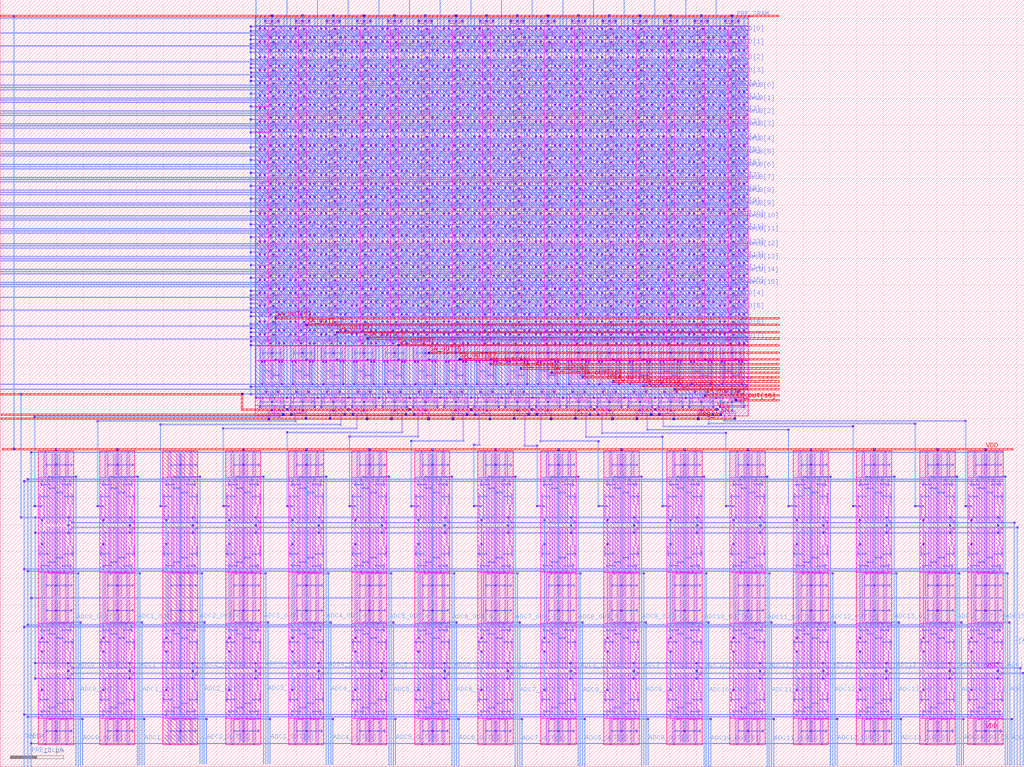
<source format=lef>
VERSION 5.7 ;
  NOWIREEXTENSIONATPIN ON ;
  DIVIDERCHAR "/" ;
  BUSBITCHARS "[]" ;
MACRO Integrated_bitcell_with_dummy_cells
  CLASS BLOCK ;
  FOREIGN Integrated_bitcell_with_dummy_cells ;
  ORIGIN 45.520 90.350 ;
  SIZE 191.920 BY 143.910 ;
  PIN PRE_SRAM
    ANTENNAGATEAREA 3.024000 ;
    PORT
      LAYER met1 ;
        RECT 4.340 50.140 4.670 50.190 ;
        RECT 5.210 50.140 5.540 50.190 ;
        RECT 6.080 50.140 6.410 50.190 ;
        RECT 10.090 50.140 10.420 50.190 ;
        RECT 10.960 50.140 11.290 50.190 ;
        RECT 11.830 50.140 12.160 50.190 ;
        RECT 15.840 50.140 16.170 50.190 ;
        RECT 16.710 50.140 17.040 50.190 ;
        RECT 17.580 50.140 17.910 50.190 ;
        RECT 21.590 50.140 21.920 50.190 ;
        RECT 22.460 50.140 22.790 50.190 ;
        RECT 23.330 50.140 23.660 50.190 ;
        RECT 27.340 50.140 27.670 50.190 ;
        RECT 28.210 50.140 28.540 50.190 ;
        RECT 29.080 50.140 29.410 50.190 ;
        RECT 33.090 50.140 33.420 50.190 ;
        RECT 33.960 50.140 34.290 50.190 ;
        RECT 34.830 50.140 35.160 50.190 ;
        RECT 38.840 50.140 39.170 50.190 ;
        RECT 39.710 50.140 40.040 50.190 ;
        RECT 40.580 50.140 40.910 50.190 ;
        RECT 44.590 50.140 44.920 50.190 ;
        RECT 45.460 50.140 45.790 50.190 ;
        RECT 46.330 50.140 46.660 50.190 ;
        RECT 50.340 50.140 50.670 50.190 ;
        RECT 51.210 50.140 51.540 50.190 ;
        RECT 52.080 50.140 52.410 50.190 ;
        RECT 56.090 50.140 56.420 50.190 ;
        RECT 56.960 50.140 57.290 50.190 ;
        RECT 57.830 50.140 58.160 50.190 ;
        RECT 61.840 50.140 62.170 50.190 ;
        RECT 62.710 50.140 63.040 50.190 ;
        RECT 63.580 50.140 63.910 50.190 ;
        RECT 67.590 50.140 67.920 50.190 ;
        RECT 68.460 50.140 68.790 50.190 ;
        RECT 69.330 50.140 69.660 50.190 ;
        RECT 73.340 50.140 73.670 50.190 ;
        RECT 74.210 50.140 74.540 50.190 ;
        RECT 75.080 50.140 75.410 50.190 ;
        RECT 79.090 50.140 79.420 50.190 ;
        RECT 79.960 50.140 80.290 50.190 ;
        RECT 80.830 50.140 81.160 50.190 ;
        RECT 84.840 50.140 85.170 50.190 ;
        RECT 85.710 50.140 86.040 50.190 ;
        RECT 86.580 50.140 86.910 50.190 ;
        RECT 90.590 50.140 90.920 50.190 ;
        RECT 91.460 50.140 91.790 50.190 ;
        RECT 92.330 50.140 92.660 50.190 ;
        RECT -45.490 50.000 94.660 50.140 ;
        RECT 4.340 49.960 4.670 50.000 ;
        RECT 5.210 49.960 5.540 50.000 ;
        RECT 6.080 49.960 6.410 50.000 ;
        RECT 10.090 49.960 10.420 50.000 ;
        RECT 10.960 49.960 11.290 50.000 ;
        RECT 11.830 49.960 12.160 50.000 ;
        RECT 15.840 49.960 16.170 50.000 ;
        RECT 16.710 49.960 17.040 50.000 ;
        RECT 17.580 49.960 17.910 50.000 ;
        RECT 21.590 49.960 21.920 50.000 ;
        RECT 22.460 49.960 22.790 50.000 ;
        RECT 23.330 49.960 23.660 50.000 ;
        RECT 27.340 49.960 27.670 50.000 ;
        RECT 28.210 49.960 28.540 50.000 ;
        RECT 29.080 49.960 29.410 50.000 ;
        RECT 33.090 49.960 33.420 50.000 ;
        RECT 33.960 49.960 34.290 50.000 ;
        RECT 34.830 49.960 35.160 50.000 ;
        RECT 38.840 49.960 39.170 50.000 ;
        RECT 39.710 49.960 40.040 50.000 ;
        RECT 40.580 49.960 40.910 50.000 ;
        RECT 44.590 49.960 44.920 50.000 ;
        RECT 45.460 49.960 45.790 50.000 ;
        RECT 46.330 49.960 46.660 50.000 ;
        RECT 50.340 49.960 50.670 50.000 ;
        RECT 51.210 49.960 51.540 50.000 ;
        RECT 52.080 49.960 52.410 50.000 ;
        RECT 56.090 49.960 56.420 50.000 ;
        RECT 56.960 49.960 57.290 50.000 ;
        RECT 57.830 49.960 58.160 50.000 ;
        RECT 61.840 49.960 62.170 50.000 ;
        RECT 62.710 49.960 63.040 50.000 ;
        RECT 63.580 49.960 63.910 50.000 ;
        RECT 67.590 49.960 67.920 50.000 ;
        RECT 68.460 49.960 68.790 50.000 ;
        RECT 69.330 49.960 69.660 50.000 ;
        RECT 73.340 49.960 73.670 50.000 ;
        RECT 74.210 49.960 74.540 50.000 ;
        RECT 75.080 49.960 75.410 50.000 ;
        RECT 79.090 49.960 79.420 50.000 ;
        RECT 79.960 49.960 80.290 50.000 ;
        RECT 80.830 49.960 81.160 50.000 ;
        RECT 84.840 49.960 85.170 50.000 ;
        RECT 85.710 49.960 86.040 50.000 ;
        RECT 86.580 49.960 86.910 50.000 ;
        RECT 90.590 49.960 90.920 50.000 ;
        RECT 91.460 49.960 91.790 50.000 ;
        RECT 92.330 49.960 92.660 50.000 ;
    END
  END PRE_SRAM
  PIN RWL[0]
    ANTENNAGATEAREA 1.008000 ;
    PORT
      LAYER met1 ;
        RECT 2.460 37.550 2.760 37.620 ;
        RECT 8.210 37.550 8.510 37.620 ;
        RECT 13.960 37.550 14.260 37.620 ;
        RECT 19.710 37.550 20.010 37.620 ;
        RECT 25.460 37.550 25.760 37.620 ;
        RECT 31.210 37.550 31.510 37.620 ;
        RECT 36.960 37.550 37.260 37.620 ;
        RECT 42.710 37.550 43.010 37.620 ;
        RECT 48.460 37.550 48.760 37.620 ;
        RECT 54.210 37.550 54.510 37.620 ;
        RECT 59.960 37.550 60.260 37.620 ;
        RECT 65.710 37.550 66.010 37.620 ;
        RECT 71.460 37.550 71.760 37.620 ;
        RECT 77.210 37.550 77.510 37.620 ;
        RECT 82.960 37.550 83.260 37.620 ;
        RECT 88.710 37.550 89.010 37.620 ;
        RECT -45.490 37.410 94.660 37.550 ;
        RECT 2.460 37.330 2.760 37.410 ;
        RECT 8.210 37.330 8.510 37.410 ;
        RECT 13.960 37.330 14.260 37.410 ;
        RECT 19.710 37.330 20.010 37.410 ;
        RECT 25.460 37.330 25.760 37.410 ;
        RECT 31.210 37.330 31.510 37.410 ;
        RECT 36.960 37.330 37.260 37.410 ;
        RECT 42.710 37.330 43.010 37.410 ;
        RECT 48.460 37.330 48.760 37.410 ;
        RECT 54.210 37.330 54.510 37.410 ;
        RECT 59.960 37.330 60.260 37.410 ;
        RECT 65.710 37.330 66.010 37.410 ;
        RECT 71.460 37.330 71.760 37.410 ;
        RECT 77.210 37.330 77.510 37.410 ;
        RECT 82.960 37.330 83.260 37.410 ;
        RECT 88.710 37.330 89.010 37.410 ;
    END
  END RWL[0]
  PIN WWL[0]
    ANTENNAGATEAREA 2.016000 ;
    PORT
      LAYER met1 ;
        RECT 4.440 37.150 4.730 37.270 ;
        RECT 10.190 37.150 10.480 37.270 ;
        RECT 15.940 37.150 16.230 37.270 ;
        RECT 21.690 37.150 21.980 37.270 ;
        RECT 27.440 37.150 27.730 37.270 ;
        RECT 33.190 37.150 33.480 37.270 ;
        RECT 38.940 37.150 39.230 37.270 ;
        RECT 44.690 37.150 44.980 37.270 ;
        RECT 50.440 37.150 50.730 37.270 ;
        RECT 56.190 37.150 56.480 37.270 ;
        RECT 61.940 37.150 62.230 37.270 ;
        RECT 67.690 37.150 67.980 37.270 ;
        RECT 73.440 37.150 73.730 37.270 ;
        RECT 79.190 37.150 79.480 37.270 ;
        RECT 84.940 37.150 85.230 37.270 ;
        RECT 90.690 37.150 90.980 37.270 ;
        RECT -45.490 37.010 94.660 37.150 ;
        RECT 6.050 36.890 6.340 37.010 ;
        RECT 11.800 36.890 12.090 37.010 ;
        RECT 17.550 36.890 17.840 37.010 ;
        RECT 23.300 36.890 23.590 37.010 ;
        RECT 29.050 36.890 29.340 37.010 ;
        RECT 34.800 36.890 35.090 37.010 ;
        RECT 40.550 36.890 40.840 37.010 ;
        RECT 46.300 36.890 46.590 37.010 ;
        RECT 52.050 36.890 52.340 37.010 ;
        RECT 57.800 36.890 58.090 37.010 ;
        RECT 63.550 36.890 63.840 37.010 ;
        RECT 69.300 36.890 69.590 37.010 ;
        RECT 75.050 36.890 75.340 37.010 ;
        RECT 80.800 36.890 81.090 37.010 ;
        RECT 86.550 36.890 86.840 37.010 ;
        RECT 92.300 36.890 92.590 37.010 ;
    END
  END WWL[0]
  PIN RWLB[0]
    ANTENNAGATEAREA 1.008000 ;
    PORT
      LAYER met1 ;
        RECT 8.010 36.740 8.310 36.840 ;
        RECT 13.760 36.740 14.060 36.840 ;
        RECT 19.510 36.740 19.810 36.840 ;
        RECT 25.260 36.740 25.560 36.840 ;
        RECT 31.010 36.740 31.310 36.840 ;
        RECT 36.760 36.740 37.060 36.840 ;
        RECT 42.510 36.740 42.810 36.840 ;
        RECT 48.260 36.740 48.560 36.840 ;
        RECT 54.010 36.740 54.310 36.840 ;
        RECT 59.760 36.740 60.060 36.840 ;
        RECT 65.510 36.740 65.810 36.840 ;
        RECT 71.260 36.740 71.560 36.840 ;
        RECT 77.010 36.740 77.310 36.840 ;
        RECT 82.760 36.740 83.060 36.840 ;
        RECT 88.510 36.740 88.810 36.840 ;
        RECT 94.260 36.740 94.560 36.840 ;
        RECT -45.490 36.600 94.660 36.740 ;
        RECT 8.010 36.510 8.310 36.600 ;
        RECT 13.760 36.510 14.060 36.600 ;
        RECT 19.510 36.510 19.810 36.600 ;
        RECT 25.260 36.510 25.560 36.600 ;
        RECT 31.010 36.510 31.310 36.600 ;
        RECT 36.760 36.510 37.060 36.600 ;
        RECT 42.510 36.510 42.810 36.600 ;
        RECT 48.260 36.510 48.560 36.600 ;
        RECT 54.010 36.510 54.310 36.600 ;
        RECT 59.760 36.510 60.060 36.600 ;
        RECT 65.510 36.510 65.810 36.600 ;
        RECT 71.260 36.510 71.560 36.600 ;
        RECT 77.010 36.510 77.310 36.600 ;
        RECT 82.760 36.510 83.060 36.600 ;
        RECT 88.510 36.510 88.810 36.600 ;
        RECT 94.260 36.510 94.560 36.600 ;
    END
  END RWLB[0]
  PIN RWL[1]
    ANTENNAGATEAREA 1.008000 ;
    PORT
      LAYER met1 ;
        RECT 2.460 35.140 2.760 35.210 ;
        RECT 8.210 35.140 8.510 35.210 ;
        RECT 13.960 35.140 14.260 35.210 ;
        RECT 19.710 35.140 20.010 35.210 ;
        RECT 25.460 35.140 25.760 35.210 ;
        RECT 31.210 35.140 31.510 35.210 ;
        RECT 36.960 35.140 37.260 35.210 ;
        RECT 42.710 35.140 43.010 35.210 ;
        RECT 48.460 35.140 48.760 35.210 ;
        RECT 54.210 35.140 54.510 35.210 ;
        RECT 59.960 35.140 60.260 35.210 ;
        RECT 65.710 35.140 66.010 35.210 ;
        RECT 71.460 35.140 71.760 35.210 ;
        RECT 77.210 35.140 77.510 35.210 ;
        RECT 82.960 35.140 83.260 35.210 ;
        RECT 88.710 35.140 89.010 35.210 ;
        RECT -45.490 35.000 94.660 35.140 ;
        RECT 2.460 34.920 2.760 35.000 ;
        RECT 8.210 34.920 8.510 35.000 ;
        RECT 13.960 34.920 14.260 35.000 ;
        RECT 19.710 34.920 20.010 35.000 ;
        RECT 25.460 34.920 25.760 35.000 ;
        RECT 31.210 34.920 31.510 35.000 ;
        RECT 36.960 34.920 37.260 35.000 ;
        RECT 42.710 34.920 43.010 35.000 ;
        RECT 48.460 34.920 48.760 35.000 ;
        RECT 54.210 34.920 54.510 35.000 ;
        RECT 59.960 34.920 60.260 35.000 ;
        RECT 65.710 34.920 66.010 35.000 ;
        RECT 71.460 34.920 71.760 35.000 ;
        RECT 77.210 34.920 77.510 35.000 ;
        RECT 82.960 34.920 83.260 35.000 ;
        RECT 88.710 34.920 89.010 35.000 ;
    END
  END RWL[1]
  PIN WWL[1]
    ANTENNAGATEAREA 2.016000 ;
    PORT
      LAYER met1 ;
        RECT 4.440 34.740 4.730 34.860 ;
        RECT 10.190 34.740 10.480 34.860 ;
        RECT 15.940 34.740 16.230 34.860 ;
        RECT 21.690 34.740 21.980 34.860 ;
        RECT 27.440 34.740 27.730 34.860 ;
        RECT 33.190 34.740 33.480 34.860 ;
        RECT 38.940 34.740 39.230 34.860 ;
        RECT 44.690 34.740 44.980 34.860 ;
        RECT 50.440 34.740 50.730 34.860 ;
        RECT 56.190 34.740 56.480 34.860 ;
        RECT 61.940 34.740 62.230 34.860 ;
        RECT 67.690 34.740 67.980 34.860 ;
        RECT 73.440 34.740 73.730 34.860 ;
        RECT 79.190 34.740 79.480 34.860 ;
        RECT 84.940 34.740 85.230 34.860 ;
        RECT 90.690 34.740 90.980 34.860 ;
        RECT -45.490 34.600 94.660 34.740 ;
        RECT 6.050 34.480 6.340 34.600 ;
        RECT 11.800 34.480 12.090 34.600 ;
        RECT 17.550 34.480 17.840 34.600 ;
        RECT 23.300 34.480 23.590 34.600 ;
        RECT 29.050 34.480 29.340 34.600 ;
        RECT 34.800 34.480 35.090 34.600 ;
        RECT 40.550 34.480 40.840 34.600 ;
        RECT 46.300 34.480 46.590 34.600 ;
        RECT 52.050 34.480 52.340 34.600 ;
        RECT 57.800 34.480 58.090 34.600 ;
        RECT 63.550 34.480 63.840 34.600 ;
        RECT 69.300 34.480 69.590 34.600 ;
        RECT 75.050 34.480 75.340 34.600 ;
        RECT 80.800 34.480 81.090 34.600 ;
        RECT 86.550 34.480 86.840 34.600 ;
        RECT 92.300 34.480 92.590 34.600 ;
    END
  END WWL[1]
  PIN RWLB[1]
    ANTENNAGATEAREA 1.008000 ;
    PORT
      LAYER met1 ;
        RECT 8.010 34.330 8.310 34.430 ;
        RECT 13.760 34.330 14.060 34.430 ;
        RECT 19.510 34.330 19.810 34.430 ;
        RECT 25.260 34.330 25.560 34.430 ;
        RECT 31.010 34.330 31.310 34.430 ;
        RECT 36.760 34.330 37.060 34.430 ;
        RECT 42.510 34.330 42.810 34.430 ;
        RECT 48.260 34.330 48.560 34.430 ;
        RECT 54.010 34.330 54.310 34.430 ;
        RECT 59.760 34.330 60.060 34.430 ;
        RECT 65.510 34.330 65.810 34.430 ;
        RECT 71.260 34.330 71.560 34.430 ;
        RECT 77.010 34.330 77.310 34.430 ;
        RECT 82.760 34.330 83.060 34.430 ;
        RECT 88.510 34.330 88.810 34.430 ;
        RECT 94.260 34.330 94.560 34.430 ;
        RECT -45.490 34.190 94.660 34.330 ;
        RECT 8.010 34.100 8.310 34.190 ;
        RECT 13.760 34.100 14.060 34.190 ;
        RECT 19.510 34.100 19.810 34.190 ;
        RECT 25.260 34.100 25.560 34.190 ;
        RECT 31.010 34.100 31.310 34.190 ;
        RECT 36.760 34.100 37.060 34.190 ;
        RECT 42.510 34.100 42.810 34.190 ;
        RECT 48.260 34.100 48.560 34.190 ;
        RECT 54.010 34.100 54.310 34.190 ;
        RECT 59.760 34.100 60.060 34.190 ;
        RECT 65.510 34.100 65.810 34.190 ;
        RECT 71.260 34.100 71.560 34.190 ;
        RECT 77.010 34.100 77.310 34.190 ;
        RECT 82.760 34.100 83.060 34.190 ;
        RECT 88.510 34.100 88.810 34.190 ;
        RECT 94.260 34.100 94.560 34.190 ;
    END
  END RWLB[1]
  PIN RWL[2]
    ANTENNAGATEAREA 1.008000 ;
    PORT
      LAYER met1 ;
        RECT 2.460 32.730 2.760 32.800 ;
        RECT 8.210 32.730 8.510 32.800 ;
        RECT 13.960 32.730 14.260 32.800 ;
        RECT 19.710 32.730 20.010 32.800 ;
        RECT 25.460 32.730 25.760 32.800 ;
        RECT 31.210 32.730 31.510 32.800 ;
        RECT 36.960 32.730 37.260 32.800 ;
        RECT 42.710 32.730 43.010 32.800 ;
        RECT 48.460 32.730 48.760 32.800 ;
        RECT 54.210 32.730 54.510 32.800 ;
        RECT 59.960 32.730 60.260 32.800 ;
        RECT 65.710 32.730 66.010 32.800 ;
        RECT 71.460 32.730 71.760 32.800 ;
        RECT 77.210 32.730 77.510 32.800 ;
        RECT 82.960 32.730 83.260 32.800 ;
        RECT 88.710 32.730 89.010 32.800 ;
        RECT -45.490 32.590 94.660 32.730 ;
        RECT 2.460 32.510 2.760 32.590 ;
        RECT 8.210 32.510 8.510 32.590 ;
        RECT 13.960 32.510 14.260 32.590 ;
        RECT 19.710 32.510 20.010 32.590 ;
        RECT 25.460 32.510 25.760 32.590 ;
        RECT 31.210 32.510 31.510 32.590 ;
        RECT 36.960 32.510 37.260 32.590 ;
        RECT 42.710 32.510 43.010 32.590 ;
        RECT 48.460 32.510 48.760 32.590 ;
        RECT 54.210 32.510 54.510 32.590 ;
        RECT 59.960 32.510 60.260 32.590 ;
        RECT 65.710 32.510 66.010 32.590 ;
        RECT 71.460 32.510 71.760 32.590 ;
        RECT 77.210 32.510 77.510 32.590 ;
        RECT 82.960 32.510 83.260 32.590 ;
        RECT 88.710 32.510 89.010 32.590 ;
    END
  END RWL[2]
  PIN WWL[2]
    ANTENNAGATEAREA 2.016000 ;
    PORT
      LAYER met1 ;
        RECT 4.440 32.330 4.730 32.450 ;
        RECT 10.190 32.330 10.480 32.450 ;
        RECT 15.940 32.330 16.230 32.450 ;
        RECT 21.690 32.330 21.980 32.450 ;
        RECT 27.440 32.330 27.730 32.450 ;
        RECT 33.190 32.330 33.480 32.450 ;
        RECT 38.940 32.330 39.230 32.450 ;
        RECT 44.690 32.330 44.980 32.450 ;
        RECT 50.440 32.330 50.730 32.450 ;
        RECT 56.190 32.330 56.480 32.450 ;
        RECT 61.940 32.330 62.230 32.450 ;
        RECT 67.690 32.330 67.980 32.450 ;
        RECT 73.440 32.330 73.730 32.450 ;
        RECT 79.190 32.330 79.480 32.450 ;
        RECT 84.940 32.330 85.230 32.450 ;
        RECT 90.690 32.330 90.980 32.450 ;
        RECT -45.490 32.190 94.660 32.330 ;
        RECT 6.050 32.070 6.340 32.190 ;
        RECT 11.800 32.070 12.090 32.190 ;
        RECT 17.550 32.070 17.840 32.190 ;
        RECT 23.300 32.070 23.590 32.190 ;
        RECT 29.050 32.070 29.340 32.190 ;
        RECT 34.800 32.070 35.090 32.190 ;
        RECT 40.550 32.070 40.840 32.190 ;
        RECT 46.300 32.070 46.590 32.190 ;
        RECT 52.050 32.070 52.340 32.190 ;
        RECT 57.800 32.070 58.090 32.190 ;
        RECT 63.550 32.070 63.840 32.190 ;
        RECT 69.300 32.070 69.590 32.190 ;
        RECT 75.050 32.070 75.340 32.190 ;
        RECT 80.800 32.070 81.090 32.190 ;
        RECT 86.550 32.070 86.840 32.190 ;
        RECT 92.300 32.070 92.590 32.190 ;
    END
  END WWL[2]
  PIN RWLB[2]
    ANTENNAGATEAREA 1.008000 ;
    PORT
      LAYER met1 ;
        RECT 8.010 31.920 8.310 32.020 ;
        RECT 13.760 31.920 14.060 32.020 ;
        RECT 19.510 31.920 19.810 32.020 ;
        RECT 25.260 31.920 25.560 32.020 ;
        RECT 31.010 31.920 31.310 32.020 ;
        RECT 36.760 31.920 37.060 32.020 ;
        RECT 42.510 31.920 42.810 32.020 ;
        RECT 48.260 31.920 48.560 32.020 ;
        RECT 54.010 31.920 54.310 32.020 ;
        RECT 59.760 31.920 60.060 32.020 ;
        RECT 65.510 31.920 65.810 32.020 ;
        RECT 71.260 31.920 71.560 32.020 ;
        RECT 77.010 31.920 77.310 32.020 ;
        RECT 82.760 31.920 83.060 32.020 ;
        RECT 88.510 31.920 88.810 32.020 ;
        RECT 94.260 31.920 94.560 32.020 ;
        RECT -45.490 31.780 94.660 31.920 ;
        RECT 8.010 31.690 8.310 31.780 ;
        RECT 13.760 31.690 14.060 31.780 ;
        RECT 19.510 31.690 19.810 31.780 ;
        RECT 25.260 31.690 25.560 31.780 ;
        RECT 31.010 31.690 31.310 31.780 ;
        RECT 36.760 31.690 37.060 31.780 ;
        RECT 42.510 31.690 42.810 31.780 ;
        RECT 48.260 31.690 48.560 31.780 ;
        RECT 54.010 31.690 54.310 31.780 ;
        RECT 59.760 31.690 60.060 31.780 ;
        RECT 65.510 31.690 65.810 31.780 ;
        RECT 71.260 31.690 71.560 31.780 ;
        RECT 77.010 31.690 77.310 31.780 ;
        RECT 82.760 31.690 83.060 31.780 ;
        RECT 88.510 31.690 88.810 31.780 ;
        RECT 94.260 31.690 94.560 31.780 ;
    END
  END RWLB[2]
  PIN RWL[3]
    ANTENNAGATEAREA 1.008000 ;
    PORT
      LAYER met1 ;
        RECT 2.460 30.320 2.760 30.390 ;
        RECT 8.210 30.320 8.510 30.390 ;
        RECT 13.960 30.320 14.260 30.390 ;
        RECT 19.710 30.320 20.010 30.390 ;
        RECT 25.460 30.320 25.760 30.390 ;
        RECT 31.210 30.320 31.510 30.390 ;
        RECT 36.960 30.320 37.260 30.390 ;
        RECT 42.710 30.320 43.010 30.390 ;
        RECT 48.460 30.320 48.760 30.390 ;
        RECT 54.210 30.320 54.510 30.390 ;
        RECT 59.960 30.320 60.260 30.390 ;
        RECT 65.710 30.320 66.010 30.390 ;
        RECT 71.460 30.320 71.760 30.390 ;
        RECT 77.210 30.320 77.510 30.390 ;
        RECT 82.960 30.320 83.260 30.390 ;
        RECT 88.710 30.320 89.010 30.390 ;
        RECT -45.490 30.180 94.660 30.320 ;
        RECT 2.460 30.100 2.760 30.180 ;
        RECT 8.210 30.100 8.510 30.180 ;
        RECT 13.960 30.100 14.260 30.180 ;
        RECT 19.710 30.100 20.010 30.180 ;
        RECT 25.460 30.100 25.760 30.180 ;
        RECT 31.210 30.100 31.510 30.180 ;
        RECT 36.960 30.100 37.260 30.180 ;
        RECT 42.710 30.100 43.010 30.180 ;
        RECT 48.460 30.100 48.760 30.180 ;
        RECT 54.210 30.100 54.510 30.180 ;
        RECT 59.960 30.100 60.260 30.180 ;
        RECT 65.710 30.100 66.010 30.180 ;
        RECT 71.460 30.100 71.760 30.180 ;
        RECT 77.210 30.100 77.510 30.180 ;
        RECT 82.960 30.100 83.260 30.180 ;
        RECT 88.710 30.100 89.010 30.180 ;
    END
  END RWL[3]
  PIN WWL[3]
    ANTENNAGATEAREA 2.016000 ;
    PORT
      LAYER met1 ;
        RECT 4.440 29.920 4.730 30.040 ;
        RECT 10.190 29.920 10.480 30.040 ;
        RECT 15.940 29.920 16.230 30.040 ;
        RECT 21.690 29.920 21.980 30.040 ;
        RECT 27.440 29.920 27.730 30.040 ;
        RECT 33.190 29.920 33.480 30.040 ;
        RECT 38.940 29.920 39.230 30.040 ;
        RECT 44.690 29.920 44.980 30.040 ;
        RECT 50.440 29.920 50.730 30.040 ;
        RECT 56.190 29.920 56.480 30.040 ;
        RECT 61.940 29.920 62.230 30.040 ;
        RECT 67.690 29.920 67.980 30.040 ;
        RECT 73.440 29.920 73.730 30.040 ;
        RECT 79.190 29.920 79.480 30.040 ;
        RECT 84.940 29.920 85.230 30.040 ;
        RECT 90.690 29.920 90.980 30.040 ;
        RECT -45.490 29.780 94.660 29.920 ;
        RECT 6.050 29.660 6.340 29.780 ;
        RECT 11.800 29.660 12.090 29.780 ;
        RECT 17.550 29.660 17.840 29.780 ;
        RECT 23.300 29.660 23.590 29.780 ;
        RECT 29.050 29.660 29.340 29.780 ;
        RECT 34.800 29.660 35.090 29.780 ;
        RECT 40.550 29.660 40.840 29.780 ;
        RECT 46.300 29.660 46.590 29.780 ;
        RECT 52.050 29.660 52.340 29.780 ;
        RECT 57.800 29.660 58.090 29.780 ;
        RECT 63.550 29.660 63.840 29.780 ;
        RECT 69.300 29.660 69.590 29.780 ;
        RECT 75.050 29.660 75.340 29.780 ;
        RECT 80.800 29.660 81.090 29.780 ;
        RECT 86.550 29.660 86.840 29.780 ;
        RECT 92.300 29.660 92.590 29.780 ;
    END
  END WWL[3]
  PIN RWLB[3]
    ANTENNAGATEAREA 1.008000 ;
    PORT
      LAYER met1 ;
        RECT 8.010 29.510 8.310 29.610 ;
        RECT 13.760 29.510 14.060 29.610 ;
        RECT 19.510 29.510 19.810 29.610 ;
        RECT 25.260 29.510 25.560 29.610 ;
        RECT 31.010 29.510 31.310 29.610 ;
        RECT 36.760 29.510 37.060 29.610 ;
        RECT 42.510 29.510 42.810 29.610 ;
        RECT 48.260 29.510 48.560 29.610 ;
        RECT 54.010 29.510 54.310 29.610 ;
        RECT 59.760 29.510 60.060 29.610 ;
        RECT 65.510 29.510 65.810 29.610 ;
        RECT 71.260 29.510 71.560 29.610 ;
        RECT 77.010 29.510 77.310 29.610 ;
        RECT 82.760 29.510 83.060 29.610 ;
        RECT 88.510 29.510 88.810 29.610 ;
        RECT 94.260 29.510 94.560 29.610 ;
        RECT -45.490 29.370 94.660 29.510 ;
        RECT 8.010 29.280 8.310 29.370 ;
        RECT 13.760 29.280 14.060 29.370 ;
        RECT 19.510 29.280 19.810 29.370 ;
        RECT 25.260 29.280 25.560 29.370 ;
        RECT 31.010 29.280 31.310 29.370 ;
        RECT 36.760 29.280 37.060 29.370 ;
        RECT 42.510 29.280 42.810 29.370 ;
        RECT 48.260 29.280 48.560 29.370 ;
        RECT 54.010 29.280 54.310 29.370 ;
        RECT 59.760 29.280 60.060 29.370 ;
        RECT 65.510 29.280 65.810 29.370 ;
        RECT 71.260 29.280 71.560 29.370 ;
        RECT 77.010 29.280 77.310 29.370 ;
        RECT 82.760 29.280 83.060 29.370 ;
        RECT 88.510 29.280 88.810 29.370 ;
        RECT 94.260 29.280 94.560 29.370 ;
    END
  END RWLB[3]
  PIN RWL[4]
    ANTENNAGATEAREA 1.008000 ;
    PORT
      LAYER met1 ;
        RECT 2.460 27.510 2.760 27.570 ;
        RECT 8.210 27.510 8.510 27.570 ;
        RECT 13.960 27.510 14.260 27.570 ;
        RECT 19.710 27.510 20.010 27.570 ;
        RECT 25.460 27.510 25.760 27.570 ;
        RECT 31.210 27.510 31.510 27.570 ;
        RECT 36.960 27.510 37.260 27.570 ;
        RECT 42.710 27.510 43.010 27.570 ;
        RECT 48.460 27.510 48.760 27.570 ;
        RECT 54.210 27.510 54.510 27.570 ;
        RECT 59.960 27.510 60.260 27.570 ;
        RECT 65.710 27.510 66.010 27.570 ;
        RECT 71.460 27.510 71.760 27.570 ;
        RECT 77.210 27.510 77.510 27.570 ;
        RECT 82.960 27.510 83.260 27.570 ;
        RECT 88.710 27.510 89.010 27.570 ;
        RECT -45.490 27.370 94.660 27.510 ;
        RECT 2.460 27.290 2.760 27.370 ;
        RECT 8.210 27.290 8.510 27.370 ;
        RECT 13.960 27.290 14.260 27.370 ;
        RECT 19.710 27.290 20.010 27.370 ;
        RECT 25.460 27.290 25.760 27.370 ;
        RECT 31.210 27.290 31.510 27.370 ;
        RECT 36.960 27.290 37.260 27.370 ;
        RECT 42.710 27.290 43.010 27.370 ;
        RECT 48.460 27.290 48.760 27.370 ;
        RECT 54.210 27.290 54.510 27.370 ;
        RECT 59.960 27.290 60.260 27.370 ;
        RECT 65.710 27.290 66.010 27.370 ;
        RECT 71.460 27.290 71.760 27.370 ;
        RECT 77.210 27.290 77.510 27.370 ;
        RECT 82.960 27.290 83.260 27.370 ;
        RECT 88.710 27.290 89.010 27.370 ;
    END
  END RWL[4]
  PIN WWL[4]
    ANTENNAGATEAREA 2.016000 ;
    PORT
      LAYER met1 ;
        RECT 4.440 27.110 4.730 27.230 ;
        RECT 10.190 27.110 10.480 27.230 ;
        RECT 15.940 27.110 16.230 27.230 ;
        RECT 21.690 27.110 21.980 27.230 ;
        RECT 27.440 27.110 27.730 27.230 ;
        RECT 33.190 27.110 33.480 27.230 ;
        RECT 38.940 27.110 39.230 27.230 ;
        RECT 44.690 27.110 44.980 27.230 ;
        RECT 50.440 27.110 50.730 27.230 ;
        RECT 56.190 27.110 56.480 27.230 ;
        RECT 61.940 27.110 62.230 27.230 ;
        RECT 67.690 27.110 67.980 27.230 ;
        RECT 73.440 27.110 73.730 27.230 ;
        RECT 79.190 27.110 79.480 27.230 ;
        RECT 84.940 27.110 85.230 27.230 ;
        RECT 90.690 27.110 90.980 27.230 ;
        RECT -45.490 26.970 94.660 27.110 ;
        RECT 6.050 26.850 6.340 26.970 ;
        RECT 11.800 26.850 12.090 26.970 ;
        RECT 17.550 26.850 17.840 26.970 ;
        RECT 23.300 26.850 23.590 26.970 ;
        RECT 29.050 26.850 29.340 26.970 ;
        RECT 34.800 26.850 35.090 26.970 ;
        RECT 40.550 26.850 40.840 26.970 ;
        RECT 46.300 26.850 46.590 26.970 ;
        RECT 52.050 26.850 52.340 26.970 ;
        RECT 57.800 26.850 58.090 26.970 ;
        RECT 63.550 26.850 63.840 26.970 ;
        RECT 69.300 26.850 69.590 26.970 ;
        RECT 75.050 26.850 75.340 26.970 ;
        RECT 80.800 26.850 81.090 26.970 ;
        RECT 86.550 26.850 86.840 26.970 ;
        RECT 92.300 26.850 92.590 26.970 ;
    END
  END WWL[4]
  PIN RWLB[4]
    ANTENNAGATEAREA 1.008000 ;
    PORT
      LAYER met1 ;
        RECT 8.010 26.700 8.310 26.800 ;
        RECT 13.760 26.700 14.060 26.800 ;
        RECT 19.510 26.700 19.810 26.800 ;
        RECT 25.260 26.700 25.560 26.800 ;
        RECT 31.010 26.700 31.310 26.800 ;
        RECT 36.760 26.700 37.060 26.800 ;
        RECT 42.510 26.700 42.810 26.800 ;
        RECT 48.260 26.700 48.560 26.800 ;
        RECT 54.010 26.700 54.310 26.800 ;
        RECT 59.760 26.700 60.060 26.800 ;
        RECT 65.510 26.700 65.810 26.800 ;
        RECT 71.260 26.700 71.560 26.800 ;
        RECT 77.010 26.700 77.310 26.800 ;
        RECT 82.760 26.700 83.060 26.800 ;
        RECT 88.510 26.700 88.810 26.800 ;
        RECT 94.260 26.700 94.560 26.800 ;
        RECT -45.490 26.560 94.660 26.700 ;
        RECT 8.010 26.470 8.310 26.560 ;
        RECT 13.760 26.470 14.060 26.560 ;
        RECT 19.510 26.470 19.810 26.560 ;
        RECT 25.260 26.470 25.560 26.560 ;
        RECT 31.010 26.470 31.310 26.560 ;
        RECT 36.760 26.470 37.060 26.560 ;
        RECT 42.510 26.470 42.810 26.560 ;
        RECT 48.260 26.470 48.560 26.560 ;
        RECT 54.010 26.470 54.310 26.560 ;
        RECT 59.760 26.470 60.060 26.560 ;
        RECT 65.510 26.470 65.810 26.560 ;
        RECT 71.260 26.470 71.560 26.560 ;
        RECT 77.010 26.470 77.310 26.560 ;
        RECT 82.760 26.470 83.060 26.560 ;
        RECT 88.510 26.470 88.810 26.560 ;
        RECT 94.260 26.470 94.560 26.560 ;
    END
  END RWLB[4]
  PIN RWL[5]
    ANTENNAGATEAREA 1.008000 ;
    PORT
      LAYER met1 ;
        RECT 2.460 25.100 2.760 25.170 ;
        RECT 8.210 25.100 8.510 25.170 ;
        RECT 13.960 25.100 14.260 25.170 ;
        RECT 19.710 25.100 20.010 25.170 ;
        RECT 25.460 25.100 25.760 25.170 ;
        RECT 31.210 25.100 31.510 25.170 ;
        RECT 36.960 25.100 37.260 25.170 ;
        RECT 42.710 25.100 43.010 25.170 ;
        RECT 48.460 25.100 48.760 25.170 ;
        RECT 54.210 25.100 54.510 25.170 ;
        RECT 59.960 25.100 60.260 25.170 ;
        RECT 65.710 25.100 66.010 25.170 ;
        RECT 71.460 25.100 71.760 25.170 ;
        RECT 77.210 25.100 77.510 25.170 ;
        RECT 82.960 25.100 83.260 25.170 ;
        RECT 88.710 25.100 89.010 25.170 ;
        RECT -45.490 24.960 94.660 25.100 ;
        RECT 2.460 24.880 2.760 24.960 ;
        RECT 8.210 24.880 8.510 24.960 ;
        RECT 13.960 24.880 14.260 24.960 ;
        RECT 19.710 24.880 20.010 24.960 ;
        RECT 25.460 24.880 25.760 24.960 ;
        RECT 31.210 24.880 31.510 24.960 ;
        RECT 36.960 24.880 37.260 24.960 ;
        RECT 42.710 24.880 43.010 24.960 ;
        RECT 48.460 24.880 48.760 24.960 ;
        RECT 54.210 24.880 54.510 24.960 ;
        RECT 59.960 24.880 60.260 24.960 ;
        RECT 65.710 24.880 66.010 24.960 ;
        RECT 71.460 24.880 71.760 24.960 ;
        RECT 77.210 24.880 77.510 24.960 ;
        RECT 82.960 24.880 83.260 24.960 ;
        RECT 88.710 24.880 89.010 24.960 ;
    END
  END RWL[5]
  PIN WWL[5]
    ANTENNAGATEAREA 2.016000 ;
    PORT
      LAYER met1 ;
        RECT 4.440 24.700 4.730 24.820 ;
        RECT 10.190 24.700 10.480 24.820 ;
        RECT 15.940 24.700 16.230 24.820 ;
        RECT 21.690 24.700 21.980 24.820 ;
        RECT 27.440 24.700 27.730 24.820 ;
        RECT 33.190 24.700 33.480 24.820 ;
        RECT 38.940 24.700 39.230 24.820 ;
        RECT 44.690 24.700 44.980 24.820 ;
        RECT 50.440 24.700 50.730 24.820 ;
        RECT 56.190 24.700 56.480 24.820 ;
        RECT 61.940 24.700 62.230 24.820 ;
        RECT 67.690 24.700 67.980 24.820 ;
        RECT 73.440 24.700 73.730 24.820 ;
        RECT 79.190 24.700 79.480 24.820 ;
        RECT 84.940 24.700 85.230 24.820 ;
        RECT 90.690 24.700 90.980 24.820 ;
        RECT -45.490 24.560 94.660 24.700 ;
        RECT 6.050 24.440 6.340 24.560 ;
        RECT 11.800 24.440 12.090 24.560 ;
        RECT 17.550 24.440 17.840 24.560 ;
        RECT 23.300 24.440 23.590 24.560 ;
        RECT 29.050 24.440 29.340 24.560 ;
        RECT 34.800 24.440 35.090 24.560 ;
        RECT 40.550 24.440 40.840 24.560 ;
        RECT 46.300 24.440 46.590 24.560 ;
        RECT 52.050 24.440 52.340 24.560 ;
        RECT 57.800 24.440 58.090 24.560 ;
        RECT 63.550 24.440 63.840 24.560 ;
        RECT 69.300 24.440 69.590 24.560 ;
        RECT 75.050 24.440 75.340 24.560 ;
        RECT 80.800 24.440 81.090 24.560 ;
        RECT 86.550 24.440 86.840 24.560 ;
        RECT 92.300 24.440 92.590 24.560 ;
    END
  END WWL[5]
  PIN RWLB[5]
    ANTENNAGATEAREA 1.008000 ;
    PORT
      LAYER met1 ;
        RECT 8.010 24.290 8.310 24.390 ;
        RECT 13.760 24.290 14.060 24.390 ;
        RECT 19.510 24.290 19.810 24.390 ;
        RECT 25.260 24.290 25.560 24.390 ;
        RECT 31.010 24.290 31.310 24.390 ;
        RECT 36.760 24.290 37.060 24.390 ;
        RECT 42.510 24.290 42.810 24.390 ;
        RECT 48.260 24.290 48.560 24.390 ;
        RECT 54.010 24.290 54.310 24.390 ;
        RECT 59.760 24.290 60.060 24.390 ;
        RECT 65.510 24.290 65.810 24.390 ;
        RECT 71.260 24.290 71.560 24.390 ;
        RECT 77.010 24.290 77.310 24.390 ;
        RECT 82.760 24.290 83.060 24.390 ;
        RECT 88.510 24.290 88.810 24.390 ;
        RECT 94.260 24.290 94.560 24.390 ;
        RECT -45.490 24.150 94.660 24.290 ;
        RECT 8.010 24.060 8.310 24.150 ;
        RECT 13.760 24.060 14.060 24.150 ;
        RECT 19.510 24.060 19.810 24.150 ;
        RECT 25.260 24.060 25.560 24.150 ;
        RECT 31.010 24.060 31.310 24.150 ;
        RECT 36.760 24.060 37.060 24.150 ;
        RECT 42.510 24.060 42.810 24.150 ;
        RECT 48.260 24.060 48.560 24.150 ;
        RECT 54.010 24.060 54.310 24.150 ;
        RECT 59.760 24.060 60.060 24.150 ;
        RECT 65.510 24.060 65.810 24.150 ;
        RECT 71.260 24.060 71.560 24.150 ;
        RECT 77.010 24.060 77.310 24.150 ;
        RECT 82.760 24.060 83.060 24.150 ;
        RECT 88.510 24.060 88.810 24.150 ;
        RECT 94.260 24.060 94.560 24.150 ;
    END
  END RWLB[5]
  PIN RWL[6]
    ANTENNAGATEAREA 1.008000 ;
    PORT
      LAYER met1 ;
        RECT 2.460 22.690 2.760 22.760 ;
        RECT 8.210 22.690 8.510 22.760 ;
        RECT 13.960 22.690 14.260 22.760 ;
        RECT 19.710 22.690 20.010 22.760 ;
        RECT 25.460 22.690 25.760 22.760 ;
        RECT 31.210 22.690 31.510 22.760 ;
        RECT 36.960 22.690 37.260 22.760 ;
        RECT 42.710 22.690 43.010 22.760 ;
        RECT 48.460 22.690 48.760 22.760 ;
        RECT 54.210 22.690 54.510 22.760 ;
        RECT 59.960 22.690 60.260 22.760 ;
        RECT 65.710 22.690 66.010 22.760 ;
        RECT 71.460 22.690 71.760 22.760 ;
        RECT 77.210 22.690 77.510 22.760 ;
        RECT 82.960 22.690 83.260 22.760 ;
        RECT 88.710 22.690 89.010 22.760 ;
        RECT -45.490 22.550 94.660 22.690 ;
        RECT 2.460 22.470 2.760 22.550 ;
        RECT 8.210 22.470 8.510 22.550 ;
        RECT 13.960 22.470 14.260 22.550 ;
        RECT 19.710 22.470 20.010 22.550 ;
        RECT 25.460 22.470 25.760 22.550 ;
        RECT 31.210 22.470 31.510 22.550 ;
        RECT 36.960 22.470 37.260 22.550 ;
        RECT 42.710 22.470 43.010 22.550 ;
        RECT 48.460 22.470 48.760 22.550 ;
        RECT 54.210 22.470 54.510 22.550 ;
        RECT 59.960 22.470 60.260 22.550 ;
        RECT 65.710 22.470 66.010 22.550 ;
        RECT 71.460 22.470 71.760 22.550 ;
        RECT 77.210 22.470 77.510 22.550 ;
        RECT 82.960 22.470 83.260 22.550 ;
        RECT 88.710 22.470 89.010 22.550 ;
    END
  END RWL[6]
  PIN WWL[6]
    ANTENNAGATEAREA 2.016000 ;
    PORT
      LAYER met1 ;
        RECT 4.440 22.290 4.730 22.410 ;
        RECT 10.190 22.290 10.480 22.410 ;
        RECT 15.940 22.290 16.230 22.410 ;
        RECT 21.690 22.290 21.980 22.410 ;
        RECT 27.440 22.290 27.730 22.410 ;
        RECT 33.190 22.290 33.480 22.410 ;
        RECT 38.940 22.290 39.230 22.410 ;
        RECT 44.690 22.290 44.980 22.410 ;
        RECT 50.440 22.290 50.730 22.410 ;
        RECT 56.190 22.290 56.480 22.410 ;
        RECT 61.940 22.290 62.230 22.410 ;
        RECT 67.690 22.290 67.980 22.410 ;
        RECT 73.440 22.290 73.730 22.410 ;
        RECT 79.190 22.290 79.480 22.410 ;
        RECT 84.940 22.290 85.230 22.410 ;
        RECT 90.690 22.290 90.980 22.410 ;
        RECT -45.490 22.150 94.660 22.290 ;
        RECT 6.050 22.030 6.340 22.150 ;
        RECT 11.800 22.030 12.090 22.150 ;
        RECT 17.550 22.030 17.840 22.150 ;
        RECT 23.300 22.030 23.590 22.150 ;
        RECT 29.050 22.030 29.340 22.150 ;
        RECT 34.800 22.030 35.090 22.150 ;
        RECT 40.550 22.030 40.840 22.150 ;
        RECT 46.300 22.030 46.590 22.150 ;
        RECT 52.050 22.030 52.340 22.150 ;
        RECT 57.800 22.030 58.090 22.150 ;
        RECT 63.550 22.030 63.840 22.150 ;
        RECT 69.300 22.030 69.590 22.150 ;
        RECT 75.050 22.030 75.340 22.150 ;
        RECT 80.800 22.030 81.090 22.150 ;
        RECT 86.550 22.030 86.840 22.150 ;
        RECT 92.300 22.030 92.590 22.150 ;
    END
  END WWL[6]
  PIN RWLB[6]
    ANTENNAGATEAREA 1.008000 ;
    PORT
      LAYER met1 ;
        RECT 8.010 21.880 8.310 21.980 ;
        RECT 13.760 21.880 14.060 21.980 ;
        RECT 19.510 21.880 19.810 21.980 ;
        RECT 25.260 21.880 25.560 21.980 ;
        RECT 31.010 21.880 31.310 21.980 ;
        RECT 36.760 21.880 37.060 21.980 ;
        RECT 42.510 21.880 42.810 21.980 ;
        RECT 48.260 21.880 48.560 21.980 ;
        RECT 54.010 21.880 54.310 21.980 ;
        RECT 59.760 21.880 60.060 21.980 ;
        RECT 65.510 21.880 65.810 21.980 ;
        RECT 71.260 21.880 71.560 21.980 ;
        RECT 77.010 21.880 77.310 21.980 ;
        RECT 82.760 21.880 83.060 21.980 ;
        RECT 88.510 21.880 88.810 21.980 ;
        RECT 94.260 21.880 94.560 21.980 ;
        RECT -45.490 21.740 94.660 21.880 ;
        RECT 8.010 21.650 8.310 21.740 ;
        RECT 13.760 21.650 14.060 21.740 ;
        RECT 19.510 21.650 19.810 21.740 ;
        RECT 25.260 21.650 25.560 21.740 ;
        RECT 31.010 21.650 31.310 21.740 ;
        RECT 36.760 21.650 37.060 21.740 ;
        RECT 42.510 21.650 42.810 21.740 ;
        RECT 48.260 21.650 48.560 21.740 ;
        RECT 54.010 21.650 54.310 21.740 ;
        RECT 59.760 21.650 60.060 21.740 ;
        RECT 65.510 21.650 65.810 21.740 ;
        RECT 71.260 21.650 71.560 21.740 ;
        RECT 77.010 21.650 77.310 21.740 ;
        RECT 82.760 21.650 83.060 21.740 ;
        RECT 88.510 21.650 88.810 21.740 ;
        RECT 94.260 21.650 94.560 21.740 ;
    END
  END RWLB[6]
  PIN RWL[7]
    ANTENNAGATEAREA 1.008000 ;
    PORT
      LAYER met1 ;
        RECT 2.460 20.280 2.760 20.350 ;
        RECT 8.210 20.280 8.510 20.350 ;
        RECT 13.960 20.280 14.260 20.350 ;
        RECT 19.710 20.280 20.010 20.350 ;
        RECT 25.460 20.280 25.760 20.350 ;
        RECT 31.210 20.280 31.510 20.350 ;
        RECT 36.960 20.280 37.260 20.350 ;
        RECT 42.710 20.280 43.010 20.350 ;
        RECT 48.460 20.280 48.760 20.350 ;
        RECT 54.210 20.280 54.510 20.350 ;
        RECT 59.960 20.280 60.260 20.350 ;
        RECT 65.710 20.280 66.010 20.350 ;
        RECT 71.460 20.280 71.760 20.350 ;
        RECT 77.210 20.280 77.510 20.350 ;
        RECT 82.960 20.280 83.260 20.350 ;
        RECT 88.710 20.280 89.010 20.350 ;
        RECT -45.490 20.140 94.660 20.280 ;
        RECT 2.460 20.060 2.760 20.140 ;
        RECT 8.210 20.060 8.510 20.140 ;
        RECT 13.960 20.060 14.260 20.140 ;
        RECT 19.710 20.060 20.010 20.140 ;
        RECT 25.460 20.060 25.760 20.140 ;
        RECT 31.210 20.060 31.510 20.140 ;
        RECT 36.960 20.060 37.260 20.140 ;
        RECT 42.710 20.060 43.010 20.140 ;
        RECT 48.460 20.060 48.760 20.140 ;
        RECT 54.210 20.060 54.510 20.140 ;
        RECT 59.960 20.060 60.260 20.140 ;
        RECT 65.710 20.060 66.010 20.140 ;
        RECT 71.460 20.060 71.760 20.140 ;
        RECT 77.210 20.060 77.510 20.140 ;
        RECT 82.960 20.060 83.260 20.140 ;
        RECT 88.710 20.060 89.010 20.140 ;
    END
  END RWL[7]
  PIN WWL[7]
    ANTENNAGATEAREA 2.016000 ;
    PORT
      LAYER met1 ;
        RECT 4.440 19.880 4.730 20.000 ;
        RECT 10.190 19.880 10.480 20.000 ;
        RECT 15.940 19.880 16.230 20.000 ;
        RECT 21.690 19.880 21.980 20.000 ;
        RECT 27.440 19.880 27.730 20.000 ;
        RECT 33.190 19.880 33.480 20.000 ;
        RECT 38.940 19.880 39.230 20.000 ;
        RECT 44.690 19.880 44.980 20.000 ;
        RECT 50.440 19.880 50.730 20.000 ;
        RECT 56.190 19.880 56.480 20.000 ;
        RECT 61.940 19.880 62.230 20.000 ;
        RECT 67.690 19.880 67.980 20.000 ;
        RECT 73.440 19.880 73.730 20.000 ;
        RECT 79.190 19.880 79.480 20.000 ;
        RECT 84.940 19.880 85.230 20.000 ;
        RECT 90.690 19.880 90.980 20.000 ;
        RECT -45.490 19.740 94.660 19.880 ;
        RECT 6.050 19.620 6.340 19.740 ;
        RECT 11.800 19.620 12.090 19.740 ;
        RECT 17.550 19.620 17.840 19.740 ;
        RECT 23.300 19.620 23.590 19.740 ;
        RECT 29.050 19.620 29.340 19.740 ;
        RECT 34.800 19.620 35.090 19.740 ;
        RECT 40.550 19.620 40.840 19.740 ;
        RECT 46.300 19.620 46.590 19.740 ;
        RECT 52.050 19.620 52.340 19.740 ;
        RECT 57.800 19.620 58.090 19.740 ;
        RECT 63.550 19.620 63.840 19.740 ;
        RECT 69.300 19.620 69.590 19.740 ;
        RECT 75.050 19.620 75.340 19.740 ;
        RECT 80.800 19.620 81.090 19.740 ;
        RECT 86.550 19.620 86.840 19.740 ;
        RECT 92.300 19.620 92.590 19.740 ;
    END
  END WWL[7]
  PIN RWLB[7]
    ANTENNAGATEAREA 1.008000 ;
    PORT
      LAYER met1 ;
        RECT 8.010 19.470 8.310 19.570 ;
        RECT 13.760 19.470 14.060 19.570 ;
        RECT 19.510 19.470 19.810 19.570 ;
        RECT 25.260 19.470 25.560 19.570 ;
        RECT 31.010 19.470 31.310 19.570 ;
        RECT 36.760 19.470 37.060 19.570 ;
        RECT 42.510 19.470 42.810 19.570 ;
        RECT 48.260 19.470 48.560 19.570 ;
        RECT 54.010 19.470 54.310 19.570 ;
        RECT 59.760 19.470 60.060 19.570 ;
        RECT 65.510 19.470 65.810 19.570 ;
        RECT 71.260 19.470 71.560 19.570 ;
        RECT 77.010 19.470 77.310 19.570 ;
        RECT 82.760 19.470 83.060 19.570 ;
        RECT 88.510 19.470 88.810 19.570 ;
        RECT 94.260 19.470 94.560 19.570 ;
        RECT -45.490 19.330 94.660 19.470 ;
        RECT 8.010 19.240 8.310 19.330 ;
        RECT 13.760 19.240 14.060 19.330 ;
        RECT 19.510 19.240 19.810 19.330 ;
        RECT 25.260 19.240 25.560 19.330 ;
        RECT 31.010 19.240 31.310 19.330 ;
        RECT 36.760 19.240 37.060 19.330 ;
        RECT 42.510 19.240 42.810 19.330 ;
        RECT 48.260 19.240 48.560 19.330 ;
        RECT 54.010 19.240 54.310 19.330 ;
        RECT 59.760 19.240 60.060 19.330 ;
        RECT 65.510 19.240 65.810 19.330 ;
        RECT 71.260 19.240 71.560 19.330 ;
        RECT 77.010 19.240 77.310 19.330 ;
        RECT 82.760 19.240 83.060 19.330 ;
        RECT 88.510 19.240 88.810 19.330 ;
        RECT 94.260 19.240 94.560 19.330 ;
    END
  END RWLB[7]
  PIN RWL[8]
    ANTENNAGATEAREA 1.008000 ;
    PORT
      LAYER met1 ;
        RECT 2.460 17.870 2.760 17.940 ;
        RECT 8.210 17.870 8.510 17.940 ;
        RECT 13.960 17.870 14.260 17.940 ;
        RECT 19.710 17.870 20.010 17.940 ;
        RECT 25.460 17.870 25.760 17.940 ;
        RECT 31.210 17.870 31.510 17.940 ;
        RECT 36.960 17.870 37.260 17.940 ;
        RECT 42.710 17.870 43.010 17.940 ;
        RECT 48.460 17.870 48.760 17.940 ;
        RECT 54.210 17.870 54.510 17.940 ;
        RECT 59.960 17.870 60.260 17.940 ;
        RECT 65.710 17.870 66.010 17.940 ;
        RECT 71.460 17.870 71.760 17.940 ;
        RECT 77.210 17.870 77.510 17.940 ;
        RECT 82.960 17.870 83.260 17.940 ;
        RECT 88.710 17.870 89.010 17.940 ;
        RECT -45.490 17.730 94.660 17.870 ;
        RECT 2.460 17.650 2.760 17.730 ;
        RECT 8.210 17.650 8.510 17.730 ;
        RECT 13.960 17.650 14.260 17.730 ;
        RECT 19.710 17.650 20.010 17.730 ;
        RECT 25.460 17.650 25.760 17.730 ;
        RECT 31.210 17.650 31.510 17.730 ;
        RECT 36.960 17.650 37.260 17.730 ;
        RECT 42.710 17.650 43.010 17.730 ;
        RECT 48.460 17.650 48.760 17.730 ;
        RECT 54.210 17.650 54.510 17.730 ;
        RECT 59.960 17.650 60.260 17.730 ;
        RECT 65.710 17.650 66.010 17.730 ;
        RECT 71.460 17.650 71.760 17.730 ;
        RECT 77.210 17.650 77.510 17.730 ;
        RECT 82.960 17.650 83.260 17.730 ;
        RECT 88.710 17.650 89.010 17.730 ;
    END
  END RWL[8]
  PIN WWL[8]
    ANTENNAGATEAREA 2.016000 ;
    PORT
      LAYER met1 ;
        RECT 4.440 17.470 4.730 17.590 ;
        RECT 10.190 17.470 10.480 17.590 ;
        RECT 15.940 17.470 16.230 17.590 ;
        RECT 21.690 17.470 21.980 17.590 ;
        RECT 27.440 17.470 27.730 17.590 ;
        RECT 33.190 17.470 33.480 17.590 ;
        RECT 38.940 17.470 39.230 17.590 ;
        RECT 44.690 17.470 44.980 17.590 ;
        RECT 50.440 17.470 50.730 17.590 ;
        RECT 56.190 17.470 56.480 17.590 ;
        RECT 61.940 17.470 62.230 17.590 ;
        RECT 67.690 17.470 67.980 17.590 ;
        RECT 73.440 17.470 73.730 17.590 ;
        RECT 79.190 17.470 79.480 17.590 ;
        RECT 84.940 17.470 85.230 17.590 ;
        RECT 90.690 17.470 90.980 17.590 ;
        RECT -45.490 17.330 94.660 17.470 ;
        RECT 6.050 17.210 6.340 17.330 ;
        RECT 11.800 17.210 12.090 17.330 ;
        RECT 17.550 17.210 17.840 17.330 ;
        RECT 23.300 17.210 23.590 17.330 ;
        RECT 29.050 17.210 29.340 17.330 ;
        RECT 34.800 17.210 35.090 17.330 ;
        RECT 40.550 17.210 40.840 17.330 ;
        RECT 46.300 17.210 46.590 17.330 ;
        RECT 52.050 17.210 52.340 17.330 ;
        RECT 57.800 17.210 58.090 17.330 ;
        RECT 63.550 17.210 63.840 17.330 ;
        RECT 69.300 17.210 69.590 17.330 ;
        RECT 75.050 17.210 75.340 17.330 ;
        RECT 80.800 17.210 81.090 17.330 ;
        RECT 86.550 17.210 86.840 17.330 ;
        RECT 92.300 17.210 92.590 17.330 ;
    END
  END WWL[8]
  PIN RWLB[8]
    ANTENNAGATEAREA 1.008000 ;
    PORT
      LAYER met1 ;
        RECT 8.010 17.060 8.310 17.160 ;
        RECT 13.760 17.060 14.060 17.160 ;
        RECT 19.510 17.060 19.810 17.160 ;
        RECT 25.260 17.060 25.560 17.160 ;
        RECT 31.010 17.060 31.310 17.160 ;
        RECT 36.760 17.060 37.060 17.160 ;
        RECT 42.510 17.060 42.810 17.160 ;
        RECT 48.260 17.060 48.560 17.160 ;
        RECT 54.010 17.060 54.310 17.160 ;
        RECT 59.760 17.060 60.060 17.160 ;
        RECT 65.510 17.060 65.810 17.160 ;
        RECT 71.260 17.060 71.560 17.160 ;
        RECT 77.010 17.060 77.310 17.160 ;
        RECT 82.760 17.060 83.060 17.160 ;
        RECT 88.510 17.060 88.810 17.160 ;
        RECT 94.260 17.060 94.560 17.160 ;
        RECT -45.490 16.920 94.660 17.060 ;
        RECT 8.010 16.830 8.310 16.920 ;
        RECT 13.760 16.830 14.060 16.920 ;
        RECT 19.510 16.830 19.810 16.920 ;
        RECT 25.260 16.830 25.560 16.920 ;
        RECT 31.010 16.830 31.310 16.920 ;
        RECT 36.760 16.830 37.060 16.920 ;
        RECT 42.510 16.830 42.810 16.920 ;
        RECT 48.260 16.830 48.560 16.920 ;
        RECT 54.010 16.830 54.310 16.920 ;
        RECT 59.760 16.830 60.060 16.920 ;
        RECT 65.510 16.830 65.810 16.920 ;
        RECT 71.260 16.830 71.560 16.920 ;
        RECT 77.010 16.830 77.310 16.920 ;
        RECT 82.760 16.830 83.060 16.920 ;
        RECT 88.510 16.830 88.810 16.920 ;
        RECT 94.260 16.830 94.560 16.920 ;
    END
  END RWLB[8]
  PIN RWL[9]
    ANTENNAGATEAREA 1.008000 ;
    PORT
      LAYER met1 ;
        RECT 2.460 15.460 2.760 15.530 ;
        RECT 8.210 15.460 8.510 15.530 ;
        RECT 13.960 15.460 14.260 15.530 ;
        RECT 19.710 15.460 20.010 15.530 ;
        RECT 25.460 15.460 25.760 15.530 ;
        RECT 31.210 15.460 31.510 15.530 ;
        RECT 36.960 15.460 37.260 15.530 ;
        RECT 42.710 15.460 43.010 15.530 ;
        RECT 48.460 15.460 48.760 15.530 ;
        RECT 54.210 15.460 54.510 15.530 ;
        RECT 59.960 15.460 60.260 15.530 ;
        RECT 65.710 15.460 66.010 15.530 ;
        RECT 71.460 15.460 71.760 15.530 ;
        RECT 77.210 15.460 77.510 15.530 ;
        RECT 82.960 15.460 83.260 15.530 ;
        RECT 88.710 15.460 89.010 15.530 ;
        RECT -45.490 15.320 94.660 15.460 ;
        RECT 2.460 15.240 2.760 15.320 ;
        RECT 8.210 15.240 8.510 15.320 ;
        RECT 13.960 15.240 14.260 15.320 ;
        RECT 19.710 15.240 20.010 15.320 ;
        RECT 25.460 15.240 25.760 15.320 ;
        RECT 31.210 15.240 31.510 15.320 ;
        RECT 36.960 15.240 37.260 15.320 ;
        RECT 42.710 15.240 43.010 15.320 ;
        RECT 48.460 15.240 48.760 15.320 ;
        RECT 54.210 15.240 54.510 15.320 ;
        RECT 59.960 15.240 60.260 15.320 ;
        RECT 65.710 15.240 66.010 15.320 ;
        RECT 71.460 15.240 71.760 15.320 ;
        RECT 77.210 15.240 77.510 15.320 ;
        RECT 82.960 15.240 83.260 15.320 ;
        RECT 88.710 15.240 89.010 15.320 ;
    END
  END RWL[9]
  PIN WWL[9]
    ANTENNAGATEAREA 2.016000 ;
    PORT
      LAYER met1 ;
        RECT 4.440 15.060 4.730 15.180 ;
        RECT 10.190 15.060 10.480 15.180 ;
        RECT 15.940 15.060 16.230 15.180 ;
        RECT 21.690 15.060 21.980 15.180 ;
        RECT 27.440 15.060 27.730 15.180 ;
        RECT 33.190 15.060 33.480 15.180 ;
        RECT 38.940 15.060 39.230 15.180 ;
        RECT 44.690 15.060 44.980 15.180 ;
        RECT 50.440 15.060 50.730 15.180 ;
        RECT 56.190 15.060 56.480 15.180 ;
        RECT 61.940 15.060 62.230 15.180 ;
        RECT 67.690 15.060 67.980 15.180 ;
        RECT 73.440 15.060 73.730 15.180 ;
        RECT 79.190 15.060 79.480 15.180 ;
        RECT 84.940 15.060 85.230 15.180 ;
        RECT 90.690 15.060 90.980 15.180 ;
        RECT -45.490 14.920 94.660 15.060 ;
        RECT 6.050 14.800 6.340 14.920 ;
        RECT 11.800 14.800 12.090 14.920 ;
        RECT 17.550 14.800 17.840 14.920 ;
        RECT 23.300 14.800 23.590 14.920 ;
        RECT 29.050 14.800 29.340 14.920 ;
        RECT 34.800 14.800 35.090 14.920 ;
        RECT 40.550 14.800 40.840 14.920 ;
        RECT 46.300 14.800 46.590 14.920 ;
        RECT 52.050 14.800 52.340 14.920 ;
        RECT 57.800 14.800 58.090 14.920 ;
        RECT 63.550 14.800 63.840 14.920 ;
        RECT 69.300 14.800 69.590 14.920 ;
        RECT 75.050 14.800 75.340 14.920 ;
        RECT 80.800 14.800 81.090 14.920 ;
        RECT 86.550 14.800 86.840 14.920 ;
        RECT 92.300 14.800 92.590 14.920 ;
    END
  END WWL[9]
  PIN RWLB[9]
    ANTENNAGATEAREA 1.008000 ;
    PORT
      LAYER met1 ;
        RECT 8.010 14.650 8.310 14.750 ;
        RECT 13.760 14.650 14.060 14.750 ;
        RECT 19.510 14.650 19.810 14.750 ;
        RECT 25.260 14.650 25.560 14.750 ;
        RECT 31.010 14.650 31.310 14.750 ;
        RECT 36.760 14.650 37.060 14.750 ;
        RECT 42.510 14.650 42.810 14.750 ;
        RECT 48.260 14.650 48.560 14.750 ;
        RECT 54.010 14.650 54.310 14.750 ;
        RECT 59.760 14.650 60.060 14.750 ;
        RECT 65.510 14.650 65.810 14.750 ;
        RECT 71.260 14.650 71.560 14.750 ;
        RECT 77.010 14.650 77.310 14.750 ;
        RECT 82.760 14.650 83.060 14.750 ;
        RECT 88.510 14.650 88.810 14.750 ;
        RECT 94.260 14.650 94.560 14.750 ;
        RECT -45.490 14.510 94.660 14.650 ;
        RECT 8.010 14.420 8.310 14.510 ;
        RECT 13.760 14.420 14.060 14.510 ;
        RECT 19.510 14.420 19.810 14.510 ;
        RECT 25.260 14.420 25.560 14.510 ;
        RECT 31.010 14.420 31.310 14.510 ;
        RECT 36.760 14.420 37.060 14.510 ;
        RECT 42.510 14.420 42.810 14.510 ;
        RECT 48.260 14.420 48.560 14.510 ;
        RECT 54.010 14.420 54.310 14.510 ;
        RECT 59.760 14.420 60.060 14.510 ;
        RECT 65.510 14.420 65.810 14.510 ;
        RECT 71.260 14.420 71.560 14.510 ;
        RECT 77.010 14.420 77.310 14.510 ;
        RECT 82.760 14.420 83.060 14.510 ;
        RECT 88.510 14.420 88.810 14.510 ;
        RECT 94.260 14.420 94.560 14.510 ;
    END
  END RWLB[9]
  PIN RWL[10]
    ANTENNAGATEAREA 1.008000 ;
    PORT
      LAYER met1 ;
        RECT 2.460 13.050 2.760 13.120 ;
        RECT 8.210 13.050 8.510 13.120 ;
        RECT 13.960 13.050 14.260 13.120 ;
        RECT 19.710 13.050 20.010 13.120 ;
        RECT 25.460 13.050 25.760 13.120 ;
        RECT 31.210 13.050 31.510 13.120 ;
        RECT 36.960 13.050 37.260 13.120 ;
        RECT 42.710 13.050 43.010 13.120 ;
        RECT 48.460 13.050 48.760 13.120 ;
        RECT 54.210 13.050 54.510 13.120 ;
        RECT 59.960 13.050 60.260 13.120 ;
        RECT 65.710 13.050 66.010 13.120 ;
        RECT 71.460 13.050 71.760 13.120 ;
        RECT 77.210 13.050 77.510 13.120 ;
        RECT 82.960 13.050 83.260 13.120 ;
        RECT 88.710 13.050 89.010 13.120 ;
        RECT -45.490 12.910 94.660 13.050 ;
        RECT 2.460 12.830 2.760 12.910 ;
        RECT 8.210 12.830 8.510 12.910 ;
        RECT 13.960 12.830 14.260 12.910 ;
        RECT 19.710 12.830 20.010 12.910 ;
        RECT 25.460 12.830 25.760 12.910 ;
        RECT 31.210 12.830 31.510 12.910 ;
        RECT 36.960 12.830 37.260 12.910 ;
        RECT 42.710 12.830 43.010 12.910 ;
        RECT 48.460 12.830 48.760 12.910 ;
        RECT 54.210 12.830 54.510 12.910 ;
        RECT 59.960 12.830 60.260 12.910 ;
        RECT 65.710 12.830 66.010 12.910 ;
        RECT 71.460 12.830 71.760 12.910 ;
        RECT 77.210 12.830 77.510 12.910 ;
        RECT 82.960 12.830 83.260 12.910 ;
        RECT 88.710 12.830 89.010 12.910 ;
    END
  END RWL[10]
  PIN WWL[10]
    ANTENNAGATEAREA 2.016000 ;
    PORT
      LAYER met1 ;
        RECT 4.440 12.650 4.730 12.770 ;
        RECT 10.190 12.650 10.480 12.770 ;
        RECT 15.940 12.650 16.230 12.770 ;
        RECT 21.690 12.650 21.980 12.770 ;
        RECT 27.440 12.650 27.730 12.770 ;
        RECT 33.190 12.650 33.480 12.770 ;
        RECT 38.940 12.650 39.230 12.770 ;
        RECT 44.690 12.650 44.980 12.770 ;
        RECT 50.440 12.650 50.730 12.770 ;
        RECT 56.190 12.650 56.480 12.770 ;
        RECT 61.940 12.650 62.230 12.770 ;
        RECT 67.690 12.650 67.980 12.770 ;
        RECT 73.440 12.650 73.730 12.770 ;
        RECT 79.190 12.650 79.480 12.770 ;
        RECT 84.940 12.650 85.230 12.770 ;
        RECT 90.690 12.650 90.980 12.770 ;
        RECT -45.490 12.510 94.660 12.650 ;
        RECT 6.050 12.390 6.340 12.510 ;
        RECT 11.800 12.390 12.090 12.510 ;
        RECT 17.550 12.390 17.840 12.510 ;
        RECT 23.300 12.390 23.590 12.510 ;
        RECT 29.050 12.390 29.340 12.510 ;
        RECT 34.800 12.390 35.090 12.510 ;
        RECT 40.550 12.390 40.840 12.510 ;
        RECT 46.300 12.390 46.590 12.510 ;
        RECT 52.050 12.390 52.340 12.510 ;
        RECT 57.800 12.390 58.090 12.510 ;
        RECT 63.550 12.390 63.840 12.510 ;
        RECT 69.300 12.390 69.590 12.510 ;
        RECT 75.050 12.390 75.340 12.510 ;
        RECT 80.800 12.390 81.090 12.510 ;
        RECT 86.550 12.390 86.840 12.510 ;
        RECT 92.300 12.390 92.590 12.510 ;
    END
  END WWL[10]
  PIN RWLB[10]
    ANTENNAGATEAREA 1.008000 ;
    PORT
      LAYER met1 ;
        RECT 8.010 12.240 8.310 12.340 ;
        RECT 13.760 12.240 14.060 12.340 ;
        RECT 19.510 12.240 19.810 12.340 ;
        RECT 25.260 12.240 25.560 12.340 ;
        RECT 31.010 12.240 31.310 12.340 ;
        RECT 36.760 12.240 37.060 12.340 ;
        RECT 42.510 12.240 42.810 12.340 ;
        RECT 48.260 12.240 48.560 12.340 ;
        RECT 54.010 12.240 54.310 12.340 ;
        RECT 59.760 12.240 60.060 12.340 ;
        RECT 65.510 12.240 65.810 12.340 ;
        RECT 71.260 12.240 71.560 12.340 ;
        RECT 77.010 12.240 77.310 12.340 ;
        RECT 82.760 12.240 83.060 12.340 ;
        RECT 88.510 12.240 88.810 12.340 ;
        RECT 94.260 12.240 94.560 12.340 ;
        RECT -45.490 12.100 94.660 12.240 ;
        RECT 8.010 12.010 8.310 12.100 ;
        RECT 13.760 12.010 14.060 12.100 ;
        RECT 19.510 12.010 19.810 12.100 ;
        RECT 25.260 12.010 25.560 12.100 ;
        RECT 31.010 12.010 31.310 12.100 ;
        RECT 36.760 12.010 37.060 12.100 ;
        RECT 42.510 12.010 42.810 12.100 ;
        RECT 48.260 12.010 48.560 12.100 ;
        RECT 54.010 12.010 54.310 12.100 ;
        RECT 59.760 12.010 60.060 12.100 ;
        RECT 65.510 12.010 65.810 12.100 ;
        RECT 71.260 12.010 71.560 12.100 ;
        RECT 77.010 12.010 77.310 12.100 ;
        RECT 82.760 12.010 83.060 12.100 ;
        RECT 88.510 12.010 88.810 12.100 ;
        RECT 94.260 12.010 94.560 12.100 ;
    END
  END RWLB[10]
  PIN RWL[11]
    ANTENNAGATEAREA 1.008000 ;
    PORT
      LAYER met1 ;
        RECT 2.460 10.640 2.760 10.710 ;
        RECT 8.210 10.640 8.510 10.710 ;
        RECT 13.960 10.640 14.260 10.710 ;
        RECT 19.710 10.640 20.010 10.710 ;
        RECT 25.460 10.640 25.760 10.710 ;
        RECT 31.210 10.640 31.510 10.710 ;
        RECT 36.960 10.640 37.260 10.710 ;
        RECT 42.710 10.640 43.010 10.710 ;
        RECT 48.460 10.640 48.760 10.710 ;
        RECT 54.210 10.640 54.510 10.710 ;
        RECT 59.960 10.640 60.260 10.710 ;
        RECT 65.710 10.640 66.010 10.710 ;
        RECT 71.460 10.640 71.760 10.710 ;
        RECT 77.210 10.640 77.510 10.710 ;
        RECT 82.960 10.640 83.260 10.710 ;
        RECT 88.710 10.640 89.010 10.710 ;
        RECT -45.490 10.500 94.660 10.640 ;
        RECT 2.460 10.420 2.760 10.500 ;
        RECT 8.210 10.420 8.510 10.500 ;
        RECT 13.960 10.420 14.260 10.500 ;
        RECT 19.710 10.420 20.010 10.500 ;
        RECT 25.460 10.420 25.760 10.500 ;
        RECT 31.210 10.420 31.510 10.500 ;
        RECT 36.960 10.420 37.260 10.500 ;
        RECT 42.710 10.420 43.010 10.500 ;
        RECT 48.460 10.420 48.760 10.500 ;
        RECT 54.210 10.420 54.510 10.500 ;
        RECT 59.960 10.420 60.260 10.500 ;
        RECT 65.710 10.420 66.010 10.500 ;
        RECT 71.460 10.420 71.760 10.500 ;
        RECT 77.210 10.420 77.510 10.500 ;
        RECT 82.960 10.420 83.260 10.500 ;
        RECT 88.710 10.420 89.010 10.500 ;
    END
  END RWL[11]
  PIN WWL[11]
    ANTENNAGATEAREA 2.016000 ;
    PORT
      LAYER met1 ;
        RECT 4.440 10.240 4.730 10.360 ;
        RECT 10.190 10.240 10.480 10.360 ;
        RECT 15.940 10.240 16.230 10.360 ;
        RECT 21.690 10.240 21.980 10.360 ;
        RECT 27.440 10.240 27.730 10.360 ;
        RECT 33.190 10.240 33.480 10.360 ;
        RECT 38.940 10.240 39.230 10.360 ;
        RECT 44.690 10.240 44.980 10.360 ;
        RECT 50.440 10.240 50.730 10.360 ;
        RECT 56.190 10.240 56.480 10.360 ;
        RECT 61.940 10.240 62.230 10.360 ;
        RECT 67.690 10.240 67.980 10.360 ;
        RECT 73.440 10.240 73.730 10.360 ;
        RECT 79.190 10.240 79.480 10.360 ;
        RECT 84.940 10.240 85.230 10.360 ;
        RECT 90.690 10.240 90.980 10.360 ;
        RECT -45.490 10.100 94.660 10.240 ;
        RECT 6.050 9.980 6.340 10.100 ;
        RECT 11.800 9.980 12.090 10.100 ;
        RECT 17.550 9.980 17.840 10.100 ;
        RECT 23.300 9.980 23.590 10.100 ;
        RECT 29.050 9.980 29.340 10.100 ;
        RECT 34.800 9.980 35.090 10.100 ;
        RECT 40.550 9.980 40.840 10.100 ;
        RECT 46.300 9.980 46.590 10.100 ;
        RECT 52.050 9.980 52.340 10.100 ;
        RECT 57.800 9.980 58.090 10.100 ;
        RECT 63.550 9.980 63.840 10.100 ;
        RECT 69.300 9.980 69.590 10.100 ;
        RECT 75.050 9.980 75.340 10.100 ;
        RECT 80.800 9.980 81.090 10.100 ;
        RECT 86.550 9.980 86.840 10.100 ;
        RECT 92.300 9.980 92.590 10.100 ;
    END
  END WWL[11]
  PIN RWLB[11]
    ANTENNAGATEAREA 1.008000 ;
    PORT
      LAYER met1 ;
        RECT 8.010 9.830 8.310 9.930 ;
        RECT 13.760 9.830 14.060 9.930 ;
        RECT 19.510 9.830 19.810 9.930 ;
        RECT 25.260 9.830 25.560 9.930 ;
        RECT 31.010 9.830 31.310 9.930 ;
        RECT 36.760 9.830 37.060 9.930 ;
        RECT 42.510 9.830 42.810 9.930 ;
        RECT 48.260 9.830 48.560 9.930 ;
        RECT 54.010 9.830 54.310 9.930 ;
        RECT 59.760 9.830 60.060 9.930 ;
        RECT 65.510 9.830 65.810 9.930 ;
        RECT 71.260 9.830 71.560 9.930 ;
        RECT 77.010 9.830 77.310 9.930 ;
        RECT 82.760 9.830 83.060 9.930 ;
        RECT 88.510 9.830 88.810 9.930 ;
        RECT 94.260 9.830 94.560 9.930 ;
        RECT -45.490 9.690 94.660 9.830 ;
        RECT 8.010 9.600 8.310 9.690 ;
        RECT 13.760 9.600 14.060 9.690 ;
        RECT 19.510 9.600 19.810 9.690 ;
        RECT 25.260 9.600 25.560 9.690 ;
        RECT 31.010 9.600 31.310 9.690 ;
        RECT 36.760 9.600 37.060 9.690 ;
        RECT 42.510 9.600 42.810 9.690 ;
        RECT 48.260 9.600 48.560 9.690 ;
        RECT 54.010 9.600 54.310 9.690 ;
        RECT 59.760 9.600 60.060 9.690 ;
        RECT 65.510 9.600 65.810 9.690 ;
        RECT 71.260 9.600 71.560 9.690 ;
        RECT 77.010 9.600 77.310 9.690 ;
        RECT 82.760 9.600 83.060 9.690 ;
        RECT 88.510 9.600 88.810 9.690 ;
        RECT 94.260 9.600 94.560 9.690 ;
    END
  END RWLB[11]
  PIN RWL[12]
    ANTENNAGATEAREA 1.008000 ;
    PORT
      LAYER met1 ;
        RECT 2.460 7.820 2.760 7.880 ;
        RECT 8.210 7.820 8.510 7.880 ;
        RECT 13.960 7.820 14.260 7.880 ;
        RECT 19.710 7.820 20.010 7.880 ;
        RECT 25.460 7.820 25.760 7.880 ;
        RECT 31.210 7.820 31.510 7.880 ;
        RECT 36.960 7.820 37.260 7.880 ;
        RECT 42.710 7.820 43.010 7.880 ;
        RECT 48.460 7.820 48.760 7.880 ;
        RECT 54.210 7.820 54.510 7.880 ;
        RECT 59.960 7.820 60.260 7.880 ;
        RECT 65.710 7.820 66.010 7.880 ;
        RECT 71.460 7.820 71.760 7.880 ;
        RECT 77.210 7.820 77.510 7.880 ;
        RECT 82.960 7.820 83.260 7.880 ;
        RECT 88.710 7.820 89.010 7.880 ;
        RECT -45.490 7.680 94.660 7.820 ;
        RECT 2.460 7.600 2.760 7.680 ;
        RECT 8.210 7.600 8.510 7.680 ;
        RECT 13.960 7.600 14.260 7.680 ;
        RECT 19.710 7.600 20.010 7.680 ;
        RECT 25.460 7.600 25.760 7.680 ;
        RECT 31.210 7.600 31.510 7.680 ;
        RECT 36.960 7.600 37.260 7.680 ;
        RECT 42.710 7.600 43.010 7.680 ;
        RECT 48.460 7.600 48.760 7.680 ;
        RECT 54.210 7.600 54.510 7.680 ;
        RECT 59.960 7.600 60.260 7.680 ;
        RECT 65.710 7.600 66.010 7.680 ;
        RECT 71.460 7.600 71.760 7.680 ;
        RECT 77.210 7.600 77.510 7.680 ;
        RECT 82.960 7.600 83.260 7.680 ;
        RECT 88.710 7.600 89.010 7.680 ;
    END
  END RWL[12]
  PIN WWL[12]
    ANTENNAGATEAREA 2.016000 ;
    PORT
      LAYER met1 ;
        RECT 4.440 7.420 4.730 7.540 ;
        RECT 10.190 7.420 10.480 7.540 ;
        RECT 15.940 7.420 16.230 7.540 ;
        RECT 21.690 7.420 21.980 7.540 ;
        RECT 27.440 7.420 27.730 7.540 ;
        RECT 33.190 7.420 33.480 7.540 ;
        RECT 38.940 7.420 39.230 7.540 ;
        RECT 44.690 7.420 44.980 7.540 ;
        RECT 50.440 7.420 50.730 7.540 ;
        RECT 56.190 7.420 56.480 7.540 ;
        RECT 61.940 7.420 62.230 7.540 ;
        RECT 67.690 7.420 67.980 7.540 ;
        RECT 73.440 7.420 73.730 7.540 ;
        RECT 79.190 7.420 79.480 7.540 ;
        RECT 84.940 7.420 85.230 7.540 ;
        RECT 90.690 7.420 90.980 7.540 ;
        RECT -45.490 7.280 94.660 7.420 ;
        RECT 6.050 7.160 6.340 7.280 ;
        RECT 11.800 7.160 12.090 7.280 ;
        RECT 17.550 7.160 17.840 7.280 ;
        RECT 23.300 7.160 23.590 7.280 ;
        RECT 29.050 7.160 29.340 7.280 ;
        RECT 34.800 7.160 35.090 7.280 ;
        RECT 40.550 7.160 40.840 7.280 ;
        RECT 46.300 7.160 46.590 7.280 ;
        RECT 52.050 7.160 52.340 7.280 ;
        RECT 57.800 7.160 58.090 7.280 ;
        RECT 63.550 7.160 63.840 7.280 ;
        RECT 69.300 7.160 69.590 7.280 ;
        RECT 75.050 7.160 75.340 7.280 ;
        RECT 80.800 7.160 81.090 7.280 ;
        RECT 86.550 7.160 86.840 7.280 ;
        RECT 92.300 7.160 92.590 7.280 ;
    END
  END WWL[12]
  PIN RWLB[12]
    ANTENNAGATEAREA 1.008000 ;
    PORT
      LAYER met1 ;
        RECT 8.010 7.010 8.310 7.110 ;
        RECT 13.760 7.010 14.060 7.110 ;
        RECT 19.510 7.010 19.810 7.110 ;
        RECT 25.260 7.010 25.560 7.110 ;
        RECT 31.010 7.010 31.310 7.110 ;
        RECT 36.760 7.010 37.060 7.110 ;
        RECT 42.510 7.010 42.810 7.110 ;
        RECT 48.260 7.010 48.560 7.110 ;
        RECT 54.010 7.010 54.310 7.110 ;
        RECT 59.760 7.010 60.060 7.110 ;
        RECT 65.510 7.010 65.810 7.110 ;
        RECT 71.260 7.010 71.560 7.110 ;
        RECT 77.010 7.010 77.310 7.110 ;
        RECT 82.760 7.010 83.060 7.110 ;
        RECT 88.510 7.010 88.810 7.110 ;
        RECT 94.260 7.010 94.560 7.110 ;
        RECT -45.490 6.870 94.660 7.010 ;
        RECT 8.010 6.780 8.310 6.870 ;
        RECT 13.760 6.780 14.060 6.870 ;
        RECT 19.510 6.780 19.810 6.870 ;
        RECT 25.260 6.780 25.560 6.870 ;
        RECT 31.010 6.780 31.310 6.870 ;
        RECT 36.760 6.780 37.060 6.870 ;
        RECT 42.510 6.780 42.810 6.870 ;
        RECT 48.260 6.780 48.560 6.870 ;
        RECT 54.010 6.780 54.310 6.870 ;
        RECT 59.760 6.780 60.060 6.870 ;
        RECT 65.510 6.780 65.810 6.870 ;
        RECT 71.260 6.780 71.560 6.870 ;
        RECT 77.010 6.780 77.310 6.870 ;
        RECT 82.760 6.780 83.060 6.870 ;
        RECT 88.510 6.780 88.810 6.870 ;
        RECT 94.260 6.780 94.560 6.870 ;
    END
  END RWLB[12]
  PIN RWL[13]
    ANTENNAGATEAREA 1.008000 ;
    PORT
      LAYER met1 ;
        RECT 2.460 5.410 2.760 5.480 ;
        RECT 8.210 5.410 8.510 5.480 ;
        RECT 13.960 5.410 14.260 5.480 ;
        RECT 19.710 5.410 20.010 5.480 ;
        RECT 25.460 5.410 25.760 5.480 ;
        RECT 31.210 5.410 31.510 5.480 ;
        RECT 36.960 5.410 37.260 5.480 ;
        RECT 42.710 5.410 43.010 5.480 ;
        RECT 48.460 5.410 48.760 5.480 ;
        RECT 54.210 5.410 54.510 5.480 ;
        RECT 59.960 5.410 60.260 5.480 ;
        RECT 65.710 5.410 66.010 5.480 ;
        RECT 71.460 5.410 71.760 5.480 ;
        RECT 77.210 5.410 77.510 5.480 ;
        RECT 82.960 5.410 83.260 5.480 ;
        RECT 88.710 5.410 89.010 5.480 ;
        RECT -45.490 5.270 94.660 5.410 ;
        RECT 2.460 5.190 2.760 5.270 ;
        RECT 8.210 5.190 8.510 5.270 ;
        RECT 13.960 5.190 14.260 5.270 ;
        RECT 19.710 5.190 20.010 5.270 ;
        RECT 25.460 5.190 25.760 5.270 ;
        RECT 31.210 5.190 31.510 5.270 ;
        RECT 36.960 5.190 37.260 5.270 ;
        RECT 42.710 5.190 43.010 5.270 ;
        RECT 48.460 5.190 48.760 5.270 ;
        RECT 54.210 5.190 54.510 5.270 ;
        RECT 59.960 5.190 60.260 5.270 ;
        RECT 65.710 5.190 66.010 5.270 ;
        RECT 71.460 5.190 71.760 5.270 ;
        RECT 77.210 5.190 77.510 5.270 ;
        RECT 82.960 5.190 83.260 5.270 ;
        RECT 88.710 5.190 89.010 5.270 ;
    END
  END RWL[13]
  PIN WWL[13]
    ANTENNAGATEAREA 2.016000 ;
    PORT
      LAYER met1 ;
        RECT 4.440 5.010 4.730 5.130 ;
        RECT 10.190 5.010 10.480 5.130 ;
        RECT 15.940 5.010 16.230 5.130 ;
        RECT 21.690 5.010 21.980 5.130 ;
        RECT 27.440 5.010 27.730 5.130 ;
        RECT 33.190 5.010 33.480 5.130 ;
        RECT 38.940 5.010 39.230 5.130 ;
        RECT 44.690 5.010 44.980 5.130 ;
        RECT 50.440 5.010 50.730 5.130 ;
        RECT 56.190 5.010 56.480 5.130 ;
        RECT 61.940 5.010 62.230 5.130 ;
        RECT 67.690 5.010 67.980 5.130 ;
        RECT 73.440 5.010 73.730 5.130 ;
        RECT 79.190 5.010 79.480 5.130 ;
        RECT 84.940 5.010 85.230 5.130 ;
        RECT 90.690 5.010 90.980 5.130 ;
        RECT -45.490 4.870 94.660 5.010 ;
        RECT 6.050 4.750 6.340 4.870 ;
        RECT 11.800 4.750 12.090 4.870 ;
        RECT 17.550 4.750 17.840 4.870 ;
        RECT 23.300 4.750 23.590 4.870 ;
        RECT 29.050 4.750 29.340 4.870 ;
        RECT 34.800 4.750 35.090 4.870 ;
        RECT 40.550 4.750 40.840 4.870 ;
        RECT 46.300 4.750 46.590 4.870 ;
        RECT 52.050 4.750 52.340 4.870 ;
        RECT 57.800 4.750 58.090 4.870 ;
        RECT 63.550 4.750 63.840 4.870 ;
        RECT 69.300 4.750 69.590 4.870 ;
        RECT 75.050 4.750 75.340 4.870 ;
        RECT 80.800 4.750 81.090 4.870 ;
        RECT 86.550 4.750 86.840 4.870 ;
        RECT 92.300 4.750 92.590 4.870 ;
    END
  END WWL[13]
  PIN RWLB[13]
    ANTENNAGATEAREA 1.008000 ;
    PORT
      LAYER met1 ;
        RECT 8.010 4.600 8.310 4.700 ;
        RECT 13.760 4.600 14.060 4.700 ;
        RECT 19.510 4.600 19.810 4.700 ;
        RECT 25.260 4.600 25.560 4.700 ;
        RECT 31.010 4.600 31.310 4.700 ;
        RECT 36.760 4.600 37.060 4.700 ;
        RECT 42.510 4.600 42.810 4.700 ;
        RECT 48.260 4.600 48.560 4.700 ;
        RECT 54.010 4.600 54.310 4.700 ;
        RECT 59.760 4.600 60.060 4.700 ;
        RECT 65.510 4.600 65.810 4.700 ;
        RECT 71.260 4.600 71.560 4.700 ;
        RECT 77.010 4.600 77.310 4.700 ;
        RECT 82.760 4.600 83.060 4.700 ;
        RECT 88.510 4.600 88.810 4.700 ;
        RECT 94.260 4.600 94.560 4.700 ;
        RECT -45.490 4.460 94.660 4.600 ;
        RECT 8.010 4.370 8.310 4.460 ;
        RECT 13.760 4.370 14.060 4.460 ;
        RECT 19.510 4.370 19.810 4.460 ;
        RECT 25.260 4.370 25.560 4.460 ;
        RECT 31.010 4.370 31.310 4.460 ;
        RECT 36.760 4.370 37.060 4.460 ;
        RECT 42.510 4.370 42.810 4.460 ;
        RECT 48.260 4.370 48.560 4.460 ;
        RECT 54.010 4.370 54.310 4.460 ;
        RECT 59.760 4.370 60.060 4.460 ;
        RECT 65.510 4.370 65.810 4.460 ;
        RECT 71.260 4.370 71.560 4.460 ;
        RECT 77.010 4.370 77.310 4.460 ;
        RECT 82.760 4.370 83.060 4.460 ;
        RECT 88.510 4.370 88.810 4.460 ;
        RECT 94.260 4.370 94.560 4.460 ;
    END
  END RWLB[13]
  PIN RWL[14]
    ANTENNAGATEAREA 1.008000 ;
    PORT
      LAYER met1 ;
        RECT 2.460 3.000 2.760 3.070 ;
        RECT 8.210 3.000 8.510 3.070 ;
        RECT 13.960 3.000 14.260 3.070 ;
        RECT 19.710 3.000 20.010 3.070 ;
        RECT 25.460 3.000 25.760 3.070 ;
        RECT 31.210 3.000 31.510 3.070 ;
        RECT 36.960 3.000 37.260 3.070 ;
        RECT 42.710 3.000 43.010 3.070 ;
        RECT 48.460 3.000 48.760 3.070 ;
        RECT 54.210 3.000 54.510 3.070 ;
        RECT 59.960 3.000 60.260 3.070 ;
        RECT 65.710 3.000 66.010 3.070 ;
        RECT 71.460 3.000 71.760 3.070 ;
        RECT 77.210 3.000 77.510 3.070 ;
        RECT 82.960 3.000 83.260 3.070 ;
        RECT 88.710 3.000 89.010 3.070 ;
        RECT -45.490 2.860 94.660 3.000 ;
        RECT 2.460 2.780 2.760 2.860 ;
        RECT 8.210 2.780 8.510 2.860 ;
        RECT 13.960 2.780 14.260 2.860 ;
        RECT 19.710 2.780 20.010 2.860 ;
        RECT 25.460 2.780 25.760 2.860 ;
        RECT 31.210 2.780 31.510 2.860 ;
        RECT 36.960 2.780 37.260 2.860 ;
        RECT 42.710 2.780 43.010 2.860 ;
        RECT 48.460 2.780 48.760 2.860 ;
        RECT 54.210 2.780 54.510 2.860 ;
        RECT 59.960 2.780 60.260 2.860 ;
        RECT 65.710 2.780 66.010 2.860 ;
        RECT 71.460 2.780 71.760 2.860 ;
        RECT 77.210 2.780 77.510 2.860 ;
        RECT 82.960 2.780 83.260 2.860 ;
        RECT 88.710 2.780 89.010 2.860 ;
    END
  END RWL[14]
  PIN WWL[14]
    ANTENNAGATEAREA 2.016000 ;
    PORT
      LAYER met1 ;
        RECT 4.440 2.600 4.730 2.720 ;
        RECT 10.190 2.600 10.480 2.720 ;
        RECT 15.940 2.600 16.230 2.720 ;
        RECT 21.690 2.600 21.980 2.720 ;
        RECT 27.440 2.600 27.730 2.720 ;
        RECT 33.190 2.600 33.480 2.720 ;
        RECT 38.940 2.600 39.230 2.720 ;
        RECT 44.690 2.600 44.980 2.720 ;
        RECT 50.440 2.600 50.730 2.720 ;
        RECT 56.190 2.600 56.480 2.720 ;
        RECT 61.940 2.600 62.230 2.720 ;
        RECT 67.690 2.600 67.980 2.720 ;
        RECT 73.440 2.600 73.730 2.720 ;
        RECT 79.190 2.600 79.480 2.720 ;
        RECT 84.940 2.600 85.230 2.720 ;
        RECT 90.690 2.600 90.980 2.720 ;
        RECT -45.490 2.460 94.660 2.600 ;
        RECT 6.050 2.340 6.340 2.460 ;
        RECT 11.800 2.340 12.090 2.460 ;
        RECT 17.550 2.340 17.840 2.460 ;
        RECT 23.300 2.340 23.590 2.460 ;
        RECT 29.050 2.340 29.340 2.460 ;
        RECT 34.800 2.340 35.090 2.460 ;
        RECT 40.550 2.340 40.840 2.460 ;
        RECT 46.300 2.340 46.590 2.460 ;
        RECT 52.050 2.340 52.340 2.460 ;
        RECT 57.800 2.340 58.090 2.460 ;
        RECT 63.550 2.340 63.840 2.460 ;
        RECT 69.300 2.340 69.590 2.460 ;
        RECT 75.050 2.340 75.340 2.460 ;
        RECT 80.800 2.340 81.090 2.460 ;
        RECT 86.550 2.340 86.840 2.460 ;
        RECT 92.300 2.340 92.590 2.460 ;
    END
  END WWL[14]
  PIN RWLB[14]
    ANTENNAGATEAREA 1.008000 ;
    PORT
      LAYER met1 ;
        RECT 8.010 2.190 8.310 2.290 ;
        RECT 13.760 2.190 14.060 2.290 ;
        RECT 19.510 2.190 19.810 2.290 ;
        RECT 25.260 2.190 25.560 2.290 ;
        RECT 31.010 2.190 31.310 2.290 ;
        RECT 36.760 2.190 37.060 2.290 ;
        RECT 42.510 2.190 42.810 2.290 ;
        RECT 48.260 2.190 48.560 2.290 ;
        RECT 54.010 2.190 54.310 2.290 ;
        RECT 59.760 2.190 60.060 2.290 ;
        RECT 65.510 2.190 65.810 2.290 ;
        RECT 71.260 2.190 71.560 2.290 ;
        RECT 77.010 2.190 77.310 2.290 ;
        RECT 82.760 2.190 83.060 2.290 ;
        RECT 88.510 2.190 88.810 2.290 ;
        RECT 94.260 2.190 94.560 2.290 ;
        RECT -45.490 2.050 94.660 2.190 ;
        RECT 8.010 1.960 8.310 2.050 ;
        RECT 13.760 1.960 14.060 2.050 ;
        RECT 19.510 1.960 19.810 2.050 ;
        RECT 25.260 1.960 25.560 2.050 ;
        RECT 31.010 1.960 31.310 2.050 ;
        RECT 36.760 1.960 37.060 2.050 ;
        RECT 42.510 1.960 42.810 2.050 ;
        RECT 48.260 1.960 48.560 2.050 ;
        RECT 54.010 1.960 54.310 2.050 ;
        RECT 59.760 1.960 60.060 2.050 ;
        RECT 65.510 1.960 65.810 2.050 ;
        RECT 71.260 1.960 71.560 2.050 ;
        RECT 77.010 1.960 77.310 2.050 ;
        RECT 82.760 1.960 83.060 2.050 ;
        RECT 88.510 1.960 88.810 2.050 ;
        RECT 94.260 1.960 94.560 2.050 ;
    END
  END RWLB[14]
  PIN RWL[15]
    ANTENNAGATEAREA 1.008000 ;
    PORT
      LAYER met1 ;
        RECT 2.460 0.590 2.760 0.660 ;
        RECT 8.210 0.590 8.510 0.660 ;
        RECT 13.960 0.590 14.260 0.660 ;
        RECT 19.710 0.590 20.010 0.660 ;
        RECT 25.460 0.590 25.760 0.660 ;
        RECT 31.210 0.590 31.510 0.660 ;
        RECT 36.960 0.590 37.260 0.660 ;
        RECT 42.710 0.590 43.010 0.660 ;
        RECT 48.460 0.590 48.760 0.660 ;
        RECT 54.210 0.590 54.510 0.660 ;
        RECT 59.960 0.590 60.260 0.660 ;
        RECT 65.710 0.590 66.010 0.660 ;
        RECT 71.460 0.590 71.760 0.660 ;
        RECT 77.210 0.590 77.510 0.660 ;
        RECT 82.960 0.590 83.260 0.660 ;
        RECT 88.710 0.590 89.010 0.660 ;
        RECT -45.490 0.450 94.660 0.590 ;
        RECT 2.460 0.370 2.760 0.450 ;
        RECT 8.210 0.370 8.510 0.450 ;
        RECT 13.960 0.370 14.260 0.450 ;
        RECT 19.710 0.370 20.010 0.450 ;
        RECT 25.460 0.370 25.760 0.450 ;
        RECT 31.210 0.370 31.510 0.450 ;
        RECT 36.960 0.370 37.260 0.450 ;
        RECT 42.710 0.370 43.010 0.450 ;
        RECT 48.460 0.370 48.760 0.450 ;
        RECT 54.210 0.370 54.510 0.450 ;
        RECT 59.960 0.370 60.260 0.450 ;
        RECT 65.710 0.370 66.010 0.450 ;
        RECT 71.460 0.370 71.760 0.450 ;
        RECT 77.210 0.370 77.510 0.450 ;
        RECT 82.960 0.370 83.260 0.450 ;
        RECT 88.710 0.370 89.010 0.450 ;
    END
  END RWL[15]
  PIN WWL[15]
    ANTENNAGATEAREA 2.016000 ;
    PORT
      LAYER met1 ;
        RECT 4.440 0.190 4.730 0.310 ;
        RECT 10.190 0.190 10.480 0.310 ;
        RECT 15.940 0.190 16.230 0.310 ;
        RECT 21.690 0.190 21.980 0.310 ;
        RECT 27.440 0.190 27.730 0.310 ;
        RECT 33.190 0.190 33.480 0.310 ;
        RECT 38.940 0.190 39.230 0.310 ;
        RECT 44.690 0.190 44.980 0.310 ;
        RECT 50.440 0.190 50.730 0.310 ;
        RECT 56.190 0.190 56.480 0.310 ;
        RECT 61.940 0.190 62.230 0.310 ;
        RECT 67.690 0.190 67.980 0.310 ;
        RECT 73.440 0.190 73.730 0.310 ;
        RECT 79.190 0.190 79.480 0.310 ;
        RECT 84.940 0.190 85.230 0.310 ;
        RECT 90.690 0.190 90.980 0.310 ;
        RECT -45.490 0.050 94.660 0.190 ;
        RECT 6.050 -0.070 6.340 0.050 ;
        RECT 11.800 -0.070 12.090 0.050 ;
        RECT 17.550 -0.070 17.840 0.050 ;
        RECT 23.300 -0.070 23.590 0.050 ;
        RECT 29.050 -0.070 29.340 0.050 ;
        RECT 34.800 -0.070 35.090 0.050 ;
        RECT 40.550 -0.070 40.840 0.050 ;
        RECT 46.300 -0.070 46.590 0.050 ;
        RECT 52.050 -0.070 52.340 0.050 ;
        RECT 57.800 -0.070 58.090 0.050 ;
        RECT 63.550 -0.070 63.840 0.050 ;
        RECT 69.300 -0.070 69.590 0.050 ;
        RECT 75.050 -0.070 75.340 0.050 ;
        RECT 80.800 -0.070 81.090 0.050 ;
        RECT 86.550 -0.070 86.840 0.050 ;
        RECT 92.300 -0.070 92.590 0.050 ;
    END
  END WWL[15]
  PIN RWLB[15]
    ANTENNAGATEAREA 1.008000 ;
    PORT
      LAYER met1 ;
        RECT 8.010 -0.220 8.310 -0.120 ;
        RECT 13.760 -0.220 14.060 -0.120 ;
        RECT 19.510 -0.220 19.810 -0.120 ;
        RECT 25.260 -0.220 25.560 -0.120 ;
        RECT 31.010 -0.220 31.310 -0.120 ;
        RECT 36.760 -0.220 37.060 -0.120 ;
        RECT 42.510 -0.220 42.810 -0.120 ;
        RECT 48.260 -0.220 48.560 -0.120 ;
        RECT 54.010 -0.220 54.310 -0.120 ;
        RECT 59.760 -0.220 60.060 -0.120 ;
        RECT 65.510 -0.220 65.810 -0.120 ;
        RECT 71.260 -0.220 71.560 -0.120 ;
        RECT 77.010 -0.220 77.310 -0.120 ;
        RECT 82.760 -0.220 83.060 -0.120 ;
        RECT 88.510 -0.220 88.810 -0.120 ;
        RECT 94.260 -0.220 94.560 -0.120 ;
        RECT -45.490 -0.360 94.660 -0.220 ;
        RECT 8.010 -0.450 8.310 -0.360 ;
        RECT 13.760 -0.450 14.060 -0.360 ;
        RECT 19.510 -0.450 19.810 -0.360 ;
        RECT 25.260 -0.450 25.560 -0.360 ;
        RECT 31.010 -0.450 31.310 -0.360 ;
        RECT 36.760 -0.450 37.060 -0.360 ;
        RECT 42.510 -0.450 42.810 -0.360 ;
        RECT 48.260 -0.450 48.560 -0.360 ;
        RECT 54.010 -0.450 54.310 -0.360 ;
        RECT 59.760 -0.450 60.060 -0.360 ;
        RECT 65.510 -0.450 65.810 -0.360 ;
        RECT 71.260 -0.450 71.560 -0.360 ;
        RECT 77.010 -0.450 77.310 -0.360 ;
        RECT 82.760 -0.450 83.060 -0.360 ;
        RECT 88.510 -0.450 88.810 -0.360 ;
        RECT 94.260 -0.450 94.560 -0.360 ;
    END
  END RWLB[15]
  PIN PRE_VLSA
    ANTENNAGATEAREA 16.799999 ;
    PORT
      LAYER met2 ;
        RECT 3.330 -14.570 3.660 -14.240 ;
        RECT 7.120 -14.570 7.440 -14.240 ;
        RECT 9.080 -14.570 9.410 -14.240 ;
        RECT 12.870 -14.570 13.190 -14.240 ;
        RECT 14.830 -14.570 15.160 -14.240 ;
        RECT 18.620 -14.570 18.940 -14.240 ;
        RECT 20.580 -14.570 20.910 -14.240 ;
        RECT 24.370 -14.570 24.690 -14.240 ;
        RECT 26.330 -14.570 26.660 -14.240 ;
        RECT 30.120 -14.570 30.440 -14.240 ;
        RECT 32.080 -14.570 32.410 -14.240 ;
        RECT 35.870 -14.570 36.190 -14.240 ;
        RECT 37.830 -14.570 38.160 -14.240 ;
        RECT 41.620 -14.570 41.940 -14.240 ;
        RECT 43.580 -14.570 43.910 -14.240 ;
        RECT 47.370 -14.570 47.690 -14.240 ;
        RECT 49.330 -14.570 49.660 -14.240 ;
        RECT 53.120 -14.570 53.440 -14.240 ;
        RECT 55.080 -14.570 55.410 -14.240 ;
        RECT 58.870 -14.570 59.190 -14.240 ;
        RECT 60.830 -14.570 61.160 -14.240 ;
        RECT 64.620 -14.570 64.940 -14.240 ;
        RECT 66.580 -14.570 66.910 -14.240 ;
        RECT 70.370 -14.570 70.690 -14.240 ;
        RECT 72.330 -14.570 72.660 -14.240 ;
        RECT 76.120 -14.570 76.440 -14.240 ;
        RECT 78.080 -14.570 78.410 -14.240 ;
        RECT 81.870 -14.570 82.190 -14.240 ;
        RECT 83.830 -14.570 84.160 -14.240 ;
        RECT 87.620 -14.570 87.940 -14.240 ;
        RECT 89.580 -14.570 89.910 -14.240 ;
        RECT 93.370 -14.570 93.690 -14.240 ;
        RECT 3.420 -18.440 3.560 -14.570 ;
        RECT 3.400 -18.770 3.730 -18.440 ;
        RECT 7.220 -18.450 7.360 -14.570 ;
        RECT 9.170 -18.440 9.310 -14.570 ;
        RECT 7.080 -18.780 7.410 -18.450 ;
        RECT 9.150 -18.770 9.480 -18.440 ;
        RECT 12.970 -18.450 13.110 -14.570 ;
        RECT 14.920 -18.440 15.060 -14.570 ;
        RECT 12.830 -18.780 13.160 -18.450 ;
        RECT 14.900 -18.770 15.230 -18.440 ;
        RECT 18.720 -18.450 18.860 -14.570 ;
        RECT 20.670 -18.440 20.810 -14.570 ;
        RECT 18.580 -18.780 18.910 -18.450 ;
        RECT 20.650 -18.770 20.980 -18.440 ;
        RECT 24.470 -18.450 24.610 -14.570 ;
        RECT 26.420 -18.440 26.560 -14.570 ;
        RECT 24.330 -18.780 24.660 -18.450 ;
        RECT 26.400 -18.770 26.730 -18.440 ;
        RECT 30.220 -18.450 30.360 -14.570 ;
        RECT 32.170 -18.440 32.310 -14.570 ;
        RECT 30.080 -18.780 30.410 -18.450 ;
        RECT 32.150 -18.770 32.480 -18.440 ;
        RECT 35.970 -18.450 36.110 -14.570 ;
        RECT 37.920 -18.440 38.060 -14.570 ;
        RECT 35.830 -18.780 36.160 -18.450 ;
        RECT 37.900 -18.770 38.230 -18.440 ;
        RECT 41.720 -18.450 41.860 -14.570 ;
        RECT 43.670 -18.440 43.810 -14.570 ;
        RECT 41.580 -18.780 41.910 -18.450 ;
        RECT 43.650 -18.770 43.980 -18.440 ;
        RECT 47.470 -18.450 47.610 -14.570 ;
        RECT 49.420 -18.440 49.560 -14.570 ;
        RECT 47.330 -18.780 47.660 -18.450 ;
        RECT 49.400 -18.770 49.730 -18.440 ;
        RECT 53.220 -18.450 53.360 -14.570 ;
        RECT 55.170 -18.440 55.310 -14.570 ;
        RECT 53.080 -18.780 53.410 -18.450 ;
        RECT 55.150 -18.770 55.480 -18.440 ;
        RECT 58.970 -18.450 59.110 -14.570 ;
        RECT 60.920 -18.440 61.060 -14.570 ;
        RECT 58.830 -18.780 59.160 -18.450 ;
        RECT 60.900 -18.770 61.230 -18.440 ;
        RECT 64.720 -18.450 64.860 -14.570 ;
        RECT 66.670 -18.440 66.810 -14.570 ;
        RECT 64.580 -18.780 64.910 -18.450 ;
        RECT 66.650 -18.770 66.980 -18.440 ;
        RECT 70.470 -18.450 70.610 -14.570 ;
        RECT 72.420 -18.440 72.560 -14.570 ;
        RECT 70.330 -18.780 70.660 -18.450 ;
        RECT 72.400 -18.770 72.730 -18.440 ;
        RECT 76.220 -18.450 76.360 -14.570 ;
        RECT 78.170 -18.440 78.310 -14.570 ;
        RECT 76.080 -18.780 76.410 -18.450 ;
        RECT 78.150 -18.770 78.480 -18.440 ;
        RECT 81.970 -18.450 82.110 -14.570 ;
        RECT 83.920 -18.440 84.060 -14.570 ;
        RECT 81.830 -18.780 82.160 -18.450 ;
        RECT 83.900 -18.770 84.230 -18.440 ;
        RECT 87.720 -18.450 87.860 -14.570 ;
        RECT 89.670 -18.440 89.810 -14.570 ;
        RECT 87.580 -18.780 87.910 -18.450 ;
        RECT 89.650 -18.770 89.980 -18.440 ;
        RECT 93.470 -18.450 93.610 -14.570 ;
        RECT 93.330 -18.780 93.660 -18.450 ;
    END
  END PRE_VLSA
  PIN WE
    ANTENNAGATEAREA 4.800000 ;
    PORT
      LAYER met1 ;
        RECT 4.270 -19.500 4.600 -19.440 ;
        RECT 6.150 -19.500 6.480 -19.440 ;
        RECT 10.020 -19.500 10.350 -19.440 ;
        RECT 11.900 -19.500 12.230 -19.440 ;
        RECT 15.770 -19.500 16.100 -19.440 ;
        RECT 17.650 -19.500 17.980 -19.440 ;
        RECT 21.520 -19.500 21.850 -19.440 ;
        RECT 23.400 -19.500 23.730 -19.440 ;
        RECT 27.270 -19.500 27.600 -19.440 ;
        RECT 29.150 -19.500 29.480 -19.440 ;
        RECT 33.020 -19.500 33.350 -19.440 ;
        RECT 34.900 -19.500 35.230 -19.440 ;
        RECT 38.770 -19.500 39.100 -19.440 ;
        RECT 40.650 -19.500 40.980 -19.440 ;
        RECT 44.520 -19.500 44.850 -19.440 ;
        RECT 46.400 -19.500 46.730 -19.440 ;
        RECT 50.270 -19.500 50.600 -19.440 ;
        RECT 52.150 -19.500 52.480 -19.440 ;
        RECT 56.020 -19.500 56.350 -19.440 ;
        RECT 57.900 -19.500 58.230 -19.440 ;
        RECT 61.770 -19.500 62.100 -19.440 ;
        RECT 63.650 -19.500 63.980 -19.440 ;
        RECT 67.520 -19.500 67.850 -19.440 ;
        RECT 69.400 -19.500 69.730 -19.440 ;
        RECT 73.270 -19.500 73.600 -19.440 ;
        RECT 75.150 -19.500 75.480 -19.440 ;
        RECT 79.020 -19.500 79.350 -19.440 ;
        RECT 80.900 -19.500 81.230 -19.440 ;
        RECT 84.770 -19.500 85.100 -19.440 ;
        RECT 86.650 -19.500 86.980 -19.440 ;
        RECT 90.520 -19.500 90.850 -19.440 ;
        RECT 92.400 -19.500 92.730 -19.440 ;
        RECT -45.490 -19.640 94.660 -19.500 ;
        RECT 4.270 -19.690 4.600 -19.640 ;
        RECT 6.150 -19.690 6.480 -19.640 ;
        RECT 10.020 -19.690 10.350 -19.640 ;
        RECT 11.900 -19.690 12.230 -19.640 ;
        RECT 15.770 -19.690 16.100 -19.640 ;
        RECT 17.650 -19.690 17.980 -19.640 ;
        RECT 21.520 -19.690 21.850 -19.640 ;
        RECT 23.400 -19.690 23.730 -19.640 ;
        RECT 27.270 -19.690 27.600 -19.640 ;
        RECT 29.150 -19.690 29.480 -19.640 ;
        RECT 33.020 -19.690 33.350 -19.640 ;
        RECT 34.900 -19.690 35.230 -19.640 ;
        RECT 38.770 -19.690 39.100 -19.640 ;
        RECT 40.650 -19.690 40.980 -19.640 ;
        RECT 44.520 -19.690 44.850 -19.640 ;
        RECT 46.400 -19.690 46.730 -19.640 ;
        RECT 50.270 -19.690 50.600 -19.640 ;
        RECT 52.150 -19.690 52.480 -19.640 ;
        RECT 56.020 -19.690 56.350 -19.640 ;
        RECT 57.900 -19.690 58.230 -19.640 ;
        RECT 61.770 -19.690 62.100 -19.640 ;
        RECT 63.650 -19.690 63.980 -19.640 ;
        RECT 67.520 -19.690 67.850 -19.640 ;
        RECT 69.400 -19.690 69.730 -19.640 ;
        RECT 73.270 -19.690 73.600 -19.640 ;
        RECT 75.150 -19.690 75.480 -19.640 ;
        RECT 79.020 -19.690 79.350 -19.640 ;
        RECT 80.900 -19.690 81.230 -19.640 ;
        RECT 84.770 -19.690 85.100 -19.640 ;
        RECT 86.650 -19.690 86.980 -19.640 ;
        RECT 90.520 -19.690 90.850 -19.640 ;
        RECT 92.400 -19.690 92.730 -19.640 ;
    END
  END WE
  PIN PRE_CLSA
    ANTENNAGATEAREA 76.799995 ;
    PORT
      LAYER met2 ;
        RECT -39.880 -31.540 -39.620 -31.220 ;
        RECT -39.820 -58.540 -39.680 -31.540 ;
        RECT -39.870 -58.860 -39.610 -58.540 ;
        RECT -39.820 -85.870 -39.680 -58.860 ;
        RECT -39.910 -86.190 -39.590 -85.870 ;
        RECT -39.820 -90.250 -39.680 -86.190 ;
    END
  END PRE_CLSA
  PIN VCLP
    ANTENNAGATEAREA 134.399994 ;
    PORT
      LAYER met2 ;
        RECT -40.540 -36.570 -40.280 -36.250 ;
        RECT -40.480 -53.510 -40.340 -36.570 ;
        RECT -40.540 -53.830 -40.280 -53.510 ;
        RECT -40.480 -63.580 -40.340 -53.830 ;
        RECT -40.570 -63.900 -40.250 -63.580 ;
        RECT -40.480 -80.840 -40.340 -63.900 ;
        RECT -40.570 -81.160 -40.250 -80.840 ;
        RECT -40.480 -90.250 -40.340 -81.160 ;
    END
  END VCLP
  PIN SAEN
    ANTENNAGATEAREA 9.240000 ;
    PORT
      LAYER met2 ;
        RECT -41.200 -36.970 -40.940 -36.650 ;
        RECT -41.140 -53.110 -41.000 -36.970 ;
        RECT -41.230 -53.430 -40.910 -53.110 ;
        RECT -41.140 -63.980 -41.000 -53.430 ;
        RECT -41.230 -64.300 -40.910 -63.980 ;
        RECT -41.140 -80.440 -41.000 -64.300 ;
        RECT -41.230 -80.760 -40.910 -80.440 ;
        RECT -41.140 -90.250 -41.000 -80.760 ;
    END
  END SAEN
  PIN ADC0_OUT[0]
    ANTENNAGATEAREA 1.800000 ;
    ANTENNADIFFAREA 4.320000 ;
    PORT
      LAYER met2 ;
        RECT -31.480 -36.130 -31.220 -35.810 ;
        RECT -31.420 -90.170 -31.280 -36.130 ;
    END
  END ADC0_OUT[0]
  PIN ADC0_OUT[1]
    ANTENNAGATEAREA 1.800000 ;
    ANTENNADIFFAREA 4.320000 ;
    PORT
      LAYER met2 ;
        RECT -31.070 -54.260 -30.810 -53.940 ;
        RECT -31.010 -90.170 -30.870 -54.260 ;
    END
  END ADC0_OUT[1]
  PIN ADC0_OUT[2]
    ANTENNAGATEAREA 1.800000 ;
    ANTENNADIFFAREA 4.320000 ;
    PORT
      LAYER met2 ;
        RECT -30.670 -63.460 -30.410 -63.140 ;
        RECT -30.610 -90.170 -30.470 -63.460 ;
    END
  END ADC0_OUT[2]
  PIN ADC0_OUT[3]
    ANTENNAGATEAREA 1.800000 ;
    ANTENNADIFFAREA 4.320000 ;
    PORT
      LAYER met2 ;
        RECT -30.260 -81.590 -30.000 -81.270 ;
        RECT -30.200 -90.170 -30.060 -81.590 ;
    END
  END ADC0_OUT[3]
  PIN ADC1_OUT[0]
    ANTENNAGATEAREA 1.800000 ;
    ANTENNADIFFAREA 4.320000 ;
    PORT
      LAYER met2 ;
        RECT -19.930 -36.130 -19.670 -35.810 ;
        RECT -19.870 -90.090 -19.730 -36.130 ;
    END
  END ADC1_OUT[0]
  PIN ADC1_OUT[1]
    ANTENNAGATEAREA 1.800000 ;
    ANTENNADIFFAREA 4.320000 ;
    PORT
      LAYER met2 ;
        RECT -19.530 -54.260 -19.270 -53.940 ;
        RECT -19.470 -90.090 -19.330 -54.260 ;
    END
  END ADC1_OUT[1]
  PIN ADC1_OUT[2]
    ANTENNAGATEAREA 1.800000 ;
    ANTENNADIFFAREA 4.320000 ;
    PORT
      LAYER met2 ;
        RECT -19.140 -63.460 -18.820 -63.140 ;
        RECT -19.050 -90.090 -18.910 -63.460 ;
    END
  END ADC1_OUT[2]
  PIN ADC1_OUT[3]
    ANTENNAGATEAREA 1.800000 ;
    ANTENNADIFFAREA 4.320000 ;
    PORT
      LAYER met2 ;
        RECT -18.700 -81.590 -18.440 -81.270 ;
        RECT -18.640 -90.090 -18.500 -81.590 ;
    END
  END ADC1_OUT[3]
  PIN ADC2_OUT[0]
    ANTENNAGATEAREA 1.800000 ;
    ANTENNADIFFAREA 4.320000 ;
    PORT
      LAYER met2 ;
        RECT -8.240 -36.130 -7.980 -35.810 ;
        RECT -8.180 -89.860 -8.040 -36.130 ;
    END
  END ADC2_OUT[0]
  PIN ADC2_OUT[1]
    ANTENNAGATEAREA 1.800000 ;
    ANTENNADIFFAREA 4.320000 ;
    PORT
      LAYER met2 ;
        RECT -7.840 -54.260 -7.580 -53.940 ;
        RECT -7.780 -89.860 -7.640 -54.260 ;
    END
  END ADC2_OUT[1]
  PIN ADC2_OUT[2]
    ANTENNAGATEAREA 1.800000 ;
    ANTENNADIFFAREA 4.320000 ;
    PORT
      LAYER met2 ;
        RECT -7.450 -63.460 -7.130 -63.140 ;
        RECT -7.360 -89.860 -7.220 -63.460 ;
    END
  END ADC2_OUT[2]
  PIN ADC2_OUT[3]
    ANTENNAGATEAREA 1.800000 ;
    ANTENNADIFFAREA 4.320000 ;
    PORT
      LAYER met2 ;
        RECT -7.010 -81.590 -6.750 -81.270 ;
        RECT -6.950 -89.860 -6.810 -81.590 ;
    END
  END ADC2_OUT[3]
  PIN ADC3_OUT[0]
    ANTENNAGATEAREA 1.800000 ;
    ANTENNADIFFAREA 4.320000 ;
    PORT
      LAYER met2 ;
        RECT 3.670 -36.130 3.930 -35.810 ;
        RECT 3.730 -89.780 3.870 -36.130 ;
    END
  END ADC3_OUT[0]
  PIN ADC3_OUT[1]
    ANTENNAGATEAREA 1.800000 ;
    ANTENNADIFFAREA 4.320000 ;
    PORT
      LAYER met2 ;
        RECT 4.070 -54.260 4.330 -53.940 ;
        RECT 4.130 -89.780 4.270 -54.260 ;
    END
  END ADC3_OUT[1]
  PIN ADC3_OUT[2]
    ANTENNAGATEAREA 1.800000 ;
    ANTENNADIFFAREA 4.320000 ;
    PORT
      LAYER met2 ;
        RECT 4.460 -63.460 4.780 -63.140 ;
        RECT 4.550 -89.780 4.690 -63.460 ;
    END
  END ADC3_OUT[2]
  PIN ADC3_OUT[3]
    ANTENNAGATEAREA 1.800000 ;
    ANTENNADIFFAREA 4.320000 ;
    PORT
      LAYER met2 ;
        RECT 4.900 -81.590 5.160 -81.270 ;
        RECT 4.960 -89.780 5.100 -81.590 ;
    END
  END ADC3_OUT[3]
  PIN ADC4_OUT[0]
    ANTENNAGATEAREA 1.800000 ;
    ANTENNADIFFAREA 4.320000 ;
    PORT
      LAYER met2 ;
        RECT 15.440 -36.130 15.700 -35.810 ;
        RECT 15.500 -89.950 15.640 -36.130 ;
    END
  END ADC4_OUT[0]
  PIN ADC4_OUT[1]
    ANTENNAGATEAREA 1.800000 ;
    ANTENNADIFFAREA 4.320000 ;
    PORT
      LAYER met2 ;
        RECT 15.840 -54.260 16.100 -53.940 ;
        RECT 15.900 -89.950 16.040 -54.260 ;
    END
  END ADC4_OUT[1]
  PIN ADC4_OUT[2]
    ANTENNAGATEAREA 1.800000 ;
    ANTENNADIFFAREA 4.320000 ;
    PORT
      LAYER met2 ;
        RECT 16.230 -63.460 16.550 -63.140 ;
        RECT 16.320 -89.950 16.460 -63.460 ;
    END
  END ADC4_OUT[2]
  PIN ADC4_OUT[3]
    ANTENNAGATEAREA 1.800000 ;
    ANTENNADIFFAREA 4.320000 ;
    PORT
      LAYER met2 ;
        RECT 16.670 -81.590 16.930 -81.270 ;
        RECT 16.730 -89.950 16.870 -81.590 ;
    END
  END ADC4_OUT[3]
  PIN ADC5_OUT[0]
    ANTENNAGATEAREA 1.800000 ;
    ANTENNADIFFAREA 4.320000 ;
    PORT
      LAYER met2 ;
        RECT 27.210 -36.130 27.470 -35.810 ;
        RECT 27.270 -90.070 27.410 -36.130 ;
    END
  END ADC5_OUT[0]
  PIN ADC5_OUT[1]
    ANTENNAGATEAREA 1.800000 ;
    ANTENNADIFFAREA 4.320000 ;
    PORT
      LAYER met2 ;
        RECT 27.610 -54.260 27.870 -53.940 ;
        RECT 27.670 -90.070 27.810 -54.260 ;
    END
  END ADC5_OUT[1]
  PIN ADC5_OUT[2]
    ANTENNAGATEAREA 1.800000 ;
    ANTENNADIFFAREA 4.320000 ;
    PORT
      LAYER met2 ;
        RECT 28.000 -63.460 28.320 -63.140 ;
        RECT 28.090 -90.070 28.230 -63.460 ;
    END
  END ADC5_OUT[2]
  PIN ADC5_OUT[3]
    ANTENNAGATEAREA 1.800000 ;
    ANTENNADIFFAREA 4.320000 ;
    PORT
      LAYER met2 ;
        RECT 28.440 -81.590 28.700 -81.270 ;
        RECT 28.500 -90.070 28.640 -81.590 ;
    END
  END ADC5_OUT[3]
  PIN ADC6_OUT[0]
    ANTENNAGATEAREA 1.800000 ;
    ANTENNADIFFAREA 4.320000 ;
    PORT
      LAYER met2 ;
        RECT 39.030 -36.130 39.290 -35.810 ;
        RECT 39.090 -90.180 39.230 -36.130 ;
    END
  END ADC6_OUT[0]
  PIN ADC6_OUT[1]
    ANTENNAGATEAREA 1.800000 ;
    ANTENNADIFFAREA 4.320000 ;
    PORT
      LAYER met2 ;
        RECT 39.430 -54.260 39.690 -53.940 ;
        RECT 39.490 -90.180 39.630 -54.260 ;
    END
  END ADC6_OUT[1]
  PIN ADC6_OUT[2]
    ANTENNAGATEAREA 1.800000 ;
    ANTENNADIFFAREA 4.320000 ;
    PORT
      LAYER met2 ;
        RECT 39.820 -63.460 40.140 -63.140 ;
        RECT 39.910 -90.180 40.050 -63.460 ;
    END
  END ADC6_OUT[2]
  PIN ADC6_OUT[3]
    ANTENNAGATEAREA 1.800000 ;
    ANTENNADIFFAREA 4.320000 ;
    PORT
      LAYER met2 ;
        RECT 40.260 -81.590 40.520 -81.270 ;
        RECT 40.320 -90.180 40.460 -81.590 ;
    END
  END ADC6_OUT[3]
  PIN ADC7_OUT[0]
    ANTENNAGATEAREA 1.800000 ;
    ANTENNADIFFAREA 4.320000 ;
    PORT
      LAYER met2 ;
        RECT 50.890 -36.130 51.150 -35.810 ;
        RECT 50.950 -90.260 51.090 -36.130 ;
    END
  END ADC7_OUT[0]
  PIN ADC7_OUT[1]
    ANTENNAGATEAREA 1.800000 ;
    ANTENNADIFFAREA 4.320000 ;
    PORT
      LAYER met2 ;
        RECT 51.290 -54.260 51.550 -53.940 ;
        RECT 51.350 -90.260 51.490 -54.260 ;
    END
  END ADC7_OUT[1]
  PIN ADC7_OUT[2]
    ANTENNAGATEAREA 1.800000 ;
    ANTENNADIFFAREA 4.320000 ;
    PORT
      LAYER met2 ;
        RECT 51.680 -63.460 52.000 -63.140 ;
        RECT 51.770 -90.260 51.910 -63.460 ;
    END
  END ADC7_OUT[2]
  PIN ADC7_OUT[3]
    ANTENNAGATEAREA 1.800000 ;
    ANTENNADIFFAREA 4.320000 ;
    PORT
      LAYER met2 ;
        RECT 52.120 -81.590 52.380 -81.270 ;
        RECT 52.180 -90.260 52.320 -81.590 ;
    END
  END ADC7_OUT[3]
  PIN ADC8_OUT[0]
    ANTENNAGATEAREA 1.800000 ;
    ANTENNADIFFAREA 4.320000 ;
    PORT
      LAYER met2 ;
        RECT 62.680 -36.130 62.940 -35.810 ;
        RECT 62.740 -90.230 62.880 -36.130 ;
    END
  END ADC8_OUT[0]
  PIN ADC8_OUT[1]
    ANTENNAGATEAREA 1.800000 ;
    ANTENNADIFFAREA 4.320000 ;
    PORT
      LAYER met2 ;
        RECT 63.080 -54.260 63.340 -53.940 ;
        RECT 63.140 -90.230 63.280 -54.260 ;
    END
  END ADC8_OUT[1]
  PIN ADC8_OUT[2]
    ANTENNAGATEAREA 1.800000 ;
    ANTENNADIFFAREA 4.320000 ;
    PORT
      LAYER met2 ;
        RECT 63.470 -63.460 63.790 -63.140 ;
        RECT 63.560 -90.230 63.700 -63.460 ;
    END
  END ADC8_OUT[2]
  PIN ADC8_OUT[3]
    ANTENNAGATEAREA 1.800000 ;
    ANTENNADIFFAREA 4.320000 ;
    PORT
      LAYER met2 ;
        RECT 63.910 -81.590 64.170 -81.270 ;
        RECT 63.970 -90.230 64.110 -81.590 ;
    END
  END ADC8_OUT[3]
  PIN ADC9_OUT[0]
    ANTENNAGATEAREA 1.800000 ;
    ANTENNADIFFAREA 4.320000 ;
    PORT
      LAYER met2 ;
        RECT 74.560 -36.130 74.820 -35.810 ;
        RECT 74.620 -90.120 74.760 -36.130 ;
    END
  END ADC9_OUT[0]
  PIN ADC9_OUT[1]
    ANTENNAGATEAREA 1.800000 ;
    ANTENNADIFFAREA 4.320000 ;
    PORT
      LAYER met2 ;
        RECT 74.960 -54.260 75.220 -53.940 ;
        RECT 75.020 -90.120 75.160 -54.260 ;
    END
  END ADC9_OUT[1]
  PIN ADC9_OUT[2]
    ANTENNAGATEAREA 1.800000 ;
    ANTENNADIFFAREA 4.320000 ;
    PORT
      LAYER met2 ;
        RECT 75.350 -63.460 75.670 -63.140 ;
        RECT 75.440 -90.120 75.580 -63.460 ;
    END
  END ADC9_OUT[2]
  PIN ADC9_OUT[3]
    ANTENNAGATEAREA 1.800000 ;
    ANTENNADIFFAREA 4.320000 ;
    PORT
      LAYER met2 ;
        RECT 75.790 -81.590 76.050 -81.270 ;
        RECT 75.850 -90.120 75.990 -81.590 ;
    END
  END ADC9_OUT[3]
  PIN ADC10_OUT[0]
    ANTENNAGATEAREA 1.800000 ;
    ANTENNADIFFAREA 4.320000 ;
    PORT
      LAYER met2 ;
        RECT 86.290 -36.130 86.550 -35.810 ;
        RECT 86.350 -90.270 86.490 -36.130 ;
    END
  END ADC10_OUT[0]
  PIN ADC10_OUT[1]
    ANTENNAGATEAREA 1.800000 ;
    ANTENNADIFFAREA 4.320000 ;
    PORT
      LAYER met2 ;
        RECT 86.690 -54.260 86.950 -53.940 ;
        RECT 86.750 -90.270 86.890 -54.260 ;
    END
  END ADC10_OUT[1]
  PIN ADC10_OUT[2]
    ANTENNAGATEAREA 1.800000 ;
    ANTENNADIFFAREA 4.320000 ;
    PORT
      LAYER met2 ;
        RECT 87.080 -63.460 87.400 -63.140 ;
        RECT 87.170 -90.270 87.310 -63.460 ;
    END
  END ADC10_OUT[2]
  PIN ADC10_OUT[3]
    ANTENNAGATEAREA 1.800000 ;
    ANTENNADIFFAREA 4.320000 ;
    PORT
      LAYER met2 ;
        RECT 87.520 -81.590 87.780 -81.270 ;
        RECT 87.580 -90.270 87.720 -81.590 ;
    END
  END ADC10_OUT[3]
  PIN ADC11_OUT[0]
    ANTENNAGATEAREA 1.800000 ;
    ANTENNADIFFAREA 4.320000 ;
    PORT
      LAYER met2 ;
        RECT 98.110 -36.130 98.370 -35.810 ;
        RECT 98.170 -90.350 98.310 -36.130 ;
    END
  END ADC11_OUT[0]
  PIN ADC11_OUT[1]
    ANTENNAGATEAREA 1.800000 ;
    ANTENNADIFFAREA 4.320000 ;
    PORT
      LAYER met2 ;
        RECT 98.510 -54.260 98.770 -53.940 ;
        RECT 98.570 -90.350 98.710 -54.260 ;
    END
  END ADC11_OUT[1]
  PIN ADC11_OUT[2]
    ANTENNAGATEAREA 1.800000 ;
    ANTENNADIFFAREA 4.320000 ;
    PORT
      LAYER met2 ;
        RECT 98.900 -63.460 99.220 -63.140 ;
        RECT 98.990 -90.350 99.130 -63.460 ;
    END
  END ADC11_OUT[2]
  PIN ADC11_OUT[3]
    ANTENNAGATEAREA 1.800000 ;
    ANTENNADIFFAREA 4.320000 ;
    PORT
      LAYER met2 ;
        RECT 99.340 -81.590 99.600 -81.270 ;
        RECT 99.400 -90.350 99.540 -81.590 ;
    END
  END ADC11_OUT[3]
  PIN ADC12_OUT[0]
    ANTENNAGATEAREA 1.800000 ;
    ANTENNADIFFAREA 4.320000 ;
    PORT
      LAYER met2 ;
        RECT 110.000 -36.130 110.260 -35.810 ;
        RECT 110.060 -90.170 110.200 -36.130 ;
    END
  END ADC12_OUT[0]
  PIN ADC12_OUT[1]
    ANTENNAGATEAREA 1.800000 ;
    ANTENNADIFFAREA 4.320000 ;
    PORT
      LAYER met2 ;
        RECT 110.400 -54.260 110.660 -53.940 ;
        RECT 110.460 -90.170 110.600 -54.260 ;
    END
  END ADC12_OUT[1]
  PIN ADC12_OUT[2]
    ANTENNAGATEAREA 1.800000 ;
    ANTENNADIFFAREA 4.320000 ;
    PORT
      LAYER met2 ;
        RECT 110.790 -63.460 111.110 -63.140 ;
        RECT 110.880 -90.170 111.020 -63.460 ;
    END
  END ADC12_OUT[2]
  PIN ADC12_OUT[3]
    ANTENNAGATEAREA 1.800000 ;
    ANTENNADIFFAREA 4.320000 ;
    PORT
      LAYER met2 ;
        RECT 111.230 -81.590 111.490 -81.270 ;
        RECT 111.290 -90.170 111.430 -81.590 ;
    END
  END ADC12_OUT[3]
  PIN ADC13_OUT[0]
    ANTENNAGATEAREA 1.800000 ;
    ANTENNADIFFAREA 4.320000 ;
    PORT
      LAYER met2 ;
        RECT 121.950 -36.130 122.210 -35.810 ;
        RECT 122.010 -90.130 122.150 -36.130 ;
    END
  END ADC13_OUT[0]
  PIN ADC13_OUT[1]
    ANTENNAGATEAREA 1.800000 ;
    ANTENNADIFFAREA 4.320000 ;
    PORT
      LAYER met2 ;
        RECT 122.350 -54.260 122.610 -53.940 ;
        RECT 122.410 -90.130 122.550 -54.260 ;
    END
  END ADC13_OUT[1]
  PIN ADC13_OUT[2]
    ANTENNAGATEAREA 1.800000 ;
    ANTENNADIFFAREA 4.320000 ;
    PORT
      LAYER met2 ;
        RECT 122.740 -63.460 123.060 -63.140 ;
        RECT 122.830 -90.130 122.970 -63.460 ;
    END
  END ADC13_OUT[2]
  PIN ADC13_OUT[3]
    ANTENNAGATEAREA 1.800000 ;
    ANTENNADIFFAREA 4.320000 ;
    PORT
      LAYER met2 ;
        RECT 123.180 -81.590 123.440 -81.270 ;
        RECT 123.240 -90.130 123.380 -81.590 ;
    END
  END ADC13_OUT[3]
  PIN ADC14_OUT[0]
    ANTENNAGATEAREA 1.800000 ;
    ANTENNADIFFAREA 4.320000 ;
    PORT
      LAYER met2 ;
        RECT 133.710 -36.130 133.970 -35.810 ;
        RECT 133.770 -90.070 133.910 -36.130 ;
    END
  END ADC14_OUT[0]
  PIN ADC14_OUT[1]
    ANTENNAGATEAREA 1.800000 ;
    ANTENNADIFFAREA 4.320000 ;
    PORT
      LAYER met2 ;
        RECT 134.110 -54.260 134.370 -53.940 ;
        RECT 134.170 -90.070 134.310 -54.260 ;
    END
  END ADC14_OUT[1]
  PIN ADC14_OUT[2]
    ANTENNAGATEAREA 1.800000 ;
    ANTENNADIFFAREA 4.320000 ;
    PORT
      LAYER met2 ;
        RECT 134.500 -63.460 134.820 -63.140 ;
        RECT 134.590 -90.070 134.730 -63.460 ;
    END
  END ADC14_OUT[2]
  PIN ADC14_OUT[3]
    ANTENNAGATEAREA 1.800000 ;
    ANTENNADIFFAREA 4.320000 ;
    PORT
      LAYER met2 ;
        RECT 134.940 -81.590 135.200 -81.270 ;
        RECT 135.000 -90.070 135.140 -81.590 ;
    END
  END ADC14_OUT[3]
  PIN ADC15_OUT[0]
    ANTENNAGATEAREA 1.800000 ;
    ANTENNADIFFAREA 4.320000 ;
    PORT
      LAYER met2 ;
        RECT 142.750 -36.130 143.010 -35.810 ;
        RECT 142.810 -90.110 142.950 -36.130 ;
    END
  END ADC15_OUT[0]
  PIN ADC15_OUT[1]
    ANTENNAGATEAREA 1.800000 ;
    ANTENNADIFFAREA 4.320000 ;
    PORT
      LAYER met2 ;
        RECT 143.150 -54.260 143.410 -53.940 ;
        RECT 143.210 -90.110 143.350 -54.260 ;
    END
  END ADC15_OUT[1]
  PIN ADC15_OUT[2]
    ANTENNAGATEAREA 1.800000 ;
    ANTENNADIFFAREA 4.320000 ;
    PORT
      LAYER met2 ;
        RECT 143.540 -63.460 143.860 -63.140 ;
        RECT 143.630 -90.110 143.770 -63.460 ;
    END
  END ADC15_OUT[2]
  PIN ADC15_OUT[3]
    ANTENNAGATEAREA 1.800000 ;
    ANTENNADIFFAREA 4.320000 ;
    PORT
      LAYER met2 ;
        RECT 143.980 -81.590 144.240 -81.270 ;
        RECT 144.040 -90.110 144.180 -81.590 ;
    END
  END ADC15_OUT[3]
  PIN Din[0]
    ANTENNAGATEAREA 0.189000 ;
    PORT
      LAYER met2 ;
        RECT 2.340 -20.980 2.480 53.560 ;
        RECT 2.250 -21.300 2.570 -20.980 ;
    END
  END Din[0]
  PIN Din[1]
    ANTENNAGATEAREA 0.189000 ;
    PORT
      LAYER met2 ;
        RECT 8.150 -20.960 8.290 53.450 ;
        RECT 8.060 -21.280 8.380 -20.960 ;
    END
  END Din[1]
  PIN Din[2]
    ANTENNAGATEAREA 0.189000 ;
    PORT
      LAYER met2 ;
        RECT 13.860 -20.970 14.000 53.410 ;
        RECT 13.780 -21.290 14.100 -20.970 ;
    END
  END Din[2]
  PIN Din[3]
    ANTENNAGATEAREA 0.189000 ;
    PORT
      LAYER met2 ;
        RECT 19.640 -20.990 19.780 53.420 ;
        RECT 19.560 -21.310 19.880 -20.990 ;
    END
  END Din[3]
  PIN Din[4]
    ANTENNAGATEAREA 0.189000 ;
    PORT
      LAYER met2 ;
        RECT 25.370 -20.990 25.510 53.420 ;
        RECT 25.310 -21.310 25.630 -20.990 ;
    END
  END Din[4]
  PIN Din[5]
    ANTENNAGATEAREA 0.189000 ;
    PORT
      LAYER met2 ;
        RECT 31.100 -21.010 31.240 53.400 ;
        RECT 31.020 -21.330 31.340 -21.010 ;
    END
  END Din[5]
  PIN Din[6]
    ANTENNAGATEAREA 0.189000 ;
    PORT
      LAYER met2 ;
        RECT 36.860 -21.000 37.000 53.410 ;
        RECT 36.790 -21.320 37.110 -21.000 ;
    END
  END Din[6]
  PIN Din[7]
    ANTENNAGATEAREA 0.189000 ;
    PORT
      LAYER met2 ;
        RECT 42.640 -20.990 42.780 53.420 ;
        RECT 42.590 -21.310 42.910 -20.990 ;
    END
  END Din[7]
  PIN Din[8]
    ANTENNAGATEAREA 0.189000 ;
    PORT
      LAYER met2 ;
        RECT 48.370 -20.980 48.510 53.420 ;
        RECT 48.290 -21.300 48.610 -20.980 ;
    END
  END Din[8]
  PIN Din[9]
    ANTENNAGATEAREA 0.189000 ;
    PORT
      LAYER met2 ;
        RECT 54.120 -21.000 54.260 53.400 ;
        RECT 54.060 -21.320 54.380 -21.000 ;
    END
  END Din[9]
  PIN Din[10]
    ANTENNAGATEAREA 0.189000 ;
    PORT
      LAYER met2 ;
        RECT 59.880 -20.980 60.020 53.410 ;
        RECT 59.800 -21.300 60.120 -20.980 ;
    END
  END Din[10]
  PIN Din[11]
    ANTENNAGATEAREA 0.189000 ;
    PORT
      LAYER met2 ;
        RECT 65.610 -20.990 65.750 53.410 ;
        RECT 65.530 -21.310 65.850 -20.990 ;
    END
  END Din[11]
  PIN Din[12]
    ANTENNAGATEAREA 0.189000 ;
    PORT
      LAYER met2 ;
        RECT 71.360 -21.000 71.500 53.410 ;
        RECT 71.300 -21.320 71.620 -21.000 ;
    END
  END Din[12]
  PIN Din[13]
    ANTENNAGATEAREA 0.189000 ;
    PORT
      LAYER met2 ;
        RECT 77.110 -21.000 77.250 53.420 ;
        RECT 77.060 -21.320 77.380 -21.000 ;
    END
  END Din[13]
  PIN Din[14]
    ANTENNAGATEAREA 0.189000 ;
    PORT
      LAYER met2 ;
        RECT 82.880 -21.020 83.020 53.420 ;
        RECT 82.790 -21.340 83.110 -21.020 ;
    END
  END Din[14]
  PIN Din[15]
    ANTENNAGATEAREA 0.189000 ;
    PORT
      LAYER met2 ;
        RECT 88.630 -21.020 88.770 53.420 ;
        RECT 88.540 -21.340 88.860 -21.020 ;
    END
  END Din[15]
  PIN WWLD[0]
    ANTENNAGATEAREA 2.016000 ;
    PORT
      LAYER met1 ;
        RECT 4.440 47.350 4.730 47.470 ;
        RECT 10.190 47.350 10.480 47.470 ;
        RECT 15.940 47.350 16.230 47.470 ;
        RECT 21.690 47.350 21.980 47.470 ;
        RECT 27.440 47.350 27.730 47.470 ;
        RECT 33.190 47.350 33.480 47.470 ;
        RECT 38.940 47.350 39.230 47.470 ;
        RECT 44.690 47.350 44.980 47.470 ;
        RECT 50.440 47.350 50.730 47.470 ;
        RECT 56.190 47.350 56.480 47.470 ;
        RECT 61.940 47.350 62.230 47.470 ;
        RECT 67.690 47.350 67.980 47.470 ;
        RECT 73.440 47.350 73.730 47.470 ;
        RECT 79.190 47.350 79.480 47.470 ;
        RECT 84.940 47.350 85.230 47.470 ;
        RECT 90.690 47.350 90.980 47.470 ;
        RECT -45.490 47.210 94.660 47.350 ;
        RECT 6.050 47.090 6.340 47.210 ;
        RECT 11.800 47.090 12.090 47.210 ;
        RECT 17.550 47.090 17.840 47.210 ;
        RECT 23.300 47.090 23.590 47.210 ;
        RECT 29.050 47.090 29.340 47.210 ;
        RECT 34.800 47.090 35.090 47.210 ;
        RECT 40.550 47.090 40.840 47.210 ;
        RECT 46.300 47.090 46.590 47.210 ;
        RECT 52.050 47.090 52.340 47.210 ;
        RECT 57.800 47.090 58.090 47.210 ;
        RECT 63.550 47.090 63.840 47.210 ;
        RECT 69.300 47.090 69.590 47.210 ;
        RECT 75.050 47.090 75.340 47.210 ;
        RECT 80.800 47.090 81.090 47.210 ;
        RECT 86.550 47.090 86.840 47.210 ;
        RECT 92.300 47.090 92.590 47.210 ;
    END
  END WWLD[0]
  PIN WWLD[1]
    ANTENNAGATEAREA 2.016000 ;
    PORT
      LAYER met1 ;
        RECT 4.440 44.940 4.730 45.060 ;
        RECT 10.190 44.940 10.480 45.060 ;
        RECT 15.940 44.940 16.230 45.060 ;
        RECT 21.690 44.940 21.980 45.060 ;
        RECT 27.440 44.940 27.730 45.060 ;
        RECT 33.190 44.940 33.480 45.060 ;
        RECT 38.940 44.940 39.230 45.060 ;
        RECT 44.690 44.940 44.980 45.060 ;
        RECT 50.440 44.940 50.730 45.060 ;
        RECT 56.190 44.940 56.480 45.060 ;
        RECT 61.940 44.940 62.230 45.060 ;
        RECT 67.690 44.940 67.980 45.060 ;
        RECT 73.440 44.940 73.730 45.060 ;
        RECT 79.190 44.940 79.480 45.060 ;
        RECT 84.940 44.940 85.230 45.060 ;
        RECT 90.690 44.940 90.980 45.060 ;
        RECT -45.490 44.800 94.660 44.940 ;
        RECT 6.050 44.680 6.340 44.800 ;
        RECT 11.800 44.680 12.090 44.800 ;
        RECT 17.550 44.680 17.840 44.800 ;
        RECT 23.300 44.680 23.590 44.800 ;
        RECT 29.050 44.680 29.340 44.800 ;
        RECT 34.800 44.680 35.090 44.800 ;
        RECT 40.550 44.680 40.840 44.800 ;
        RECT 46.300 44.680 46.590 44.800 ;
        RECT 52.050 44.680 52.340 44.800 ;
        RECT 57.800 44.680 58.090 44.800 ;
        RECT 63.550 44.680 63.840 44.800 ;
        RECT 69.300 44.680 69.590 44.800 ;
        RECT 75.050 44.680 75.340 44.800 ;
        RECT 80.800 44.680 81.090 44.800 ;
        RECT 86.550 44.680 86.840 44.800 ;
        RECT 92.300 44.680 92.590 44.800 ;
    END
  END WWLD[1]
  PIN WWLD[2]
    ANTENNAGATEAREA 2.016000 ;
    PORT
      LAYER met1 ;
        RECT 4.440 41.970 4.730 42.090 ;
        RECT 10.190 41.970 10.480 42.090 ;
        RECT 15.940 41.970 16.230 42.090 ;
        RECT 21.690 41.970 21.980 42.090 ;
        RECT 27.440 41.970 27.730 42.090 ;
        RECT 33.190 41.970 33.480 42.090 ;
        RECT 38.940 41.970 39.230 42.090 ;
        RECT 44.690 41.970 44.980 42.090 ;
        RECT 50.440 41.970 50.730 42.090 ;
        RECT 56.190 41.970 56.480 42.090 ;
        RECT 61.940 41.970 62.230 42.090 ;
        RECT 67.690 41.970 67.980 42.090 ;
        RECT 73.440 41.970 73.730 42.090 ;
        RECT 79.190 41.970 79.480 42.090 ;
        RECT 84.940 41.970 85.230 42.090 ;
        RECT 90.690 41.970 90.980 42.090 ;
        RECT -45.490 41.830 94.660 41.970 ;
        RECT 6.050 41.710 6.340 41.830 ;
        RECT 11.800 41.710 12.090 41.830 ;
        RECT 17.550 41.710 17.840 41.830 ;
        RECT 23.300 41.710 23.590 41.830 ;
        RECT 29.050 41.710 29.340 41.830 ;
        RECT 34.800 41.710 35.090 41.830 ;
        RECT 40.550 41.710 40.840 41.830 ;
        RECT 46.300 41.710 46.590 41.830 ;
        RECT 52.050 41.710 52.340 41.830 ;
        RECT 57.800 41.710 58.090 41.830 ;
        RECT 63.550 41.710 63.840 41.830 ;
        RECT 69.300 41.710 69.590 41.830 ;
        RECT 75.050 41.710 75.340 41.830 ;
        RECT 80.800 41.710 81.090 41.830 ;
        RECT 86.550 41.710 86.840 41.830 ;
        RECT 92.300 41.710 92.590 41.830 ;
    END
  END WWLD[2]
  PIN WWLD[3]
    ANTENNAGATEAREA 2.016000 ;
    PORT
      LAYER met1 ;
        RECT 4.440 39.560 4.730 39.680 ;
        RECT 10.190 39.560 10.480 39.680 ;
        RECT 15.940 39.560 16.230 39.680 ;
        RECT 21.690 39.560 21.980 39.680 ;
        RECT 27.440 39.560 27.730 39.680 ;
        RECT 33.190 39.560 33.480 39.680 ;
        RECT 38.940 39.560 39.230 39.680 ;
        RECT 44.690 39.560 44.980 39.680 ;
        RECT 50.440 39.560 50.730 39.680 ;
        RECT 56.190 39.560 56.480 39.680 ;
        RECT 61.940 39.560 62.230 39.680 ;
        RECT 67.690 39.560 67.980 39.680 ;
        RECT 73.440 39.560 73.730 39.680 ;
        RECT 79.190 39.560 79.480 39.680 ;
        RECT 84.940 39.560 85.230 39.680 ;
        RECT 90.690 39.560 90.980 39.680 ;
        RECT -45.490 39.420 94.660 39.560 ;
        RECT 6.050 39.300 6.340 39.420 ;
        RECT 11.800 39.300 12.090 39.420 ;
        RECT 17.550 39.300 17.840 39.420 ;
        RECT 23.300 39.300 23.590 39.420 ;
        RECT 29.050 39.300 29.340 39.420 ;
        RECT 34.800 39.300 35.090 39.420 ;
        RECT 40.550 39.300 40.840 39.420 ;
        RECT 46.300 39.300 46.590 39.420 ;
        RECT 52.050 39.300 52.340 39.420 ;
        RECT 57.800 39.300 58.090 39.420 ;
        RECT 63.550 39.300 63.840 39.420 ;
        RECT 69.300 39.300 69.590 39.420 ;
        RECT 75.050 39.300 75.340 39.420 ;
        RECT 80.800 39.300 81.090 39.420 ;
        RECT 86.550 39.300 86.840 39.420 ;
        RECT 92.300 39.300 92.590 39.420 ;
    END
  END WWLD[3]
  PIN WWLD[4]
    ANTENNAGATEAREA 2.016000 ;
    PORT
      LAYER met1 ;
        RECT 4.440 -2.220 4.730 -2.100 ;
        RECT 10.190 -2.220 10.480 -2.100 ;
        RECT 15.940 -2.220 16.230 -2.100 ;
        RECT 21.690 -2.220 21.980 -2.100 ;
        RECT 27.440 -2.220 27.730 -2.100 ;
        RECT 33.190 -2.220 33.480 -2.100 ;
        RECT 38.940 -2.220 39.230 -2.100 ;
        RECT 44.690 -2.220 44.980 -2.100 ;
        RECT 50.440 -2.220 50.730 -2.100 ;
        RECT 56.190 -2.220 56.480 -2.100 ;
        RECT 61.940 -2.220 62.230 -2.100 ;
        RECT 67.690 -2.220 67.980 -2.100 ;
        RECT 73.440 -2.220 73.730 -2.100 ;
        RECT 79.190 -2.220 79.480 -2.100 ;
        RECT 84.940 -2.220 85.230 -2.100 ;
        RECT 90.690 -2.220 90.980 -2.100 ;
        RECT -45.490 -2.360 94.660 -2.220 ;
        RECT 6.050 -2.480 6.340 -2.360 ;
        RECT 11.800 -2.480 12.090 -2.360 ;
        RECT 17.550 -2.480 17.840 -2.360 ;
        RECT 23.300 -2.480 23.590 -2.360 ;
        RECT 29.050 -2.480 29.340 -2.360 ;
        RECT 34.800 -2.480 35.090 -2.360 ;
        RECT 40.550 -2.480 40.840 -2.360 ;
        RECT 46.300 -2.480 46.590 -2.360 ;
        RECT 52.050 -2.480 52.340 -2.360 ;
        RECT 57.800 -2.480 58.090 -2.360 ;
        RECT 63.550 -2.480 63.840 -2.360 ;
        RECT 69.300 -2.480 69.590 -2.360 ;
        RECT 75.050 -2.480 75.340 -2.360 ;
        RECT 80.800 -2.480 81.090 -2.360 ;
        RECT 86.550 -2.480 86.840 -2.360 ;
        RECT 92.300 -2.480 92.590 -2.360 ;
    END
  END WWLD[4]
  PIN WWLD[5]
    ANTENNAGATEAREA 2.016000 ;
    PORT
      LAYER met1 ;
        RECT 4.440 -4.630 4.730 -4.510 ;
        RECT 10.190 -4.630 10.480 -4.510 ;
        RECT 15.940 -4.630 16.230 -4.510 ;
        RECT 21.690 -4.630 21.980 -4.510 ;
        RECT 27.440 -4.630 27.730 -4.510 ;
        RECT 33.190 -4.630 33.480 -4.510 ;
        RECT 38.940 -4.630 39.230 -4.510 ;
        RECT 44.690 -4.630 44.980 -4.510 ;
        RECT 50.440 -4.630 50.730 -4.510 ;
        RECT 56.190 -4.630 56.480 -4.510 ;
        RECT 61.940 -4.630 62.230 -4.510 ;
        RECT 67.690 -4.630 67.980 -4.510 ;
        RECT 73.440 -4.630 73.730 -4.510 ;
        RECT 79.190 -4.630 79.480 -4.510 ;
        RECT 84.940 -4.630 85.230 -4.510 ;
        RECT 90.690 -4.630 90.980 -4.510 ;
        RECT -45.490 -4.770 94.660 -4.630 ;
        RECT 6.050 -4.890 6.340 -4.770 ;
        RECT 11.800 -4.890 12.090 -4.770 ;
        RECT 17.550 -4.890 17.840 -4.770 ;
        RECT 23.300 -4.890 23.590 -4.770 ;
        RECT 29.050 -4.890 29.340 -4.770 ;
        RECT 34.800 -4.890 35.090 -4.770 ;
        RECT 40.550 -4.890 40.840 -4.770 ;
        RECT 46.300 -4.890 46.590 -4.770 ;
        RECT 52.050 -4.890 52.340 -4.770 ;
        RECT 57.800 -4.890 58.090 -4.770 ;
        RECT 63.550 -4.890 63.840 -4.770 ;
        RECT 69.300 -4.890 69.590 -4.770 ;
        RECT 75.050 -4.890 75.340 -4.770 ;
        RECT 80.800 -4.890 81.090 -4.770 ;
        RECT 86.550 -4.890 86.840 -4.770 ;
        RECT 92.300 -4.890 92.590 -4.770 ;
    END
  END WWLD[5]
  PIN WWLD[6]
    ANTENNAGATEAREA 2.016000 ;
    PORT
      LAYER met1 ;
        RECT 4.440 -7.630 4.730 -7.510 ;
        RECT 10.190 -7.630 10.480 -7.510 ;
        RECT 15.940 -7.630 16.230 -7.510 ;
        RECT 21.690 -7.630 21.980 -7.510 ;
        RECT 27.440 -7.630 27.730 -7.510 ;
        RECT 33.190 -7.630 33.480 -7.510 ;
        RECT 38.940 -7.630 39.230 -7.510 ;
        RECT 44.690 -7.630 44.980 -7.510 ;
        RECT 50.440 -7.630 50.730 -7.510 ;
        RECT 56.190 -7.630 56.480 -7.510 ;
        RECT 61.940 -7.630 62.230 -7.510 ;
        RECT 67.690 -7.630 67.980 -7.510 ;
        RECT 73.440 -7.630 73.730 -7.510 ;
        RECT 79.190 -7.630 79.480 -7.510 ;
        RECT 84.940 -7.630 85.230 -7.510 ;
        RECT 90.690 -7.630 90.980 -7.510 ;
        RECT -45.490 -7.770 94.660 -7.630 ;
        RECT 6.050 -7.890 6.340 -7.770 ;
        RECT 11.800 -7.890 12.090 -7.770 ;
        RECT 17.550 -7.890 17.840 -7.770 ;
        RECT 23.300 -7.890 23.590 -7.770 ;
        RECT 29.050 -7.890 29.340 -7.770 ;
        RECT 34.800 -7.890 35.090 -7.770 ;
        RECT 40.550 -7.890 40.840 -7.770 ;
        RECT 46.300 -7.890 46.590 -7.770 ;
        RECT 52.050 -7.890 52.340 -7.770 ;
        RECT 57.800 -7.890 58.090 -7.770 ;
        RECT 63.550 -7.890 63.840 -7.770 ;
        RECT 69.300 -7.890 69.590 -7.770 ;
        RECT 75.050 -7.890 75.340 -7.770 ;
        RECT 80.800 -7.890 81.090 -7.770 ;
        RECT 86.550 -7.890 86.840 -7.770 ;
        RECT 92.300 -7.890 92.590 -7.770 ;
    END
  END WWLD[6]
  PIN WWLD[7]
    ANTENNAGATEAREA 2.016000 ;
    PORT
      LAYER met1 ;
        RECT 4.440 -10.040 4.730 -9.920 ;
        RECT 10.190 -10.040 10.480 -9.920 ;
        RECT 15.940 -10.040 16.230 -9.920 ;
        RECT 21.690 -10.040 21.980 -9.920 ;
        RECT 27.440 -10.040 27.730 -9.920 ;
        RECT 33.190 -10.040 33.480 -9.920 ;
        RECT 38.940 -10.040 39.230 -9.920 ;
        RECT 44.690 -10.040 44.980 -9.920 ;
        RECT 50.440 -10.040 50.730 -9.920 ;
        RECT 56.190 -10.040 56.480 -9.920 ;
        RECT 61.940 -10.040 62.230 -9.920 ;
        RECT 67.690 -10.040 67.980 -9.920 ;
        RECT 73.440 -10.040 73.730 -9.920 ;
        RECT 79.190 -10.040 79.480 -9.920 ;
        RECT 84.940 -10.040 85.230 -9.920 ;
        RECT 90.690 -10.040 90.980 -9.920 ;
        RECT -45.490 -10.180 94.660 -10.040 ;
        RECT 6.050 -10.300 6.340 -10.180 ;
        RECT 11.800 -10.300 12.090 -10.180 ;
        RECT 17.550 -10.300 17.840 -10.180 ;
        RECT 23.300 -10.300 23.590 -10.180 ;
        RECT 29.050 -10.300 29.340 -10.180 ;
        RECT 34.800 -10.300 35.090 -10.180 ;
        RECT 40.550 -10.300 40.840 -10.180 ;
        RECT 46.300 -10.300 46.590 -10.180 ;
        RECT 52.050 -10.300 52.340 -10.180 ;
        RECT 57.800 -10.300 58.090 -10.180 ;
        RECT 63.550 -10.300 63.840 -10.180 ;
        RECT 69.300 -10.300 69.590 -10.180 ;
        RECT 75.050 -10.300 75.340 -10.180 ;
        RECT 80.800 -10.300 81.090 -10.180 ;
        RECT 86.550 -10.300 86.840 -10.180 ;
        RECT 92.300 -10.300 92.590 -10.180 ;
    END
  END WWLD[7]
  PIN SA_OUT[0]
    ANTENNAGATEAREA 0.750000 ;
    ANTENNADIFFAREA 1.890000 ;
    PORT
      LAYER met3 ;
        RECT 5.930 -6.070 6.290 -6.040 ;
        RECT 5.930 -6.370 100.480 -6.070 ;
        RECT 5.930 -6.400 6.290 -6.370 ;
    END
  END SA_OUT[0]
  PIN SA_OUT[1]
    ANTENNAGATEAREA 0.750000 ;
    ANTENNADIFFAREA 1.890000 ;
    PORT
      LAYER met3 ;
        RECT 11.680 -7.340 12.040 -7.310 ;
        RECT 11.680 -7.640 100.480 -7.340 ;
        RECT 11.680 -7.670 12.040 -7.640 ;
    END
  END SA_OUT[1]
  PIN SA_OUT[2]
    ANTENNAGATEAREA 0.750000 ;
    ANTENNADIFFAREA 1.890000 ;
    PORT
      LAYER met3 ;
        RECT 17.480 -8.710 17.840 -8.680 ;
        RECT 17.480 -9.010 100.480 -8.710 ;
        RECT 17.480 -9.040 17.840 -9.010 ;
    END
  END SA_OUT[2]
  PIN SA_OUT[3]
    ANTENNAGATEAREA 0.750000 ;
    ANTENNADIFFAREA 1.890000 ;
    PORT
      LAYER met3 ;
        RECT 23.180 -9.880 23.540 -9.850 ;
        RECT 23.180 -10.180 100.480 -9.880 ;
        RECT 23.180 -10.210 23.540 -10.180 ;
    END
  END SA_OUT[3]
  PIN SA_OUT[4]
    ANTENNAGATEAREA 0.750000 ;
    ANTENNADIFFAREA 1.890000 ;
    PORT
      LAYER met3 ;
        RECT 28.930 -11.130 29.290 -11.100 ;
        RECT 28.930 -11.430 100.480 -11.130 ;
        RECT 28.930 -11.460 29.290 -11.430 ;
    END
  END SA_OUT[4]
  PIN SA_OUT[5]
    ANTENNAGATEAREA 0.750000 ;
    ANTENNADIFFAREA 1.890000 ;
    PORT
      LAYER met3 ;
        RECT 34.680 -12.580 35.040 -12.550 ;
        RECT 34.680 -12.880 100.480 -12.580 ;
        RECT 34.680 -12.910 35.040 -12.880 ;
    END
  END SA_OUT[5]
  PIN SA_OUT[6]
    ANTENNAGATEAREA 0.750000 ;
    ANTENNADIFFAREA 1.890000 ;
    PORT
      LAYER met3 ;
        RECT 40.400 -13.800 40.800 -13.750 ;
        RECT 40.400 -14.100 100.480 -13.800 ;
        RECT 40.400 -14.150 40.800 -14.100 ;
    END
  END SA_OUT[6]
  PIN SA_OUT[7]
    ANTENNAGATEAREA 0.750000 ;
    ANTENNADIFFAREA 1.890000 ;
    PORT
      LAYER met3 ;
        RECT 46.180 -14.680 46.540 -14.650 ;
        RECT 46.180 -14.980 100.480 -14.680 ;
        RECT 46.180 -15.010 46.540 -14.980 ;
    END
  END SA_OUT[7]
  PIN SA_OUT[8]
    ANTENNAGATEAREA 0.750000 ;
    ANTENNADIFFAREA 1.890000 ;
    PORT
      LAYER met3 ;
        RECT 51.930 -15.510 52.290 -15.480 ;
        RECT 51.930 -15.810 100.480 -15.510 ;
        RECT 51.930 -15.840 52.290 -15.810 ;
    END
  END SA_OUT[8]
  PIN SA_OUT[9]
    ANTENNAGATEAREA 0.750000 ;
    ANTENNADIFFAREA 1.890000 ;
    PORT
      LAYER met3 ;
        RECT 57.680 -16.290 58.040 -16.260 ;
        RECT 57.680 -16.590 100.480 -16.290 ;
        RECT 57.680 -16.620 58.040 -16.590 ;
    END
  END SA_OUT[9]
  PIN SA_OUT[10]
    ANTENNAGATEAREA 0.750000 ;
    ANTENNADIFFAREA 1.890000 ;
    PORT
      LAYER met3 ;
        RECT 63.430 -17.150 63.790 -17.120 ;
        RECT 63.430 -17.450 100.480 -17.150 ;
        RECT 63.430 -17.480 63.790 -17.450 ;
    END
  END SA_OUT[10]
  PIN SA_OUT[11]
    ANTENNAGATEAREA 0.750000 ;
    ANTENNADIFFAREA 1.890000 ;
    PORT
      LAYER met3 ;
        RECT 69.180 -17.950 69.540 -17.920 ;
        RECT 69.180 -18.250 100.480 -17.950 ;
        RECT 69.180 -18.280 69.540 -18.250 ;
    END
  END SA_OUT[11]
  PIN SA_OUT[12]
    ANTENNAGATEAREA 0.750000 ;
    ANTENNADIFFAREA 1.890000 ;
    PORT
      LAYER met3 ;
        RECT 74.930 -18.750 75.290 -18.720 ;
        RECT 74.930 -19.050 100.480 -18.750 ;
        RECT 74.930 -19.080 75.290 -19.050 ;
    END
  END SA_OUT[12]
  PIN SA_OUT[13]
    ANTENNAGATEAREA 0.750000 ;
    ANTENNADIFFAREA 1.890000 ;
    PORT
      LAYER met3 ;
        RECT 80.680 -19.400 81.040 -19.370 ;
        RECT 80.680 -19.700 100.480 -19.400 ;
        RECT 80.680 -19.730 81.040 -19.700 ;
    END
  END SA_OUT[13]
  PIN SA_OUT[14]
    ANTENNAGATEAREA 0.750000 ;
    ANTENNADIFFAREA 1.890000 ;
    PORT
      LAYER met3 ;
        RECT 86.430 -20.540 86.790 -20.510 ;
        RECT 86.430 -20.840 100.480 -20.540 ;
        RECT 86.430 -20.870 86.790 -20.840 ;
    END
  END SA_OUT[14]
  PIN SA_OUT[15]
    ANTENNAGATEAREA 0.750000 ;
    ANTENNADIFFAREA 1.890000 ;
    PORT
      LAYER met3 ;
        RECT 92.180 -21.430 92.540 -21.400 ;
        RECT 92.180 -21.730 100.480 -21.430 ;
        RECT 92.180 -21.760 92.540 -21.730 ;
    END
  END SA_OUT[15]
  PIN EN
    ANTENNAGATEAREA 1.536000 ;
    PORT
      LAYER met3 ;
        RECT 7.300 -24.190 7.700 -24.140 ;
        RECT 8.850 -24.190 9.250 -24.140 ;
        RECT 18.800 -24.190 19.200 -24.140 ;
        RECT 20.350 -24.190 20.750 -24.140 ;
        RECT 30.300 -24.190 30.700 -24.140 ;
        RECT 31.840 -24.190 32.240 -24.140 ;
        RECT 41.770 -24.190 42.170 -24.140 ;
        RECT 43.360 -24.190 43.760 -24.150 ;
        RECT 53.290 -24.190 53.690 -24.140 ;
        RECT 54.840 -24.190 55.240 -24.140 ;
        RECT 64.800 -24.190 65.200 -24.150 ;
        RECT 66.330 -24.190 66.730 -24.150 ;
        RECT 76.310 -24.190 76.710 -24.140 ;
        RECT 77.840 -24.190 78.240 -24.140 ;
        RECT 87.800 -24.190 88.200 -24.140 ;
        RECT 89.320 -24.190 89.720 -24.130 ;
        RECT -45.420 -24.490 89.720 -24.190 ;
        RECT 7.300 -24.540 7.700 -24.490 ;
        RECT 8.850 -24.540 9.250 -24.490 ;
        RECT 18.800 -24.540 19.200 -24.490 ;
        RECT 20.350 -24.540 20.750 -24.490 ;
        RECT 30.300 -24.540 30.700 -24.490 ;
        RECT 31.840 -24.540 32.240 -24.490 ;
        RECT 41.770 -24.540 42.170 -24.490 ;
        RECT 43.360 -24.550 43.760 -24.490 ;
        RECT 53.290 -24.540 53.690 -24.490 ;
        RECT 54.840 -24.540 55.240 -24.490 ;
        RECT 64.800 -24.550 65.200 -24.490 ;
        RECT 66.330 -24.550 66.730 -24.490 ;
        RECT 76.310 -24.540 76.710 -24.490 ;
        RECT 77.840 -24.540 78.240 -24.490 ;
        RECT 87.800 -24.540 88.200 -24.490 ;
        RECT 89.320 -24.540 89.720 -24.490 ;
    END
  END EN
  PIN PRE_A
    ANTENNAGATEAREA 1.008000 ;
    PORT
      LAYER met3 ;
        RECT 4.610 -24.950 5.010 -24.910 ;
        RECT 11.540 -24.950 11.940 -24.840 ;
        RECT 16.100 -24.950 16.500 -24.830 ;
        RECT 23.030 -24.950 23.430 -24.880 ;
        RECT 27.620 -24.950 28.020 -24.890 ;
        RECT 34.540 -24.950 34.940 -24.870 ;
        RECT 39.120 -24.950 39.520 -24.890 ;
        RECT 46.030 -24.950 46.430 -24.910 ;
        RECT 50.610 -24.950 51.010 -24.850 ;
        RECT 57.540 -24.950 57.940 -24.870 ;
        RECT 62.110 -24.950 62.510 -24.830 ;
        RECT 69.030 -24.950 69.430 -24.870 ;
        RECT 73.610 -24.950 74.010 -24.870 ;
        RECT 80.530 -24.950 80.930 -24.900 ;
        RECT 85.110 -24.950 85.510 -24.890 ;
        RECT 92.030 -24.950 92.390 -24.870 ;
        RECT -45.420 -25.250 92.390 -24.950 ;
        RECT 4.610 -25.310 5.010 -25.250 ;
        RECT 23.030 -25.280 23.430 -25.250 ;
        RECT 27.620 -25.290 28.020 -25.250 ;
        RECT 34.540 -25.270 34.940 -25.250 ;
        RECT 39.120 -25.290 39.520 -25.250 ;
        RECT 46.030 -25.310 46.430 -25.250 ;
        RECT 57.540 -25.270 57.940 -25.250 ;
        RECT 69.030 -25.270 69.430 -25.250 ;
        RECT 73.610 -25.270 74.010 -25.250 ;
        RECT 80.530 -25.300 80.930 -25.250 ;
        RECT 85.110 -25.290 85.510 -25.250 ;
    END
  END PRE_A
  PIN VDD
    ANTENNADIFFAREA 415.516785 ;
    PORT
      LAYER nwell ;
        RECT 2.250 48.670 94.660 50.590 ;
        RECT 4.700 -11.420 6.080 48.670 ;
        RECT 10.450 -11.420 11.830 48.670 ;
        RECT 16.200 -11.420 17.580 48.670 ;
        RECT 21.950 -11.420 23.330 48.670 ;
        RECT 27.700 -11.420 29.080 48.670 ;
        RECT 33.450 -11.420 34.830 48.670 ;
        RECT 39.200 -11.420 40.580 48.670 ;
        RECT 44.950 -11.420 46.330 48.670 ;
        RECT 50.700 -11.420 52.080 48.670 ;
        RECT 56.450 -11.420 57.830 48.670 ;
        RECT 62.200 -11.420 63.580 48.670 ;
        RECT 67.950 -11.420 69.330 48.670 ;
        RECT 73.700 -11.420 75.080 48.670 ;
        RECT 79.450 -11.420 80.830 48.670 ;
        RECT 85.200 -11.420 86.580 48.670 ;
        RECT 90.950 -11.420 92.330 48.670 ;
        RECT 2.250 -14.140 94.660 -11.420 ;
        RECT 2.250 -22.560 94.660 -21.210 ;
        RECT 2.250 -24.540 5.890 -22.560 ;
        RECT 10.640 -24.540 17.390 -22.560 ;
        RECT 22.140 -24.540 28.890 -22.560 ;
        RECT 33.640 -24.540 40.390 -22.560 ;
        RECT 45.140 -24.540 51.890 -22.560 ;
        RECT 56.640 -24.540 63.390 -22.560 ;
        RECT 68.140 -24.540 74.890 -22.560 ;
        RECT 79.640 -24.540 86.390 -22.560 ;
        RECT 91.140 -24.540 94.660 -22.560 ;
        RECT -38.440 -36.140 -31.820 -31.170 ;
        RECT -26.940 -36.140 -20.320 -31.170 ;
        RECT -3.310 -36.140 3.310 -31.170 ;
        RECT 8.500 -36.140 15.120 -31.170 ;
        RECT 20.320 -36.140 26.940 -31.170 ;
        RECT 32.140 -36.140 38.760 -31.170 ;
        RECT 43.960 -36.140 50.580 -31.170 ;
        RECT 55.780 -36.140 62.400 -31.170 ;
        RECT 67.600 -36.140 74.220 -31.170 ;
        RECT 79.420 -36.140 86.040 -31.170 ;
        RECT 91.260 -36.140 97.880 -31.170 ;
        RECT 103.100 -36.140 109.720 -31.170 ;
        RECT 114.970 -36.140 121.590 -31.170 ;
        RECT 126.840 -36.140 133.460 -31.170 ;
        RECT 135.850 -36.140 142.470 -31.170 ;
        RECT -38.440 -63.470 -31.820 -53.940 ;
        RECT -26.940 -63.470 -20.320 -53.940 ;
        RECT -3.310 -63.470 3.310 -53.940 ;
        RECT 8.500 -63.470 15.120 -53.940 ;
        RECT 20.320 -63.470 26.940 -53.940 ;
        RECT 32.140 -63.470 38.760 -53.940 ;
        RECT 43.960 -63.470 50.580 -53.940 ;
        RECT 55.780 -63.470 62.400 -53.940 ;
        RECT 67.600 -63.470 74.220 -53.940 ;
        RECT 79.420 -63.470 86.040 -53.940 ;
        RECT 91.260 -63.470 97.880 -53.940 ;
        RECT 103.100 -63.470 109.720 -53.940 ;
        RECT 114.970 -63.470 121.590 -53.940 ;
        RECT 126.840 -63.470 133.460 -53.940 ;
        RECT 135.850 -63.470 142.470 -53.940 ;
        RECT -38.440 -86.240 -31.820 -81.270 ;
        RECT -26.940 -86.240 -20.320 -81.270 ;
        RECT -3.310 -86.240 3.310 -81.270 ;
        RECT 8.500 -86.240 15.120 -81.270 ;
        RECT 20.320 -86.240 26.940 -81.270 ;
        RECT 32.140 -86.240 38.760 -81.270 ;
        RECT 43.960 -86.240 50.580 -81.270 ;
        RECT 55.780 -86.240 62.400 -81.270 ;
        RECT 67.600 -86.240 74.220 -81.270 ;
        RECT 79.420 -86.240 86.040 -81.270 ;
        RECT 91.260 -86.240 97.880 -81.270 ;
        RECT 103.100 -86.240 109.720 -81.270 ;
        RECT 114.970 -86.240 121.590 -81.270 ;
        RECT 126.840 -86.240 133.460 -81.270 ;
        RECT 135.850 -86.240 142.470 -81.270 ;
      LAYER met3 ;
        RECT 5.190 50.640 5.590 50.740 ;
        RECT 10.950 50.640 11.350 50.740 ;
        RECT 16.700 50.640 17.100 50.740 ;
        RECT 22.430 50.640 22.830 50.740 ;
        RECT 28.190 50.640 28.590 50.740 ;
        RECT 33.930 50.640 34.330 50.740 ;
        RECT 39.680 50.640 40.080 50.740 ;
        RECT 45.430 50.640 45.830 50.740 ;
        RECT 51.180 50.640 51.580 50.740 ;
        RECT 56.940 50.640 57.340 50.740 ;
        RECT 62.690 50.640 63.090 50.730 ;
        RECT 68.430 50.640 68.830 50.740 ;
        RECT 74.180 50.640 74.580 50.740 ;
        RECT 79.930 50.640 80.330 50.740 ;
        RECT 85.670 50.640 86.070 50.740 ;
        RECT 91.420 50.640 91.820 50.740 ;
        RECT -45.490 50.340 100.380 50.640 ;
        RECT -43.170 50.280 -42.810 50.340 ;
        RECT 62.690 50.330 63.090 50.340 ;
        RECT -43.170 -30.670 -42.810 -30.600 ;
        RECT -35.270 -30.670 -34.910 -30.640 ;
        RECT -23.770 -30.670 -23.410 -30.640 ;
        RECT 11.670 -30.670 12.030 -30.660 ;
        RECT 47.130 -30.670 47.490 -30.640 ;
        RECT 82.590 -30.670 82.950 -30.650 ;
        RECT 94.430 -30.670 94.790 -30.660 ;
        RECT 118.140 -30.670 118.500 -30.630 ;
        RECT 130.010 -30.670 130.370 -30.650 ;
        RECT -45.150 -30.970 144.360 -30.670 ;
        RECT -35.270 -31.000 -34.910 -30.970 ;
        RECT -23.770 -31.000 -23.410 -30.970 ;
        RECT -0.140 -31.040 0.220 -30.970 ;
        RECT 11.670 -31.020 12.030 -30.970 ;
        RECT 23.490 -31.030 23.850 -30.970 ;
        RECT 35.310 -31.030 35.670 -30.970 ;
        RECT 47.130 -31.000 47.490 -30.970 ;
        RECT 58.950 -31.030 59.310 -30.970 ;
        RECT 70.770 -31.030 71.130 -30.970 ;
        RECT 82.590 -31.010 82.950 -30.970 ;
        RECT 94.430 -31.020 94.790 -30.970 ;
        RECT 106.270 -31.030 106.630 -30.970 ;
        RECT 118.140 -30.990 118.500 -30.970 ;
        RECT 130.010 -31.010 130.370 -30.970 ;
        RECT 139.020 -31.030 139.380 -30.970 ;
    END
  END VDD
  PIN VSS
    ANTENNAGATEAREA 16.128000 ;
    ANTENNADIFFAREA 316.692780 ;
    PORT
      LAYER pwell ;
        RECT 2.250 33.560 4.700 48.670 ;
        RECT 2.240 33.420 4.700 33.560 ;
        RECT 2.250 28.740 4.700 33.420 ;
        RECT 2.240 28.600 4.700 28.740 ;
        RECT 2.250 -11.420 4.700 28.600 ;
        RECT 6.080 -11.420 10.450 48.670 ;
        RECT 11.830 -11.420 16.200 48.670 ;
        RECT 17.580 -11.420 21.950 48.670 ;
        RECT 23.330 -11.420 27.700 48.670 ;
        RECT 29.080 -11.420 33.450 48.670 ;
        RECT 34.830 -11.420 39.200 48.670 ;
        RECT 40.580 -11.420 44.950 48.670 ;
        RECT 46.330 -11.420 50.700 48.670 ;
        RECT 52.080 -11.420 56.450 48.670 ;
        RECT 57.830 -11.420 62.200 48.670 ;
        RECT 63.580 -11.420 67.950 48.670 ;
        RECT 69.330 -11.420 73.700 48.670 ;
        RECT 75.080 -11.420 79.450 48.670 ;
        RECT 80.830 -11.420 85.200 48.670 ;
        RECT 86.580 -11.420 90.950 48.670 ;
        RECT 92.330 -11.420 94.660 48.670 ;
        RECT 2.250 -21.210 94.660 -14.140 ;
        RECT 5.890 -24.540 10.640 -22.560 ;
        RECT 17.390 -24.540 22.140 -22.560 ;
        RECT 28.890 -24.540 33.640 -22.560 ;
        RECT 40.390 -24.540 45.140 -22.560 ;
        RECT 51.890 -24.540 56.640 -22.560 ;
        RECT 63.390 -24.540 68.140 -22.560 ;
        RECT 74.890 -24.540 79.640 -22.560 ;
        RECT 86.390 -24.540 91.140 -22.560 ;
        RECT -38.440 -53.940 -31.820 -36.140 ;
        RECT -26.940 -53.940 -20.320 -36.140 ;
        RECT -15.120 -53.940 -8.500 -36.140 ;
        RECT -3.310 -53.940 3.310 -36.140 ;
        RECT 8.500 -53.940 15.120 -36.140 ;
        RECT 20.320 -53.940 26.940 -36.140 ;
        RECT 32.140 -53.940 38.760 -36.140 ;
        RECT 43.960 -53.940 50.580 -36.140 ;
        RECT 55.780 -53.940 62.400 -36.140 ;
        RECT 67.600 -53.940 74.220 -36.140 ;
        RECT 79.420 -53.940 86.040 -36.140 ;
        RECT 91.260 -53.940 97.880 -36.140 ;
        RECT 103.100 -53.940 109.720 -36.140 ;
        RECT 114.970 -53.940 121.590 -36.140 ;
        RECT 126.840 -53.940 133.460 -36.140 ;
        RECT 135.850 -53.940 142.470 -36.140 ;
        RECT -38.440 -81.270 -31.820 -63.470 ;
        RECT -26.940 -81.270 -20.320 -63.470 ;
        RECT -15.120 -81.270 -8.500 -63.470 ;
        RECT -3.310 -81.270 3.310 -63.470 ;
        RECT 8.500 -81.270 15.120 -63.470 ;
        RECT 20.320 -81.270 26.940 -63.470 ;
        RECT 32.140 -81.270 38.760 -63.470 ;
        RECT 43.960 -81.270 50.580 -63.470 ;
        RECT 55.780 -81.270 62.400 -63.470 ;
        RECT 67.600 -81.270 74.220 -63.470 ;
        RECT 79.420 -81.270 86.040 -63.470 ;
        RECT 91.260 -81.270 97.880 -63.470 ;
        RECT 103.100 -81.270 109.720 -63.470 ;
        RECT 114.970 -81.270 121.590 -63.470 ;
        RECT 126.840 -81.270 133.460 -63.470 ;
        RECT 135.850 -81.270 142.470 -63.470 ;
      LAYER met3 ;
        RECT -0.400 -20.300 0.000 -20.250 ;
        RECT -45.520 -20.600 0.000 -20.300 ;
        RECT -41.830 -20.670 -41.470 -20.600 ;
        RECT -0.400 -20.650 0.000 -20.600 ;
        RECT -0.350 -23.210 -0.050 -20.650 ;
        RECT 8.060 -23.200 8.460 -23.150 ;
        RECT 8.050 -23.210 8.460 -23.200 ;
        RECT 19.550 -23.210 19.950 -23.160 ;
        RECT 30.980 -23.210 31.380 -23.170 ;
        RECT 42.550 -23.210 42.950 -23.180 ;
        RECT 53.950 -23.210 54.350 -23.160 ;
        RECT 65.630 -23.210 66.030 -23.160 ;
        RECT 77.080 -23.210 77.480 -23.160 ;
        RECT 88.650 -23.190 89.050 -23.140 ;
        RECT 88.640 -23.210 89.050 -23.190 ;
        RECT -0.350 -23.510 89.050 -23.210 ;
        RECT 8.060 -23.550 8.460 -23.510 ;
        RECT 19.550 -23.560 19.950 -23.510 ;
        RECT 30.970 -23.520 31.380 -23.510 ;
        RECT 30.980 -23.570 31.380 -23.520 ;
        RECT 42.540 -23.530 42.950 -23.510 ;
        RECT 42.550 -23.580 42.950 -23.530 ;
        RECT 53.950 -23.560 54.350 -23.510 ;
        RECT 65.630 -23.560 66.030 -23.510 ;
        RECT 77.080 -23.560 77.480 -23.510 ;
        RECT 88.650 -23.540 89.050 -23.510 ;
    END
  END VSS
  PIN Iref0
    ANTENNAGATEAREA 16.000000 ;
    PORT
      LAYER met2 ;
        RECT 144.460 -44.740 144.720 -44.420 ;
        RECT 144.510 -90.100 144.680 -44.740 ;
    END
  END Iref0
  PIN Iref1
    ANTENNAGATEAREA 16.000000 ;
    PORT
      LAYER met2 ;
        RECT 145.020 -45.630 145.280 -45.310 ;
        RECT 145.070 -90.100 145.240 -45.630 ;
    END
  END Iref1
  PIN Iref2
    ANTENNAGATEAREA 16.000000 ;
    PORT
      LAYER met2 ;
        RECT 145.560 -72.000 145.820 -71.680 ;
        RECT 145.610 -90.100 145.780 -72.000 ;
    END
  END Iref2
  PIN Iref3
    ANTENNAGATEAREA 16.000000 ;
    PORT
      LAYER met2 ;
        RECT 146.110 -72.970 146.370 -72.650 ;
        RECT 146.160 -90.100 146.330 -72.970 ;
    END
  END Iref3
  OBS
      LAYER nwell ;
        RECT -15.120 -36.140 -8.500 -31.170 ;
        RECT -15.120 -63.470 -8.500 -53.940 ;
        RECT -15.120 -86.240 -8.500 -81.270 ;
      LAYER li1 ;
        RECT 4.340 49.990 4.670 50.160 ;
        RECT 5.210 49.990 5.540 50.160 ;
        RECT 6.080 49.990 6.410 50.160 ;
        RECT 10.090 49.990 10.420 50.160 ;
        RECT 10.960 49.990 11.290 50.160 ;
        RECT 11.830 49.990 12.160 50.160 ;
        RECT 15.840 49.990 16.170 50.160 ;
        RECT 16.710 49.990 17.040 50.160 ;
        RECT 17.580 49.990 17.910 50.160 ;
        RECT 21.590 49.990 21.920 50.160 ;
        RECT 22.460 49.990 22.790 50.160 ;
        RECT 23.330 49.990 23.660 50.160 ;
        RECT 27.340 49.990 27.670 50.160 ;
        RECT 28.210 49.990 28.540 50.160 ;
        RECT 29.080 49.990 29.410 50.160 ;
        RECT 33.090 49.990 33.420 50.160 ;
        RECT 33.960 49.990 34.290 50.160 ;
        RECT 34.830 49.990 35.160 50.160 ;
        RECT 38.840 49.990 39.170 50.160 ;
        RECT 39.710 49.990 40.040 50.160 ;
        RECT 40.580 49.990 40.910 50.160 ;
        RECT 44.590 49.990 44.920 50.160 ;
        RECT 45.460 49.990 45.790 50.160 ;
        RECT 46.330 49.990 46.660 50.160 ;
        RECT 50.340 49.990 50.670 50.160 ;
        RECT 51.210 49.990 51.540 50.160 ;
        RECT 52.080 49.990 52.410 50.160 ;
        RECT 56.090 49.990 56.420 50.160 ;
        RECT 56.960 49.990 57.290 50.160 ;
        RECT 57.830 49.990 58.160 50.160 ;
        RECT 61.840 49.990 62.170 50.160 ;
        RECT 62.710 49.990 63.040 50.160 ;
        RECT 63.580 49.990 63.910 50.160 ;
        RECT 67.590 49.990 67.920 50.160 ;
        RECT 68.460 49.990 68.790 50.160 ;
        RECT 69.330 49.990 69.660 50.160 ;
        RECT 73.340 49.990 73.670 50.160 ;
        RECT 74.210 49.990 74.540 50.160 ;
        RECT 75.080 49.990 75.410 50.160 ;
        RECT 79.090 49.990 79.420 50.160 ;
        RECT 79.960 49.990 80.290 50.160 ;
        RECT 80.830 49.990 81.160 50.160 ;
        RECT 84.840 49.990 85.170 50.160 ;
        RECT 85.710 49.990 86.040 50.160 ;
        RECT 86.580 49.990 86.910 50.160 ;
        RECT 90.590 49.990 90.920 50.160 ;
        RECT 91.460 49.990 91.790 50.160 ;
        RECT 92.330 49.990 92.660 50.160 ;
        RECT 4.110 49.340 4.280 49.750 ;
        RECT 4.550 49.650 4.720 49.750 ;
        RECT 6.030 49.650 6.200 49.750 ;
        RECT 4.550 49.480 6.200 49.650 ;
        RECT 4.550 49.350 4.720 49.480 ;
        RECT 6.030 49.350 6.200 49.480 ;
        RECT 4.100 49.170 4.280 49.340 ;
        RECT 5.070 49.170 5.240 49.290 ;
        RECT 4.100 49.000 5.240 49.170 ;
        RECT 5.070 48.870 5.240 49.000 ;
        RECT 5.510 49.180 5.680 49.290 ;
        RECT 6.470 49.180 6.640 49.750 ;
        RECT 9.860 49.340 10.030 49.750 ;
        RECT 10.300 49.650 10.470 49.750 ;
        RECT 11.780 49.650 11.950 49.750 ;
        RECT 10.300 49.480 11.950 49.650 ;
        RECT 10.300 49.350 10.470 49.480 ;
        RECT 11.780 49.350 11.950 49.480 ;
        RECT 5.510 48.990 6.640 49.180 ;
        RECT 9.850 49.170 10.030 49.340 ;
        RECT 10.820 49.170 10.990 49.290 ;
        RECT 9.850 49.000 10.990 49.170 ;
        RECT 5.510 48.870 5.680 48.990 ;
        RECT 10.820 48.870 10.990 49.000 ;
        RECT 11.260 49.180 11.430 49.290 ;
        RECT 12.220 49.180 12.390 49.750 ;
        RECT 15.610 49.340 15.780 49.750 ;
        RECT 16.050 49.650 16.220 49.750 ;
        RECT 17.530 49.650 17.700 49.750 ;
        RECT 16.050 49.480 17.700 49.650 ;
        RECT 16.050 49.350 16.220 49.480 ;
        RECT 17.530 49.350 17.700 49.480 ;
        RECT 11.260 48.990 12.390 49.180 ;
        RECT 15.600 49.170 15.780 49.340 ;
        RECT 16.570 49.170 16.740 49.290 ;
        RECT 15.600 49.000 16.740 49.170 ;
        RECT 11.260 48.870 11.430 48.990 ;
        RECT 16.570 48.870 16.740 49.000 ;
        RECT 17.010 49.180 17.180 49.290 ;
        RECT 17.970 49.180 18.140 49.750 ;
        RECT 21.360 49.340 21.530 49.750 ;
        RECT 21.800 49.650 21.970 49.750 ;
        RECT 23.280 49.650 23.450 49.750 ;
        RECT 21.800 49.480 23.450 49.650 ;
        RECT 21.800 49.350 21.970 49.480 ;
        RECT 23.280 49.350 23.450 49.480 ;
        RECT 17.010 48.990 18.140 49.180 ;
        RECT 21.350 49.170 21.530 49.340 ;
        RECT 22.320 49.170 22.490 49.290 ;
        RECT 21.350 49.000 22.490 49.170 ;
        RECT 17.010 48.870 17.180 48.990 ;
        RECT 22.320 48.870 22.490 49.000 ;
        RECT 22.760 49.180 22.930 49.290 ;
        RECT 23.720 49.180 23.890 49.750 ;
        RECT 27.110 49.340 27.280 49.750 ;
        RECT 27.550 49.650 27.720 49.750 ;
        RECT 29.030 49.650 29.200 49.750 ;
        RECT 27.550 49.480 29.200 49.650 ;
        RECT 27.550 49.350 27.720 49.480 ;
        RECT 29.030 49.350 29.200 49.480 ;
        RECT 22.760 48.990 23.890 49.180 ;
        RECT 27.100 49.170 27.280 49.340 ;
        RECT 28.070 49.170 28.240 49.290 ;
        RECT 27.100 49.000 28.240 49.170 ;
        RECT 22.760 48.870 22.930 48.990 ;
        RECT 28.070 48.870 28.240 49.000 ;
        RECT 28.510 49.180 28.680 49.290 ;
        RECT 29.470 49.180 29.640 49.750 ;
        RECT 32.860 49.340 33.030 49.750 ;
        RECT 33.300 49.650 33.470 49.750 ;
        RECT 34.780 49.650 34.950 49.750 ;
        RECT 33.300 49.480 34.950 49.650 ;
        RECT 33.300 49.350 33.470 49.480 ;
        RECT 34.780 49.350 34.950 49.480 ;
        RECT 28.510 48.990 29.640 49.180 ;
        RECT 32.850 49.170 33.030 49.340 ;
        RECT 33.820 49.170 33.990 49.290 ;
        RECT 32.850 49.000 33.990 49.170 ;
        RECT 28.510 48.870 28.680 48.990 ;
        RECT 33.820 48.870 33.990 49.000 ;
        RECT 34.260 49.180 34.430 49.290 ;
        RECT 35.220 49.180 35.390 49.750 ;
        RECT 38.610 49.340 38.780 49.750 ;
        RECT 39.050 49.650 39.220 49.750 ;
        RECT 40.530 49.650 40.700 49.750 ;
        RECT 39.050 49.480 40.700 49.650 ;
        RECT 39.050 49.350 39.220 49.480 ;
        RECT 40.530 49.350 40.700 49.480 ;
        RECT 34.260 48.990 35.390 49.180 ;
        RECT 38.600 49.170 38.780 49.340 ;
        RECT 39.570 49.170 39.740 49.290 ;
        RECT 38.600 49.000 39.740 49.170 ;
        RECT 34.260 48.870 34.430 48.990 ;
        RECT 39.570 48.870 39.740 49.000 ;
        RECT 40.010 49.180 40.180 49.290 ;
        RECT 40.970 49.180 41.140 49.750 ;
        RECT 44.360 49.340 44.530 49.750 ;
        RECT 44.800 49.650 44.970 49.750 ;
        RECT 46.280 49.650 46.450 49.750 ;
        RECT 44.800 49.480 46.450 49.650 ;
        RECT 44.800 49.350 44.970 49.480 ;
        RECT 46.280 49.350 46.450 49.480 ;
        RECT 40.010 48.990 41.140 49.180 ;
        RECT 44.350 49.170 44.530 49.340 ;
        RECT 45.320 49.170 45.490 49.290 ;
        RECT 44.350 49.000 45.490 49.170 ;
        RECT 40.010 48.870 40.180 48.990 ;
        RECT 45.320 48.870 45.490 49.000 ;
        RECT 45.760 49.180 45.930 49.290 ;
        RECT 46.720 49.180 46.890 49.750 ;
        RECT 50.110 49.340 50.280 49.750 ;
        RECT 50.550 49.650 50.720 49.750 ;
        RECT 52.030 49.650 52.200 49.750 ;
        RECT 50.550 49.480 52.200 49.650 ;
        RECT 50.550 49.350 50.720 49.480 ;
        RECT 52.030 49.350 52.200 49.480 ;
        RECT 45.760 48.990 46.890 49.180 ;
        RECT 50.100 49.170 50.280 49.340 ;
        RECT 51.070 49.170 51.240 49.290 ;
        RECT 50.100 49.000 51.240 49.170 ;
        RECT 45.760 48.870 45.930 48.990 ;
        RECT 51.070 48.870 51.240 49.000 ;
        RECT 51.510 49.180 51.680 49.290 ;
        RECT 52.470 49.180 52.640 49.750 ;
        RECT 55.860 49.340 56.030 49.750 ;
        RECT 56.300 49.650 56.470 49.750 ;
        RECT 57.780 49.650 57.950 49.750 ;
        RECT 56.300 49.480 57.950 49.650 ;
        RECT 56.300 49.350 56.470 49.480 ;
        RECT 57.780 49.350 57.950 49.480 ;
        RECT 51.510 48.990 52.640 49.180 ;
        RECT 55.850 49.170 56.030 49.340 ;
        RECT 56.820 49.170 56.990 49.290 ;
        RECT 55.850 49.000 56.990 49.170 ;
        RECT 51.510 48.870 51.680 48.990 ;
        RECT 56.820 48.870 56.990 49.000 ;
        RECT 57.260 49.180 57.430 49.290 ;
        RECT 58.220 49.180 58.390 49.750 ;
        RECT 61.610 49.340 61.780 49.750 ;
        RECT 62.050 49.650 62.220 49.750 ;
        RECT 63.530 49.650 63.700 49.750 ;
        RECT 62.050 49.480 63.700 49.650 ;
        RECT 62.050 49.350 62.220 49.480 ;
        RECT 63.530 49.350 63.700 49.480 ;
        RECT 57.260 48.990 58.390 49.180 ;
        RECT 61.600 49.170 61.780 49.340 ;
        RECT 62.570 49.170 62.740 49.290 ;
        RECT 61.600 49.000 62.740 49.170 ;
        RECT 57.260 48.870 57.430 48.990 ;
        RECT 62.570 48.870 62.740 49.000 ;
        RECT 63.010 49.180 63.180 49.290 ;
        RECT 63.970 49.180 64.140 49.750 ;
        RECT 67.360 49.340 67.530 49.750 ;
        RECT 67.800 49.650 67.970 49.750 ;
        RECT 69.280 49.650 69.450 49.750 ;
        RECT 67.800 49.480 69.450 49.650 ;
        RECT 67.800 49.350 67.970 49.480 ;
        RECT 69.280 49.350 69.450 49.480 ;
        RECT 63.010 48.990 64.140 49.180 ;
        RECT 67.350 49.170 67.530 49.340 ;
        RECT 68.320 49.170 68.490 49.290 ;
        RECT 67.350 49.000 68.490 49.170 ;
        RECT 63.010 48.870 63.180 48.990 ;
        RECT 68.320 48.870 68.490 49.000 ;
        RECT 68.760 49.180 68.930 49.290 ;
        RECT 69.720 49.180 69.890 49.750 ;
        RECT 73.110 49.340 73.280 49.750 ;
        RECT 73.550 49.650 73.720 49.750 ;
        RECT 75.030 49.650 75.200 49.750 ;
        RECT 73.550 49.480 75.200 49.650 ;
        RECT 73.550 49.350 73.720 49.480 ;
        RECT 75.030 49.350 75.200 49.480 ;
        RECT 68.760 48.990 69.890 49.180 ;
        RECT 73.100 49.170 73.280 49.340 ;
        RECT 74.070 49.170 74.240 49.290 ;
        RECT 73.100 49.000 74.240 49.170 ;
        RECT 68.760 48.870 68.930 48.990 ;
        RECT 74.070 48.870 74.240 49.000 ;
        RECT 74.510 49.180 74.680 49.290 ;
        RECT 75.470 49.180 75.640 49.750 ;
        RECT 78.860 49.340 79.030 49.750 ;
        RECT 79.300 49.650 79.470 49.750 ;
        RECT 80.780 49.650 80.950 49.750 ;
        RECT 79.300 49.480 80.950 49.650 ;
        RECT 79.300 49.350 79.470 49.480 ;
        RECT 80.780 49.350 80.950 49.480 ;
        RECT 74.510 48.990 75.640 49.180 ;
        RECT 78.850 49.170 79.030 49.340 ;
        RECT 79.820 49.170 79.990 49.290 ;
        RECT 78.850 49.000 79.990 49.170 ;
        RECT 74.510 48.870 74.680 48.990 ;
        RECT 79.820 48.870 79.990 49.000 ;
        RECT 80.260 49.180 80.430 49.290 ;
        RECT 81.220 49.180 81.390 49.750 ;
        RECT 84.610 49.340 84.780 49.750 ;
        RECT 85.050 49.650 85.220 49.750 ;
        RECT 86.530 49.650 86.700 49.750 ;
        RECT 85.050 49.480 86.700 49.650 ;
        RECT 85.050 49.350 85.220 49.480 ;
        RECT 86.530 49.350 86.700 49.480 ;
        RECT 80.260 48.990 81.390 49.180 ;
        RECT 84.600 49.170 84.780 49.340 ;
        RECT 85.570 49.170 85.740 49.290 ;
        RECT 84.600 49.000 85.740 49.170 ;
        RECT 80.260 48.870 80.430 48.990 ;
        RECT 85.570 48.870 85.740 49.000 ;
        RECT 86.010 49.180 86.180 49.290 ;
        RECT 86.970 49.180 87.140 49.750 ;
        RECT 90.360 49.340 90.530 49.750 ;
        RECT 90.800 49.650 90.970 49.750 ;
        RECT 92.280 49.650 92.450 49.750 ;
        RECT 90.800 49.480 92.450 49.650 ;
        RECT 90.800 49.350 90.970 49.480 ;
        RECT 92.280 49.350 92.450 49.480 ;
        RECT 86.010 48.990 87.140 49.180 ;
        RECT 90.350 49.170 90.530 49.340 ;
        RECT 91.320 49.170 91.490 49.290 ;
        RECT 90.350 49.000 91.490 49.170 ;
        RECT 86.010 48.870 86.180 48.990 ;
        RECT 91.320 48.870 91.490 49.000 ;
        RECT 91.760 49.180 91.930 49.290 ;
        RECT 92.720 49.180 92.890 49.750 ;
        RECT 91.760 48.990 92.890 49.180 ;
        RECT 91.760 48.870 91.930 48.990 ;
        RECT 2.990 48.130 3.250 48.220 ;
        RECT 3.900 48.130 4.160 48.220 ;
        RECT 2.900 47.920 3.320 48.130 ;
        RECT 3.830 47.920 4.250 48.130 ;
        RECT 2.520 47.530 2.690 47.860 ;
        RECT 4.500 47.260 4.670 47.950 ;
        RECT 5.040 47.090 5.210 47.960 ;
        RECT 5.480 47.920 5.900 48.200 ;
        RECT 7.120 48.090 7.290 48.420 ;
        RECT 8.740 48.130 9.000 48.220 ;
        RECT 9.650 48.130 9.910 48.220 ;
        RECT 6.420 47.920 7.840 48.090 ;
        RECT 8.650 47.920 9.070 48.130 ;
        RECT 9.580 47.920 10.000 48.130 ;
        RECT 5.480 47.480 7.060 47.650 ;
        RECT 8.270 47.530 8.440 47.860 ;
        RECT 3.720 46.920 5.300 47.090 ;
        RECT 2.900 46.480 4.360 46.650 ;
        RECT 3.360 46.420 3.650 46.480 ;
        RECT 4.880 46.310 5.300 46.650 ;
        RECT 5.560 46.610 5.730 47.480 ;
        RECT 6.110 46.610 6.280 47.300 ;
        RECT 10.250 47.260 10.420 47.950 ;
        RECT 10.790 47.090 10.960 47.960 ;
        RECT 11.230 47.920 11.650 48.200 ;
        RECT 12.870 48.090 13.040 48.420 ;
        RECT 14.490 48.130 14.750 48.220 ;
        RECT 15.400 48.130 15.660 48.220 ;
        RECT 12.170 47.920 13.590 48.090 ;
        RECT 14.400 47.920 14.820 48.130 ;
        RECT 15.330 47.920 15.750 48.130 ;
        RECT 11.230 47.480 12.810 47.650 ;
        RECT 14.020 47.530 14.190 47.860 ;
        RECT 8.060 46.710 8.230 47.040 ;
        RECT 9.470 46.920 11.050 47.090 ;
        RECT 6.530 46.440 6.950 46.650 ;
        RECT 7.420 46.440 7.840 46.650 ;
        RECT 8.650 46.480 10.110 46.650 ;
        RECT 6.600 46.380 6.860 46.440 ;
        RECT 7.510 46.380 7.770 46.440 ;
        RECT 9.110 46.420 9.400 46.480 ;
        RECT 10.630 46.310 11.050 46.650 ;
        RECT 11.310 46.610 11.480 47.480 ;
        RECT 11.860 46.610 12.030 47.300 ;
        RECT 16.000 47.260 16.170 47.950 ;
        RECT 16.540 47.090 16.710 47.960 ;
        RECT 16.980 47.920 17.400 48.200 ;
        RECT 18.620 48.090 18.790 48.420 ;
        RECT 20.240 48.130 20.500 48.220 ;
        RECT 21.150 48.130 21.410 48.220 ;
        RECT 17.920 47.920 19.340 48.090 ;
        RECT 20.150 47.920 20.570 48.130 ;
        RECT 21.080 47.920 21.500 48.130 ;
        RECT 16.980 47.480 18.560 47.650 ;
        RECT 19.770 47.530 19.940 47.860 ;
        RECT 13.810 46.710 13.980 47.040 ;
        RECT 15.220 46.920 16.800 47.090 ;
        RECT 12.280 46.440 12.700 46.650 ;
        RECT 13.170 46.440 13.590 46.650 ;
        RECT 14.400 46.480 15.860 46.650 ;
        RECT 12.350 46.380 12.610 46.440 ;
        RECT 13.260 46.380 13.520 46.440 ;
        RECT 14.860 46.420 15.150 46.480 ;
        RECT 16.380 46.310 16.800 46.650 ;
        RECT 17.060 46.610 17.230 47.480 ;
        RECT 17.610 46.610 17.780 47.300 ;
        RECT 21.750 47.260 21.920 47.950 ;
        RECT 22.290 47.090 22.460 47.960 ;
        RECT 22.730 47.920 23.150 48.200 ;
        RECT 24.370 48.090 24.540 48.420 ;
        RECT 25.990 48.130 26.250 48.220 ;
        RECT 26.900 48.130 27.160 48.220 ;
        RECT 23.670 47.920 25.090 48.090 ;
        RECT 25.900 47.920 26.320 48.130 ;
        RECT 26.830 47.920 27.250 48.130 ;
        RECT 22.730 47.480 24.310 47.650 ;
        RECT 25.520 47.530 25.690 47.860 ;
        RECT 19.560 46.710 19.730 47.040 ;
        RECT 20.970 46.920 22.550 47.090 ;
        RECT 18.030 46.440 18.450 46.650 ;
        RECT 18.920 46.440 19.340 46.650 ;
        RECT 20.150 46.480 21.610 46.650 ;
        RECT 18.100 46.380 18.360 46.440 ;
        RECT 19.010 46.380 19.270 46.440 ;
        RECT 20.610 46.420 20.900 46.480 ;
        RECT 22.130 46.310 22.550 46.650 ;
        RECT 22.810 46.610 22.980 47.480 ;
        RECT 23.360 46.610 23.530 47.300 ;
        RECT 27.500 47.260 27.670 47.950 ;
        RECT 28.040 47.090 28.210 47.960 ;
        RECT 28.480 47.920 28.900 48.200 ;
        RECT 30.120 48.090 30.290 48.420 ;
        RECT 31.740 48.130 32.000 48.220 ;
        RECT 32.650 48.130 32.910 48.220 ;
        RECT 29.420 47.920 30.840 48.090 ;
        RECT 31.650 47.920 32.070 48.130 ;
        RECT 32.580 47.920 33.000 48.130 ;
        RECT 28.480 47.480 30.060 47.650 ;
        RECT 31.270 47.530 31.440 47.860 ;
        RECT 25.310 46.710 25.480 47.040 ;
        RECT 26.720 46.920 28.300 47.090 ;
        RECT 23.780 46.440 24.200 46.650 ;
        RECT 24.670 46.440 25.090 46.650 ;
        RECT 25.900 46.480 27.360 46.650 ;
        RECT 23.850 46.380 24.110 46.440 ;
        RECT 24.760 46.380 25.020 46.440 ;
        RECT 26.360 46.420 26.650 46.480 ;
        RECT 27.880 46.310 28.300 46.650 ;
        RECT 28.560 46.610 28.730 47.480 ;
        RECT 29.110 46.610 29.280 47.300 ;
        RECT 33.250 47.260 33.420 47.950 ;
        RECT 33.790 47.090 33.960 47.960 ;
        RECT 34.230 47.920 34.650 48.200 ;
        RECT 35.870 48.090 36.040 48.420 ;
        RECT 37.490 48.130 37.750 48.220 ;
        RECT 38.400 48.130 38.660 48.220 ;
        RECT 35.170 47.920 36.590 48.090 ;
        RECT 37.400 47.920 37.820 48.130 ;
        RECT 38.330 47.920 38.750 48.130 ;
        RECT 34.230 47.480 35.810 47.650 ;
        RECT 37.020 47.530 37.190 47.860 ;
        RECT 31.060 46.710 31.230 47.040 ;
        RECT 32.470 46.920 34.050 47.090 ;
        RECT 29.530 46.440 29.950 46.650 ;
        RECT 30.420 46.440 30.840 46.650 ;
        RECT 31.650 46.480 33.110 46.650 ;
        RECT 29.600 46.380 29.860 46.440 ;
        RECT 30.510 46.380 30.770 46.440 ;
        RECT 32.110 46.420 32.400 46.480 ;
        RECT 33.630 46.310 34.050 46.650 ;
        RECT 34.310 46.610 34.480 47.480 ;
        RECT 34.860 46.610 35.030 47.300 ;
        RECT 39.000 47.260 39.170 47.950 ;
        RECT 39.540 47.090 39.710 47.960 ;
        RECT 39.980 47.920 40.400 48.200 ;
        RECT 41.620 48.090 41.790 48.420 ;
        RECT 43.240 48.130 43.500 48.220 ;
        RECT 44.150 48.130 44.410 48.220 ;
        RECT 40.920 47.920 42.340 48.090 ;
        RECT 43.150 47.920 43.570 48.130 ;
        RECT 44.080 47.920 44.500 48.130 ;
        RECT 39.980 47.480 41.560 47.650 ;
        RECT 42.770 47.530 42.940 47.860 ;
        RECT 36.810 46.710 36.980 47.040 ;
        RECT 38.220 46.920 39.800 47.090 ;
        RECT 35.280 46.440 35.700 46.650 ;
        RECT 36.170 46.440 36.590 46.650 ;
        RECT 37.400 46.480 38.860 46.650 ;
        RECT 35.350 46.380 35.610 46.440 ;
        RECT 36.260 46.380 36.520 46.440 ;
        RECT 37.860 46.420 38.150 46.480 ;
        RECT 39.380 46.310 39.800 46.650 ;
        RECT 40.060 46.610 40.230 47.480 ;
        RECT 40.610 46.610 40.780 47.300 ;
        RECT 44.750 47.260 44.920 47.950 ;
        RECT 45.290 47.090 45.460 47.960 ;
        RECT 45.730 47.920 46.150 48.200 ;
        RECT 47.370 48.090 47.540 48.420 ;
        RECT 48.990 48.130 49.250 48.220 ;
        RECT 49.900 48.130 50.160 48.220 ;
        RECT 46.670 47.920 48.090 48.090 ;
        RECT 48.900 47.920 49.320 48.130 ;
        RECT 49.830 47.920 50.250 48.130 ;
        RECT 45.730 47.480 47.310 47.650 ;
        RECT 48.520 47.530 48.690 47.860 ;
        RECT 42.560 46.710 42.730 47.040 ;
        RECT 43.970 46.920 45.550 47.090 ;
        RECT 41.030 46.440 41.450 46.650 ;
        RECT 41.920 46.440 42.340 46.650 ;
        RECT 43.150 46.480 44.610 46.650 ;
        RECT 41.100 46.380 41.360 46.440 ;
        RECT 42.010 46.380 42.270 46.440 ;
        RECT 43.610 46.420 43.900 46.480 ;
        RECT 45.130 46.310 45.550 46.650 ;
        RECT 45.810 46.610 45.980 47.480 ;
        RECT 46.360 46.610 46.530 47.300 ;
        RECT 50.500 47.260 50.670 47.950 ;
        RECT 51.040 47.090 51.210 47.960 ;
        RECT 51.480 47.920 51.900 48.200 ;
        RECT 53.120 48.090 53.290 48.420 ;
        RECT 54.740 48.130 55.000 48.220 ;
        RECT 55.650 48.130 55.910 48.220 ;
        RECT 52.420 47.920 53.840 48.090 ;
        RECT 54.650 47.920 55.070 48.130 ;
        RECT 55.580 47.920 56.000 48.130 ;
        RECT 51.480 47.480 53.060 47.650 ;
        RECT 54.270 47.530 54.440 47.860 ;
        RECT 48.310 46.710 48.480 47.040 ;
        RECT 49.720 46.920 51.300 47.090 ;
        RECT 46.780 46.440 47.200 46.650 ;
        RECT 47.670 46.440 48.090 46.650 ;
        RECT 48.900 46.480 50.360 46.650 ;
        RECT 46.850 46.380 47.110 46.440 ;
        RECT 47.760 46.380 48.020 46.440 ;
        RECT 49.360 46.420 49.650 46.480 ;
        RECT 50.880 46.310 51.300 46.650 ;
        RECT 51.560 46.610 51.730 47.480 ;
        RECT 52.110 46.610 52.280 47.300 ;
        RECT 56.250 47.260 56.420 47.950 ;
        RECT 56.790 47.090 56.960 47.960 ;
        RECT 57.230 47.920 57.650 48.200 ;
        RECT 58.870 48.090 59.040 48.420 ;
        RECT 60.490 48.130 60.750 48.220 ;
        RECT 61.400 48.130 61.660 48.220 ;
        RECT 58.170 47.920 59.590 48.090 ;
        RECT 60.400 47.920 60.820 48.130 ;
        RECT 61.330 47.920 61.750 48.130 ;
        RECT 57.230 47.480 58.810 47.650 ;
        RECT 60.020 47.530 60.190 47.860 ;
        RECT 54.060 46.710 54.230 47.040 ;
        RECT 55.470 46.920 57.050 47.090 ;
        RECT 52.530 46.440 52.950 46.650 ;
        RECT 53.420 46.440 53.840 46.650 ;
        RECT 54.650 46.480 56.110 46.650 ;
        RECT 52.600 46.380 52.860 46.440 ;
        RECT 53.510 46.380 53.770 46.440 ;
        RECT 55.110 46.420 55.400 46.480 ;
        RECT 56.630 46.310 57.050 46.650 ;
        RECT 57.310 46.610 57.480 47.480 ;
        RECT 57.860 46.610 58.030 47.300 ;
        RECT 62.000 47.260 62.170 47.950 ;
        RECT 62.540 47.090 62.710 47.960 ;
        RECT 62.980 47.920 63.400 48.200 ;
        RECT 64.620 48.090 64.790 48.420 ;
        RECT 66.240 48.130 66.500 48.220 ;
        RECT 67.150 48.130 67.410 48.220 ;
        RECT 63.920 47.920 65.340 48.090 ;
        RECT 66.150 47.920 66.570 48.130 ;
        RECT 67.080 47.920 67.500 48.130 ;
        RECT 62.980 47.480 64.560 47.650 ;
        RECT 65.770 47.530 65.940 47.860 ;
        RECT 59.810 46.710 59.980 47.040 ;
        RECT 61.220 46.920 62.800 47.090 ;
        RECT 58.280 46.440 58.700 46.650 ;
        RECT 59.170 46.440 59.590 46.650 ;
        RECT 60.400 46.480 61.860 46.650 ;
        RECT 58.350 46.380 58.610 46.440 ;
        RECT 59.260 46.380 59.520 46.440 ;
        RECT 60.860 46.420 61.150 46.480 ;
        RECT 62.380 46.310 62.800 46.650 ;
        RECT 63.060 46.610 63.230 47.480 ;
        RECT 63.610 46.610 63.780 47.300 ;
        RECT 67.750 47.260 67.920 47.950 ;
        RECT 68.290 47.090 68.460 47.960 ;
        RECT 68.730 47.920 69.150 48.200 ;
        RECT 70.370 48.090 70.540 48.420 ;
        RECT 71.990 48.130 72.250 48.220 ;
        RECT 72.900 48.130 73.160 48.220 ;
        RECT 69.670 47.920 71.090 48.090 ;
        RECT 71.900 47.920 72.320 48.130 ;
        RECT 72.830 47.920 73.250 48.130 ;
        RECT 68.730 47.480 70.310 47.650 ;
        RECT 71.520 47.530 71.690 47.860 ;
        RECT 65.560 46.710 65.730 47.040 ;
        RECT 66.970 46.920 68.550 47.090 ;
        RECT 64.030 46.440 64.450 46.650 ;
        RECT 64.920 46.440 65.340 46.650 ;
        RECT 66.150 46.480 67.610 46.650 ;
        RECT 64.100 46.380 64.360 46.440 ;
        RECT 65.010 46.380 65.270 46.440 ;
        RECT 66.610 46.420 66.900 46.480 ;
        RECT 68.130 46.310 68.550 46.650 ;
        RECT 68.810 46.610 68.980 47.480 ;
        RECT 69.360 46.610 69.530 47.300 ;
        RECT 73.500 47.260 73.670 47.950 ;
        RECT 74.040 47.090 74.210 47.960 ;
        RECT 74.480 47.920 74.900 48.200 ;
        RECT 76.120 48.090 76.290 48.420 ;
        RECT 77.740 48.130 78.000 48.220 ;
        RECT 78.650 48.130 78.910 48.220 ;
        RECT 75.420 47.920 76.840 48.090 ;
        RECT 77.650 47.920 78.070 48.130 ;
        RECT 78.580 47.920 79.000 48.130 ;
        RECT 74.480 47.480 76.060 47.650 ;
        RECT 77.270 47.530 77.440 47.860 ;
        RECT 71.310 46.710 71.480 47.040 ;
        RECT 72.720 46.920 74.300 47.090 ;
        RECT 69.780 46.440 70.200 46.650 ;
        RECT 70.670 46.440 71.090 46.650 ;
        RECT 71.900 46.480 73.360 46.650 ;
        RECT 69.850 46.380 70.110 46.440 ;
        RECT 70.760 46.380 71.020 46.440 ;
        RECT 72.360 46.420 72.650 46.480 ;
        RECT 73.880 46.310 74.300 46.650 ;
        RECT 74.560 46.610 74.730 47.480 ;
        RECT 75.110 46.610 75.280 47.300 ;
        RECT 79.250 47.260 79.420 47.950 ;
        RECT 79.790 47.090 79.960 47.960 ;
        RECT 80.230 47.920 80.650 48.200 ;
        RECT 81.870 48.090 82.040 48.420 ;
        RECT 83.490 48.130 83.750 48.220 ;
        RECT 84.400 48.130 84.660 48.220 ;
        RECT 81.170 47.920 82.590 48.090 ;
        RECT 83.400 47.920 83.820 48.130 ;
        RECT 84.330 47.920 84.750 48.130 ;
        RECT 80.230 47.480 81.810 47.650 ;
        RECT 83.020 47.530 83.190 47.860 ;
        RECT 77.060 46.710 77.230 47.040 ;
        RECT 78.470 46.920 80.050 47.090 ;
        RECT 75.530 46.440 75.950 46.650 ;
        RECT 76.420 46.440 76.840 46.650 ;
        RECT 77.650 46.480 79.110 46.650 ;
        RECT 75.600 46.380 75.860 46.440 ;
        RECT 76.510 46.380 76.770 46.440 ;
        RECT 78.110 46.420 78.400 46.480 ;
        RECT 79.630 46.310 80.050 46.650 ;
        RECT 80.310 46.610 80.480 47.480 ;
        RECT 80.860 46.610 81.030 47.300 ;
        RECT 85.000 47.260 85.170 47.950 ;
        RECT 85.540 47.090 85.710 47.960 ;
        RECT 85.980 47.920 86.400 48.200 ;
        RECT 87.620 48.090 87.790 48.420 ;
        RECT 89.240 48.130 89.500 48.220 ;
        RECT 90.150 48.130 90.410 48.220 ;
        RECT 86.920 47.920 88.340 48.090 ;
        RECT 89.150 47.920 89.570 48.130 ;
        RECT 90.080 47.920 90.500 48.130 ;
        RECT 85.980 47.480 87.560 47.650 ;
        RECT 88.770 47.530 88.940 47.860 ;
        RECT 82.810 46.710 82.980 47.040 ;
        RECT 84.220 46.920 85.800 47.090 ;
        RECT 81.280 46.440 81.700 46.650 ;
        RECT 82.170 46.440 82.590 46.650 ;
        RECT 83.400 46.480 84.860 46.650 ;
        RECT 81.350 46.380 81.610 46.440 ;
        RECT 82.260 46.380 82.520 46.440 ;
        RECT 83.860 46.420 84.150 46.480 ;
        RECT 85.380 46.310 85.800 46.650 ;
        RECT 86.060 46.610 86.230 47.480 ;
        RECT 86.610 46.610 86.780 47.300 ;
        RECT 90.750 47.260 90.920 47.950 ;
        RECT 91.290 47.090 91.460 47.960 ;
        RECT 91.730 47.920 92.150 48.200 ;
        RECT 93.370 48.090 93.540 48.420 ;
        RECT 92.670 47.920 94.090 48.090 ;
        RECT 91.730 47.480 93.310 47.650 ;
        RECT 88.560 46.710 88.730 47.040 ;
        RECT 89.970 46.920 91.550 47.090 ;
        RECT 87.030 46.440 87.450 46.650 ;
        RECT 87.920 46.440 88.340 46.650 ;
        RECT 89.150 46.480 90.610 46.650 ;
        RECT 87.100 46.380 87.360 46.440 ;
        RECT 88.010 46.380 88.270 46.440 ;
        RECT 89.610 46.420 89.900 46.480 ;
        RECT 91.130 46.310 91.550 46.650 ;
        RECT 91.810 46.610 91.980 47.480 ;
        RECT 92.360 46.610 92.530 47.300 ;
        RECT 94.310 46.710 94.480 47.040 ;
        RECT 92.780 46.440 93.200 46.650 ;
        RECT 93.670 46.440 94.090 46.650 ;
        RECT 92.850 46.380 93.110 46.440 ;
        RECT 93.760 46.380 94.020 46.440 ;
        RECT 2.990 45.720 3.250 45.810 ;
        RECT 3.900 45.720 4.160 45.810 ;
        RECT 2.900 45.510 3.320 45.720 ;
        RECT 3.830 45.510 4.250 45.720 ;
        RECT 2.520 45.120 2.690 45.450 ;
        RECT 4.500 44.850 4.670 45.540 ;
        RECT 5.040 44.680 5.210 45.550 ;
        RECT 5.480 45.510 5.900 45.790 ;
        RECT 7.120 45.680 7.290 46.010 ;
        RECT 8.740 45.720 9.000 45.810 ;
        RECT 9.650 45.720 9.910 45.810 ;
        RECT 6.420 45.510 7.840 45.680 ;
        RECT 8.650 45.510 9.070 45.720 ;
        RECT 9.580 45.510 10.000 45.720 ;
        RECT 5.480 45.070 7.060 45.240 ;
        RECT 8.270 45.120 8.440 45.450 ;
        RECT 3.720 44.510 5.300 44.680 ;
        RECT 2.900 44.070 4.360 44.240 ;
        RECT 3.020 43.190 3.190 44.070 ;
        RECT 3.360 44.010 3.650 44.070 ;
        RECT 4.880 43.900 5.300 44.240 ;
        RECT 5.560 44.200 5.730 45.070 ;
        RECT 6.110 44.200 6.280 44.890 ;
        RECT 10.250 44.850 10.420 45.540 ;
        RECT 10.790 44.680 10.960 45.550 ;
        RECT 11.230 45.510 11.650 45.790 ;
        RECT 12.870 45.680 13.040 46.010 ;
        RECT 14.490 45.720 14.750 45.810 ;
        RECT 15.400 45.720 15.660 45.810 ;
        RECT 12.170 45.510 13.590 45.680 ;
        RECT 14.400 45.510 14.820 45.720 ;
        RECT 15.330 45.510 15.750 45.720 ;
        RECT 11.230 45.070 12.810 45.240 ;
        RECT 14.020 45.120 14.190 45.450 ;
        RECT 8.060 44.300 8.230 44.630 ;
        RECT 9.470 44.510 11.050 44.680 ;
        RECT 6.530 44.030 6.950 44.240 ;
        RECT 7.420 44.030 7.840 44.240 ;
        RECT 8.650 44.070 10.110 44.240 ;
        RECT 6.600 43.970 6.860 44.030 ;
        RECT 7.510 43.970 7.770 44.030 ;
        RECT 5.010 43.190 5.180 43.900 ;
        RECT 2.990 42.750 3.250 42.840 ;
        RECT 3.900 42.750 4.160 42.840 ;
        RECT 2.900 42.540 3.320 42.750 ;
        RECT 3.830 42.540 4.250 42.750 ;
        RECT 2.520 42.150 2.690 42.480 ;
        RECT 4.500 41.880 4.670 42.570 ;
        RECT 5.040 41.710 5.210 42.580 ;
        RECT 5.480 42.540 5.900 42.820 ;
        RECT 7.120 42.710 7.290 43.280 ;
        RECT 8.770 43.190 8.940 44.070 ;
        RECT 9.110 44.010 9.400 44.070 ;
        RECT 10.630 43.900 11.050 44.240 ;
        RECT 11.310 44.200 11.480 45.070 ;
        RECT 11.860 44.200 12.030 44.890 ;
        RECT 16.000 44.850 16.170 45.540 ;
        RECT 16.540 44.680 16.710 45.550 ;
        RECT 16.980 45.510 17.400 45.790 ;
        RECT 18.620 45.680 18.790 46.010 ;
        RECT 20.240 45.720 20.500 45.810 ;
        RECT 21.150 45.720 21.410 45.810 ;
        RECT 17.920 45.510 19.340 45.680 ;
        RECT 20.150 45.510 20.570 45.720 ;
        RECT 21.080 45.510 21.500 45.720 ;
        RECT 16.980 45.070 18.560 45.240 ;
        RECT 19.770 45.120 19.940 45.450 ;
        RECT 13.810 44.300 13.980 44.630 ;
        RECT 15.220 44.510 16.800 44.680 ;
        RECT 12.280 44.030 12.700 44.240 ;
        RECT 13.170 44.030 13.590 44.240 ;
        RECT 14.400 44.070 15.860 44.240 ;
        RECT 12.350 43.970 12.610 44.030 ;
        RECT 13.260 43.970 13.520 44.030 ;
        RECT 10.770 43.190 10.940 43.900 ;
        RECT 8.740 42.750 9.000 42.840 ;
        RECT 9.650 42.750 9.910 42.840 ;
        RECT 6.420 42.540 7.840 42.710 ;
        RECT 8.650 42.540 9.070 42.750 ;
        RECT 9.580 42.540 10.000 42.750 ;
        RECT 5.480 42.100 7.060 42.270 ;
        RECT 8.270 42.150 8.440 42.480 ;
        RECT 3.720 41.540 5.300 41.710 ;
        RECT 2.900 41.100 4.360 41.270 ;
        RECT 3.360 41.040 3.650 41.100 ;
        RECT 4.880 40.930 5.300 41.270 ;
        RECT 5.560 41.230 5.730 42.100 ;
        RECT 6.110 41.230 6.280 41.920 ;
        RECT 10.250 41.880 10.420 42.570 ;
        RECT 10.790 41.710 10.960 42.580 ;
        RECT 11.230 42.540 11.650 42.820 ;
        RECT 12.870 42.710 13.040 43.280 ;
        RECT 14.520 43.190 14.690 44.070 ;
        RECT 14.860 44.010 15.150 44.070 ;
        RECT 16.380 43.900 16.800 44.240 ;
        RECT 17.060 44.200 17.230 45.070 ;
        RECT 17.610 44.200 17.780 44.890 ;
        RECT 21.750 44.850 21.920 45.540 ;
        RECT 22.290 44.680 22.460 45.550 ;
        RECT 22.730 45.510 23.150 45.790 ;
        RECT 24.370 45.680 24.540 46.010 ;
        RECT 25.990 45.720 26.250 45.810 ;
        RECT 26.900 45.720 27.160 45.810 ;
        RECT 23.670 45.510 25.090 45.680 ;
        RECT 25.900 45.510 26.320 45.720 ;
        RECT 26.830 45.510 27.250 45.720 ;
        RECT 22.730 45.070 24.310 45.240 ;
        RECT 25.520 45.120 25.690 45.450 ;
        RECT 19.560 44.300 19.730 44.630 ;
        RECT 20.970 44.510 22.550 44.680 ;
        RECT 18.030 44.030 18.450 44.240 ;
        RECT 18.920 44.030 19.340 44.240 ;
        RECT 20.150 44.070 21.610 44.240 ;
        RECT 18.100 43.970 18.360 44.030 ;
        RECT 19.010 43.970 19.270 44.030 ;
        RECT 16.520 43.190 16.690 43.900 ;
        RECT 14.490 42.750 14.750 42.840 ;
        RECT 15.400 42.750 15.660 42.840 ;
        RECT 12.170 42.540 13.590 42.710 ;
        RECT 14.400 42.540 14.820 42.750 ;
        RECT 15.330 42.540 15.750 42.750 ;
        RECT 11.230 42.100 12.810 42.270 ;
        RECT 14.020 42.150 14.190 42.480 ;
        RECT 8.060 41.330 8.230 41.660 ;
        RECT 9.470 41.540 11.050 41.710 ;
        RECT 6.530 41.060 6.950 41.270 ;
        RECT 7.420 41.060 7.840 41.270 ;
        RECT 8.650 41.100 10.110 41.270 ;
        RECT 6.600 41.000 6.860 41.060 ;
        RECT 7.510 41.000 7.770 41.060 ;
        RECT 9.110 41.040 9.400 41.100 ;
        RECT 10.630 40.930 11.050 41.270 ;
        RECT 11.310 41.230 11.480 42.100 ;
        RECT 11.860 41.230 12.030 41.920 ;
        RECT 16.000 41.880 16.170 42.570 ;
        RECT 16.540 41.710 16.710 42.580 ;
        RECT 16.980 42.540 17.400 42.820 ;
        RECT 18.620 42.710 18.790 43.280 ;
        RECT 20.270 43.190 20.440 44.070 ;
        RECT 20.610 44.010 20.900 44.070 ;
        RECT 22.130 43.900 22.550 44.240 ;
        RECT 22.810 44.200 22.980 45.070 ;
        RECT 23.360 44.200 23.530 44.890 ;
        RECT 27.500 44.850 27.670 45.540 ;
        RECT 28.040 44.680 28.210 45.550 ;
        RECT 28.480 45.510 28.900 45.790 ;
        RECT 30.120 45.680 30.290 46.010 ;
        RECT 31.740 45.720 32.000 45.810 ;
        RECT 32.650 45.720 32.910 45.810 ;
        RECT 29.420 45.510 30.840 45.680 ;
        RECT 31.650 45.510 32.070 45.720 ;
        RECT 32.580 45.510 33.000 45.720 ;
        RECT 28.480 45.070 30.060 45.240 ;
        RECT 31.270 45.120 31.440 45.450 ;
        RECT 25.310 44.300 25.480 44.630 ;
        RECT 26.720 44.510 28.300 44.680 ;
        RECT 23.780 44.030 24.200 44.240 ;
        RECT 24.670 44.030 25.090 44.240 ;
        RECT 25.900 44.070 27.360 44.240 ;
        RECT 23.850 43.970 24.110 44.030 ;
        RECT 24.760 43.970 25.020 44.030 ;
        RECT 22.270 43.190 22.440 43.900 ;
        RECT 20.240 42.750 20.500 42.840 ;
        RECT 21.150 42.750 21.410 42.840 ;
        RECT 17.920 42.540 19.340 42.710 ;
        RECT 20.150 42.540 20.570 42.750 ;
        RECT 21.080 42.540 21.500 42.750 ;
        RECT 16.980 42.100 18.560 42.270 ;
        RECT 19.770 42.150 19.940 42.480 ;
        RECT 13.810 41.330 13.980 41.660 ;
        RECT 15.220 41.540 16.800 41.710 ;
        RECT 12.280 41.060 12.700 41.270 ;
        RECT 13.170 41.060 13.590 41.270 ;
        RECT 14.400 41.100 15.860 41.270 ;
        RECT 12.350 41.000 12.610 41.060 ;
        RECT 13.260 41.000 13.520 41.060 ;
        RECT 14.860 41.040 15.150 41.100 ;
        RECT 16.380 40.930 16.800 41.270 ;
        RECT 17.060 41.230 17.230 42.100 ;
        RECT 17.610 41.230 17.780 41.920 ;
        RECT 21.750 41.880 21.920 42.570 ;
        RECT 22.290 41.710 22.460 42.580 ;
        RECT 22.730 42.540 23.150 42.820 ;
        RECT 24.370 42.710 24.540 43.280 ;
        RECT 26.020 43.190 26.190 44.070 ;
        RECT 26.360 44.010 26.650 44.070 ;
        RECT 27.880 43.900 28.300 44.240 ;
        RECT 28.560 44.200 28.730 45.070 ;
        RECT 29.110 44.200 29.280 44.890 ;
        RECT 33.250 44.850 33.420 45.540 ;
        RECT 33.790 44.680 33.960 45.550 ;
        RECT 34.230 45.510 34.650 45.790 ;
        RECT 35.870 45.680 36.040 46.010 ;
        RECT 37.490 45.720 37.750 45.810 ;
        RECT 38.400 45.720 38.660 45.810 ;
        RECT 35.170 45.510 36.590 45.680 ;
        RECT 37.400 45.510 37.820 45.720 ;
        RECT 38.330 45.510 38.750 45.720 ;
        RECT 34.230 45.070 35.810 45.240 ;
        RECT 37.020 45.120 37.190 45.450 ;
        RECT 31.060 44.300 31.230 44.630 ;
        RECT 32.470 44.510 34.050 44.680 ;
        RECT 29.530 44.030 29.950 44.240 ;
        RECT 30.420 44.030 30.840 44.240 ;
        RECT 31.650 44.070 33.110 44.240 ;
        RECT 29.600 43.970 29.860 44.030 ;
        RECT 30.510 43.970 30.770 44.030 ;
        RECT 28.020 43.190 28.190 43.900 ;
        RECT 25.990 42.750 26.250 42.840 ;
        RECT 26.900 42.750 27.160 42.840 ;
        RECT 23.670 42.540 25.090 42.710 ;
        RECT 25.900 42.540 26.320 42.750 ;
        RECT 26.830 42.540 27.250 42.750 ;
        RECT 22.730 42.100 24.310 42.270 ;
        RECT 25.520 42.150 25.690 42.480 ;
        RECT 19.560 41.330 19.730 41.660 ;
        RECT 20.970 41.540 22.550 41.710 ;
        RECT 18.030 41.060 18.450 41.270 ;
        RECT 18.920 41.060 19.340 41.270 ;
        RECT 20.150 41.100 21.610 41.270 ;
        RECT 18.100 41.000 18.360 41.060 ;
        RECT 19.010 41.000 19.270 41.060 ;
        RECT 20.610 41.040 20.900 41.100 ;
        RECT 22.130 40.930 22.550 41.270 ;
        RECT 22.810 41.230 22.980 42.100 ;
        RECT 23.360 41.230 23.530 41.920 ;
        RECT 27.500 41.880 27.670 42.570 ;
        RECT 28.040 41.710 28.210 42.580 ;
        RECT 28.480 42.540 28.900 42.820 ;
        RECT 30.120 42.710 30.290 43.280 ;
        RECT 31.770 43.190 31.940 44.070 ;
        RECT 32.110 44.010 32.400 44.070 ;
        RECT 33.630 43.900 34.050 44.240 ;
        RECT 34.310 44.200 34.480 45.070 ;
        RECT 34.860 44.200 35.030 44.890 ;
        RECT 39.000 44.850 39.170 45.540 ;
        RECT 39.540 44.680 39.710 45.550 ;
        RECT 39.980 45.510 40.400 45.790 ;
        RECT 41.620 45.680 41.790 46.010 ;
        RECT 43.240 45.720 43.500 45.810 ;
        RECT 44.150 45.720 44.410 45.810 ;
        RECT 40.920 45.510 42.340 45.680 ;
        RECT 43.150 45.510 43.570 45.720 ;
        RECT 44.080 45.510 44.500 45.720 ;
        RECT 39.980 45.070 41.560 45.240 ;
        RECT 42.770 45.120 42.940 45.450 ;
        RECT 36.810 44.300 36.980 44.630 ;
        RECT 38.220 44.510 39.800 44.680 ;
        RECT 35.280 44.030 35.700 44.240 ;
        RECT 36.170 44.030 36.590 44.240 ;
        RECT 37.400 44.070 38.860 44.240 ;
        RECT 35.350 43.970 35.610 44.030 ;
        RECT 36.260 43.970 36.520 44.030 ;
        RECT 33.770 43.190 33.940 43.900 ;
        RECT 31.740 42.750 32.000 42.840 ;
        RECT 32.650 42.750 32.910 42.840 ;
        RECT 29.420 42.540 30.840 42.710 ;
        RECT 31.650 42.540 32.070 42.750 ;
        RECT 32.580 42.540 33.000 42.750 ;
        RECT 28.480 42.100 30.060 42.270 ;
        RECT 31.270 42.150 31.440 42.480 ;
        RECT 25.310 41.330 25.480 41.660 ;
        RECT 26.720 41.540 28.300 41.710 ;
        RECT 23.780 41.060 24.200 41.270 ;
        RECT 24.670 41.060 25.090 41.270 ;
        RECT 25.900 41.100 27.360 41.270 ;
        RECT 23.850 41.000 24.110 41.060 ;
        RECT 24.760 41.000 25.020 41.060 ;
        RECT 26.360 41.040 26.650 41.100 ;
        RECT 27.880 40.930 28.300 41.270 ;
        RECT 28.560 41.230 28.730 42.100 ;
        RECT 29.110 41.230 29.280 41.920 ;
        RECT 33.250 41.880 33.420 42.570 ;
        RECT 33.790 41.710 33.960 42.580 ;
        RECT 34.230 42.540 34.650 42.820 ;
        RECT 35.870 42.710 36.040 43.280 ;
        RECT 37.520 43.190 37.690 44.070 ;
        RECT 37.860 44.010 38.150 44.070 ;
        RECT 39.380 43.900 39.800 44.240 ;
        RECT 40.060 44.200 40.230 45.070 ;
        RECT 40.610 44.200 40.780 44.890 ;
        RECT 44.750 44.850 44.920 45.540 ;
        RECT 45.290 44.680 45.460 45.550 ;
        RECT 45.730 45.510 46.150 45.790 ;
        RECT 47.370 45.680 47.540 46.010 ;
        RECT 48.990 45.720 49.250 45.810 ;
        RECT 49.900 45.720 50.160 45.810 ;
        RECT 46.670 45.510 48.090 45.680 ;
        RECT 48.900 45.510 49.320 45.720 ;
        RECT 49.830 45.510 50.250 45.720 ;
        RECT 45.730 45.070 47.310 45.240 ;
        RECT 48.520 45.120 48.690 45.450 ;
        RECT 42.560 44.300 42.730 44.630 ;
        RECT 43.970 44.510 45.550 44.680 ;
        RECT 41.030 44.030 41.450 44.240 ;
        RECT 41.920 44.030 42.340 44.240 ;
        RECT 43.150 44.070 44.610 44.240 ;
        RECT 41.100 43.970 41.360 44.030 ;
        RECT 42.010 43.970 42.270 44.030 ;
        RECT 39.520 43.190 39.690 43.900 ;
        RECT 37.490 42.750 37.750 42.840 ;
        RECT 38.400 42.750 38.660 42.840 ;
        RECT 35.170 42.540 36.590 42.710 ;
        RECT 37.400 42.540 37.820 42.750 ;
        RECT 38.330 42.540 38.750 42.750 ;
        RECT 34.230 42.100 35.810 42.270 ;
        RECT 37.020 42.150 37.190 42.480 ;
        RECT 31.060 41.330 31.230 41.660 ;
        RECT 32.470 41.540 34.050 41.710 ;
        RECT 29.530 41.060 29.950 41.270 ;
        RECT 30.420 41.060 30.840 41.270 ;
        RECT 31.650 41.100 33.110 41.270 ;
        RECT 29.600 41.000 29.860 41.060 ;
        RECT 30.510 41.000 30.770 41.060 ;
        RECT 32.110 41.040 32.400 41.100 ;
        RECT 33.630 40.930 34.050 41.270 ;
        RECT 34.310 41.230 34.480 42.100 ;
        RECT 34.860 41.230 35.030 41.920 ;
        RECT 39.000 41.880 39.170 42.570 ;
        RECT 39.540 41.710 39.710 42.580 ;
        RECT 39.980 42.540 40.400 42.820 ;
        RECT 41.620 42.710 41.790 43.280 ;
        RECT 43.270 43.190 43.440 44.070 ;
        RECT 43.610 44.010 43.900 44.070 ;
        RECT 45.130 43.900 45.550 44.240 ;
        RECT 45.810 44.200 45.980 45.070 ;
        RECT 46.360 44.200 46.530 44.890 ;
        RECT 50.500 44.850 50.670 45.540 ;
        RECT 51.040 44.680 51.210 45.550 ;
        RECT 51.480 45.510 51.900 45.790 ;
        RECT 53.120 45.680 53.290 46.010 ;
        RECT 54.740 45.720 55.000 45.810 ;
        RECT 55.650 45.720 55.910 45.810 ;
        RECT 52.420 45.510 53.840 45.680 ;
        RECT 54.650 45.510 55.070 45.720 ;
        RECT 55.580 45.510 56.000 45.720 ;
        RECT 51.480 45.070 53.060 45.240 ;
        RECT 54.270 45.120 54.440 45.450 ;
        RECT 48.310 44.300 48.480 44.630 ;
        RECT 49.720 44.510 51.300 44.680 ;
        RECT 46.780 44.030 47.200 44.240 ;
        RECT 47.670 44.030 48.090 44.240 ;
        RECT 48.900 44.070 50.360 44.240 ;
        RECT 46.850 43.970 47.110 44.030 ;
        RECT 47.760 43.970 48.020 44.030 ;
        RECT 45.270 43.190 45.440 43.900 ;
        RECT 43.240 42.750 43.500 42.840 ;
        RECT 44.150 42.750 44.410 42.840 ;
        RECT 40.920 42.540 42.340 42.710 ;
        RECT 43.150 42.540 43.570 42.750 ;
        RECT 44.080 42.540 44.500 42.750 ;
        RECT 39.980 42.100 41.560 42.270 ;
        RECT 42.770 42.150 42.940 42.480 ;
        RECT 36.810 41.330 36.980 41.660 ;
        RECT 38.220 41.540 39.800 41.710 ;
        RECT 35.280 41.060 35.700 41.270 ;
        RECT 36.170 41.060 36.590 41.270 ;
        RECT 37.400 41.100 38.860 41.270 ;
        RECT 35.350 41.000 35.610 41.060 ;
        RECT 36.260 41.000 36.520 41.060 ;
        RECT 37.860 41.040 38.150 41.100 ;
        RECT 39.380 40.930 39.800 41.270 ;
        RECT 40.060 41.230 40.230 42.100 ;
        RECT 40.610 41.230 40.780 41.920 ;
        RECT 44.750 41.880 44.920 42.570 ;
        RECT 45.290 41.710 45.460 42.580 ;
        RECT 45.730 42.540 46.150 42.820 ;
        RECT 47.370 42.710 47.540 43.280 ;
        RECT 49.020 43.190 49.190 44.070 ;
        RECT 49.360 44.010 49.650 44.070 ;
        RECT 50.880 43.900 51.300 44.240 ;
        RECT 51.560 44.200 51.730 45.070 ;
        RECT 52.110 44.200 52.280 44.890 ;
        RECT 56.250 44.850 56.420 45.540 ;
        RECT 56.790 44.680 56.960 45.550 ;
        RECT 57.230 45.510 57.650 45.790 ;
        RECT 58.870 45.680 59.040 46.010 ;
        RECT 60.490 45.720 60.750 45.810 ;
        RECT 61.400 45.720 61.660 45.810 ;
        RECT 58.170 45.510 59.590 45.680 ;
        RECT 60.400 45.510 60.820 45.720 ;
        RECT 61.330 45.510 61.750 45.720 ;
        RECT 57.230 45.070 58.810 45.240 ;
        RECT 60.020 45.120 60.190 45.450 ;
        RECT 54.060 44.300 54.230 44.630 ;
        RECT 55.470 44.510 57.050 44.680 ;
        RECT 52.530 44.030 52.950 44.240 ;
        RECT 53.420 44.030 53.840 44.240 ;
        RECT 54.650 44.070 56.110 44.240 ;
        RECT 52.600 43.970 52.860 44.030 ;
        RECT 53.510 43.970 53.770 44.030 ;
        RECT 51.020 43.190 51.190 43.900 ;
        RECT 48.990 42.750 49.250 42.840 ;
        RECT 49.900 42.750 50.160 42.840 ;
        RECT 46.670 42.540 48.090 42.710 ;
        RECT 48.900 42.540 49.320 42.750 ;
        RECT 49.830 42.540 50.250 42.750 ;
        RECT 45.730 42.100 47.310 42.270 ;
        RECT 48.520 42.150 48.690 42.480 ;
        RECT 42.560 41.330 42.730 41.660 ;
        RECT 43.970 41.540 45.550 41.710 ;
        RECT 41.030 41.060 41.450 41.270 ;
        RECT 41.920 41.060 42.340 41.270 ;
        RECT 43.150 41.100 44.610 41.270 ;
        RECT 41.100 41.000 41.360 41.060 ;
        RECT 42.010 41.000 42.270 41.060 ;
        RECT 43.610 41.040 43.900 41.100 ;
        RECT 45.130 40.930 45.550 41.270 ;
        RECT 45.810 41.230 45.980 42.100 ;
        RECT 46.360 41.230 46.530 41.920 ;
        RECT 50.500 41.880 50.670 42.570 ;
        RECT 51.040 41.710 51.210 42.580 ;
        RECT 51.480 42.540 51.900 42.820 ;
        RECT 53.120 42.710 53.290 43.280 ;
        RECT 54.770 43.190 54.940 44.070 ;
        RECT 55.110 44.010 55.400 44.070 ;
        RECT 56.630 43.900 57.050 44.240 ;
        RECT 57.310 44.200 57.480 45.070 ;
        RECT 57.860 44.200 58.030 44.890 ;
        RECT 62.000 44.850 62.170 45.540 ;
        RECT 62.540 44.680 62.710 45.550 ;
        RECT 62.980 45.510 63.400 45.790 ;
        RECT 64.620 45.680 64.790 46.010 ;
        RECT 66.240 45.720 66.500 45.810 ;
        RECT 67.150 45.720 67.410 45.810 ;
        RECT 63.920 45.510 65.340 45.680 ;
        RECT 66.150 45.510 66.570 45.720 ;
        RECT 67.080 45.510 67.500 45.720 ;
        RECT 62.980 45.070 64.560 45.240 ;
        RECT 65.770 45.120 65.940 45.450 ;
        RECT 59.810 44.300 59.980 44.630 ;
        RECT 61.220 44.510 62.800 44.680 ;
        RECT 58.280 44.030 58.700 44.240 ;
        RECT 59.170 44.030 59.590 44.240 ;
        RECT 60.400 44.070 61.860 44.240 ;
        RECT 58.350 43.970 58.610 44.030 ;
        RECT 59.260 43.970 59.520 44.030 ;
        RECT 56.770 43.190 56.940 43.900 ;
        RECT 54.740 42.750 55.000 42.840 ;
        RECT 55.650 42.750 55.910 42.840 ;
        RECT 52.420 42.540 53.840 42.710 ;
        RECT 54.650 42.540 55.070 42.750 ;
        RECT 55.580 42.540 56.000 42.750 ;
        RECT 51.480 42.100 53.060 42.270 ;
        RECT 54.270 42.150 54.440 42.480 ;
        RECT 48.310 41.330 48.480 41.660 ;
        RECT 49.720 41.540 51.300 41.710 ;
        RECT 46.780 41.060 47.200 41.270 ;
        RECT 47.670 41.060 48.090 41.270 ;
        RECT 48.900 41.100 50.360 41.270 ;
        RECT 46.850 41.000 47.110 41.060 ;
        RECT 47.760 41.000 48.020 41.060 ;
        RECT 49.360 41.040 49.650 41.100 ;
        RECT 50.880 40.930 51.300 41.270 ;
        RECT 51.560 41.230 51.730 42.100 ;
        RECT 52.110 41.230 52.280 41.920 ;
        RECT 56.250 41.880 56.420 42.570 ;
        RECT 56.790 41.710 56.960 42.580 ;
        RECT 57.230 42.540 57.650 42.820 ;
        RECT 58.870 42.710 59.040 43.280 ;
        RECT 60.520 43.190 60.690 44.070 ;
        RECT 60.860 44.010 61.150 44.070 ;
        RECT 62.380 43.900 62.800 44.240 ;
        RECT 63.060 44.200 63.230 45.070 ;
        RECT 63.610 44.200 63.780 44.890 ;
        RECT 67.750 44.850 67.920 45.540 ;
        RECT 68.290 44.680 68.460 45.550 ;
        RECT 68.730 45.510 69.150 45.790 ;
        RECT 70.370 45.680 70.540 46.010 ;
        RECT 71.990 45.720 72.250 45.810 ;
        RECT 72.900 45.720 73.160 45.810 ;
        RECT 69.670 45.510 71.090 45.680 ;
        RECT 71.900 45.510 72.320 45.720 ;
        RECT 72.830 45.510 73.250 45.720 ;
        RECT 68.730 45.070 70.310 45.240 ;
        RECT 71.520 45.120 71.690 45.450 ;
        RECT 65.560 44.300 65.730 44.630 ;
        RECT 66.970 44.510 68.550 44.680 ;
        RECT 64.030 44.030 64.450 44.240 ;
        RECT 64.920 44.030 65.340 44.240 ;
        RECT 66.150 44.070 67.610 44.240 ;
        RECT 64.100 43.970 64.360 44.030 ;
        RECT 65.010 43.970 65.270 44.030 ;
        RECT 62.520 43.190 62.690 43.900 ;
        RECT 60.490 42.750 60.750 42.840 ;
        RECT 61.400 42.750 61.660 42.840 ;
        RECT 58.170 42.540 59.590 42.710 ;
        RECT 60.400 42.540 60.820 42.750 ;
        RECT 61.330 42.540 61.750 42.750 ;
        RECT 57.230 42.100 58.810 42.270 ;
        RECT 60.020 42.150 60.190 42.480 ;
        RECT 54.060 41.330 54.230 41.660 ;
        RECT 55.470 41.540 57.050 41.710 ;
        RECT 52.530 41.060 52.950 41.270 ;
        RECT 53.420 41.060 53.840 41.270 ;
        RECT 54.650 41.100 56.110 41.270 ;
        RECT 52.600 41.000 52.860 41.060 ;
        RECT 53.510 41.000 53.770 41.060 ;
        RECT 55.110 41.040 55.400 41.100 ;
        RECT 56.630 40.930 57.050 41.270 ;
        RECT 57.310 41.230 57.480 42.100 ;
        RECT 57.860 41.230 58.030 41.920 ;
        RECT 62.000 41.880 62.170 42.570 ;
        RECT 62.540 41.710 62.710 42.580 ;
        RECT 62.980 42.540 63.400 42.820 ;
        RECT 64.620 42.710 64.790 43.280 ;
        RECT 66.270 43.190 66.440 44.070 ;
        RECT 66.610 44.010 66.900 44.070 ;
        RECT 68.130 43.900 68.550 44.240 ;
        RECT 68.810 44.200 68.980 45.070 ;
        RECT 69.360 44.200 69.530 44.890 ;
        RECT 73.500 44.850 73.670 45.540 ;
        RECT 74.040 44.680 74.210 45.550 ;
        RECT 74.480 45.510 74.900 45.790 ;
        RECT 76.120 45.680 76.290 46.010 ;
        RECT 77.740 45.720 78.000 45.810 ;
        RECT 78.650 45.720 78.910 45.810 ;
        RECT 75.420 45.510 76.840 45.680 ;
        RECT 77.650 45.510 78.070 45.720 ;
        RECT 78.580 45.510 79.000 45.720 ;
        RECT 74.480 45.070 76.060 45.240 ;
        RECT 77.270 45.120 77.440 45.450 ;
        RECT 71.310 44.300 71.480 44.630 ;
        RECT 72.720 44.510 74.300 44.680 ;
        RECT 69.780 44.030 70.200 44.240 ;
        RECT 70.670 44.030 71.090 44.240 ;
        RECT 71.900 44.070 73.360 44.240 ;
        RECT 69.850 43.970 70.110 44.030 ;
        RECT 70.760 43.970 71.020 44.030 ;
        RECT 68.270 43.190 68.440 43.900 ;
        RECT 66.240 42.750 66.500 42.840 ;
        RECT 67.150 42.750 67.410 42.840 ;
        RECT 63.920 42.540 65.340 42.710 ;
        RECT 66.150 42.540 66.570 42.750 ;
        RECT 67.080 42.540 67.500 42.750 ;
        RECT 62.980 42.100 64.560 42.270 ;
        RECT 65.770 42.150 65.940 42.480 ;
        RECT 59.810 41.330 59.980 41.660 ;
        RECT 61.220 41.540 62.800 41.710 ;
        RECT 58.280 41.060 58.700 41.270 ;
        RECT 59.170 41.060 59.590 41.270 ;
        RECT 60.400 41.100 61.860 41.270 ;
        RECT 58.350 41.000 58.610 41.060 ;
        RECT 59.260 41.000 59.520 41.060 ;
        RECT 60.860 41.040 61.150 41.100 ;
        RECT 62.380 40.930 62.800 41.270 ;
        RECT 63.060 41.230 63.230 42.100 ;
        RECT 63.610 41.230 63.780 41.920 ;
        RECT 67.750 41.880 67.920 42.570 ;
        RECT 68.290 41.710 68.460 42.580 ;
        RECT 68.730 42.540 69.150 42.820 ;
        RECT 70.370 42.710 70.540 43.280 ;
        RECT 72.020 43.190 72.190 44.070 ;
        RECT 72.360 44.010 72.650 44.070 ;
        RECT 73.880 43.900 74.300 44.240 ;
        RECT 74.560 44.200 74.730 45.070 ;
        RECT 75.110 44.200 75.280 44.890 ;
        RECT 79.250 44.850 79.420 45.540 ;
        RECT 79.790 44.680 79.960 45.550 ;
        RECT 80.230 45.510 80.650 45.790 ;
        RECT 81.870 45.680 82.040 46.010 ;
        RECT 83.490 45.720 83.750 45.810 ;
        RECT 84.400 45.720 84.660 45.810 ;
        RECT 81.170 45.510 82.590 45.680 ;
        RECT 83.400 45.510 83.820 45.720 ;
        RECT 84.330 45.510 84.750 45.720 ;
        RECT 80.230 45.070 81.810 45.240 ;
        RECT 83.020 45.120 83.190 45.450 ;
        RECT 77.060 44.300 77.230 44.630 ;
        RECT 78.470 44.510 80.050 44.680 ;
        RECT 75.530 44.030 75.950 44.240 ;
        RECT 76.420 44.030 76.840 44.240 ;
        RECT 77.650 44.070 79.110 44.240 ;
        RECT 75.600 43.970 75.860 44.030 ;
        RECT 76.510 43.970 76.770 44.030 ;
        RECT 74.020 43.190 74.190 43.900 ;
        RECT 71.990 42.750 72.250 42.840 ;
        RECT 72.900 42.750 73.160 42.840 ;
        RECT 69.670 42.540 71.090 42.710 ;
        RECT 71.900 42.540 72.320 42.750 ;
        RECT 72.830 42.540 73.250 42.750 ;
        RECT 68.730 42.100 70.310 42.270 ;
        RECT 71.520 42.150 71.690 42.480 ;
        RECT 65.560 41.330 65.730 41.660 ;
        RECT 66.970 41.540 68.550 41.710 ;
        RECT 64.030 41.060 64.450 41.270 ;
        RECT 64.920 41.060 65.340 41.270 ;
        RECT 66.150 41.100 67.610 41.270 ;
        RECT 64.100 41.000 64.360 41.060 ;
        RECT 65.010 41.000 65.270 41.060 ;
        RECT 66.610 41.040 66.900 41.100 ;
        RECT 68.130 40.930 68.550 41.270 ;
        RECT 68.810 41.230 68.980 42.100 ;
        RECT 69.360 41.230 69.530 41.920 ;
        RECT 73.500 41.880 73.670 42.570 ;
        RECT 74.040 41.710 74.210 42.580 ;
        RECT 74.480 42.540 74.900 42.820 ;
        RECT 76.120 42.710 76.290 43.280 ;
        RECT 77.770 43.190 77.940 44.070 ;
        RECT 78.110 44.010 78.400 44.070 ;
        RECT 79.630 43.900 80.050 44.240 ;
        RECT 80.310 44.200 80.480 45.070 ;
        RECT 80.860 44.200 81.030 44.890 ;
        RECT 85.000 44.850 85.170 45.540 ;
        RECT 85.540 44.680 85.710 45.550 ;
        RECT 85.980 45.510 86.400 45.790 ;
        RECT 87.620 45.680 87.790 46.010 ;
        RECT 89.240 45.720 89.500 45.810 ;
        RECT 90.150 45.720 90.410 45.810 ;
        RECT 86.920 45.510 88.340 45.680 ;
        RECT 89.150 45.510 89.570 45.720 ;
        RECT 90.080 45.510 90.500 45.720 ;
        RECT 85.980 45.070 87.560 45.240 ;
        RECT 88.770 45.120 88.940 45.450 ;
        RECT 82.810 44.300 82.980 44.630 ;
        RECT 84.220 44.510 85.800 44.680 ;
        RECT 81.280 44.030 81.700 44.240 ;
        RECT 82.170 44.030 82.590 44.240 ;
        RECT 83.400 44.070 84.860 44.240 ;
        RECT 81.350 43.970 81.610 44.030 ;
        RECT 82.260 43.970 82.520 44.030 ;
        RECT 79.770 43.190 79.940 43.900 ;
        RECT 77.740 42.750 78.000 42.840 ;
        RECT 78.650 42.750 78.910 42.840 ;
        RECT 75.420 42.540 76.840 42.710 ;
        RECT 77.650 42.540 78.070 42.750 ;
        RECT 78.580 42.540 79.000 42.750 ;
        RECT 74.480 42.100 76.060 42.270 ;
        RECT 77.270 42.150 77.440 42.480 ;
        RECT 71.310 41.330 71.480 41.660 ;
        RECT 72.720 41.540 74.300 41.710 ;
        RECT 69.780 41.060 70.200 41.270 ;
        RECT 70.670 41.060 71.090 41.270 ;
        RECT 71.900 41.100 73.360 41.270 ;
        RECT 69.850 41.000 70.110 41.060 ;
        RECT 70.760 41.000 71.020 41.060 ;
        RECT 72.360 41.040 72.650 41.100 ;
        RECT 73.880 40.930 74.300 41.270 ;
        RECT 74.560 41.230 74.730 42.100 ;
        RECT 75.110 41.230 75.280 41.920 ;
        RECT 79.250 41.880 79.420 42.570 ;
        RECT 79.790 41.710 79.960 42.580 ;
        RECT 80.230 42.540 80.650 42.820 ;
        RECT 81.870 42.710 82.040 43.280 ;
        RECT 83.520 43.190 83.690 44.070 ;
        RECT 83.860 44.010 84.150 44.070 ;
        RECT 85.380 43.900 85.800 44.240 ;
        RECT 86.060 44.200 86.230 45.070 ;
        RECT 86.610 44.200 86.780 44.890 ;
        RECT 90.750 44.850 90.920 45.540 ;
        RECT 91.290 44.680 91.460 45.550 ;
        RECT 91.730 45.510 92.150 45.790 ;
        RECT 93.370 45.680 93.540 46.010 ;
        RECT 92.670 45.510 94.090 45.680 ;
        RECT 91.730 45.070 93.310 45.240 ;
        RECT 88.560 44.300 88.730 44.630 ;
        RECT 89.970 44.510 91.550 44.680 ;
        RECT 87.030 44.030 87.450 44.240 ;
        RECT 87.920 44.030 88.340 44.240 ;
        RECT 89.150 44.070 90.610 44.240 ;
        RECT 87.100 43.970 87.360 44.030 ;
        RECT 88.010 43.970 88.270 44.030 ;
        RECT 85.520 43.190 85.690 43.900 ;
        RECT 83.490 42.750 83.750 42.840 ;
        RECT 84.400 42.750 84.660 42.840 ;
        RECT 81.170 42.540 82.590 42.710 ;
        RECT 83.400 42.540 83.820 42.750 ;
        RECT 84.330 42.540 84.750 42.750 ;
        RECT 80.230 42.100 81.810 42.270 ;
        RECT 83.020 42.150 83.190 42.480 ;
        RECT 77.060 41.330 77.230 41.660 ;
        RECT 78.470 41.540 80.050 41.710 ;
        RECT 75.530 41.060 75.950 41.270 ;
        RECT 76.420 41.060 76.840 41.270 ;
        RECT 77.650 41.100 79.110 41.270 ;
        RECT 75.600 41.000 75.860 41.060 ;
        RECT 76.510 41.000 76.770 41.060 ;
        RECT 78.110 41.040 78.400 41.100 ;
        RECT 79.630 40.930 80.050 41.270 ;
        RECT 80.310 41.230 80.480 42.100 ;
        RECT 80.860 41.230 81.030 41.920 ;
        RECT 85.000 41.880 85.170 42.570 ;
        RECT 85.540 41.710 85.710 42.580 ;
        RECT 85.980 42.540 86.400 42.820 ;
        RECT 87.620 42.710 87.790 43.280 ;
        RECT 89.270 43.190 89.440 44.070 ;
        RECT 89.610 44.010 89.900 44.070 ;
        RECT 91.130 43.900 91.550 44.240 ;
        RECT 91.810 44.200 91.980 45.070 ;
        RECT 92.360 44.200 92.530 44.890 ;
        RECT 94.310 44.300 94.480 44.630 ;
        RECT 92.780 44.030 93.200 44.240 ;
        RECT 93.670 44.030 94.090 44.240 ;
        RECT 92.850 43.970 93.110 44.030 ;
        RECT 93.760 43.970 94.020 44.030 ;
        RECT 91.270 43.190 91.440 43.900 ;
        RECT 94.230 43.280 94.400 43.550 ;
        RECT 93.370 43.110 94.400 43.280 ;
        RECT 89.240 42.750 89.500 42.840 ;
        RECT 90.150 42.750 90.410 42.840 ;
        RECT 86.920 42.540 88.340 42.710 ;
        RECT 89.150 42.540 89.570 42.750 ;
        RECT 90.080 42.540 90.500 42.750 ;
        RECT 85.980 42.100 87.560 42.270 ;
        RECT 88.770 42.150 88.940 42.480 ;
        RECT 82.810 41.330 82.980 41.660 ;
        RECT 84.220 41.540 85.800 41.710 ;
        RECT 81.280 41.060 81.700 41.270 ;
        RECT 82.170 41.060 82.590 41.270 ;
        RECT 83.400 41.100 84.860 41.270 ;
        RECT 81.350 41.000 81.610 41.060 ;
        RECT 82.260 41.000 82.520 41.060 ;
        RECT 83.860 41.040 84.150 41.100 ;
        RECT 85.380 40.930 85.800 41.270 ;
        RECT 86.060 41.230 86.230 42.100 ;
        RECT 86.610 41.230 86.780 41.920 ;
        RECT 90.750 41.880 90.920 42.570 ;
        RECT 91.290 41.710 91.460 42.580 ;
        RECT 91.730 42.540 92.150 42.820 ;
        RECT 93.370 42.710 93.540 43.110 ;
        RECT 92.670 42.540 94.090 42.710 ;
        RECT 91.730 42.100 93.310 42.270 ;
        RECT 88.560 41.330 88.730 41.660 ;
        RECT 89.970 41.540 91.550 41.710 ;
        RECT 87.030 41.060 87.450 41.270 ;
        RECT 87.920 41.060 88.340 41.270 ;
        RECT 89.150 41.100 90.610 41.270 ;
        RECT 87.100 41.000 87.360 41.060 ;
        RECT 88.010 41.000 88.270 41.060 ;
        RECT 89.610 41.040 89.900 41.100 ;
        RECT 91.130 40.930 91.550 41.270 ;
        RECT 91.810 41.230 91.980 42.100 ;
        RECT 92.360 41.230 92.530 41.920 ;
        RECT 94.310 41.330 94.480 41.660 ;
        RECT 92.780 41.060 93.200 41.270 ;
        RECT 93.670 41.060 94.090 41.270 ;
        RECT 92.850 41.000 93.110 41.060 ;
        RECT 93.760 41.000 94.020 41.060 ;
        RECT 2.990 40.340 3.250 40.430 ;
        RECT 3.900 40.340 4.160 40.430 ;
        RECT 2.900 40.130 3.320 40.340 ;
        RECT 3.830 40.130 4.250 40.340 ;
        RECT 2.520 39.740 2.690 40.070 ;
        RECT 4.500 39.470 4.670 40.160 ;
        RECT 5.040 39.300 5.210 40.170 ;
        RECT 5.480 40.130 5.900 40.410 ;
        RECT 7.120 40.300 7.290 40.630 ;
        RECT 8.740 40.340 9.000 40.430 ;
        RECT 9.650 40.340 9.910 40.430 ;
        RECT 6.420 40.130 7.840 40.300 ;
        RECT 8.650 40.130 9.070 40.340 ;
        RECT 9.580 40.130 10.000 40.340 ;
        RECT 5.480 39.690 7.060 39.860 ;
        RECT 8.270 39.740 8.440 40.070 ;
        RECT 3.720 39.130 5.300 39.300 ;
        RECT 2.900 38.690 4.360 38.860 ;
        RECT 3.360 38.630 3.650 38.690 ;
        RECT 4.880 38.520 5.300 38.860 ;
        RECT 5.560 38.820 5.730 39.690 ;
        RECT 6.110 38.820 6.280 39.510 ;
        RECT 10.250 39.470 10.420 40.160 ;
        RECT 10.790 39.300 10.960 40.170 ;
        RECT 11.230 40.130 11.650 40.410 ;
        RECT 12.870 40.300 13.040 40.630 ;
        RECT 14.490 40.340 14.750 40.430 ;
        RECT 15.400 40.340 15.660 40.430 ;
        RECT 12.170 40.130 13.590 40.300 ;
        RECT 14.400 40.130 14.820 40.340 ;
        RECT 15.330 40.130 15.750 40.340 ;
        RECT 11.230 39.690 12.810 39.860 ;
        RECT 14.020 39.740 14.190 40.070 ;
        RECT 8.060 38.920 8.230 39.250 ;
        RECT 9.470 39.130 11.050 39.300 ;
        RECT 6.530 38.650 6.950 38.860 ;
        RECT 7.420 38.650 7.840 38.860 ;
        RECT 8.650 38.690 10.110 38.860 ;
        RECT 6.600 38.590 6.860 38.650 ;
        RECT 7.510 38.590 7.770 38.650 ;
        RECT 9.110 38.630 9.400 38.690 ;
        RECT 10.630 38.520 11.050 38.860 ;
        RECT 11.310 38.820 11.480 39.690 ;
        RECT 11.860 38.820 12.030 39.510 ;
        RECT 16.000 39.470 16.170 40.160 ;
        RECT 16.540 39.300 16.710 40.170 ;
        RECT 16.980 40.130 17.400 40.410 ;
        RECT 18.620 40.300 18.790 40.630 ;
        RECT 20.240 40.340 20.500 40.430 ;
        RECT 21.150 40.340 21.410 40.430 ;
        RECT 17.920 40.130 19.340 40.300 ;
        RECT 20.150 40.130 20.570 40.340 ;
        RECT 21.080 40.130 21.500 40.340 ;
        RECT 16.980 39.690 18.560 39.860 ;
        RECT 19.770 39.740 19.940 40.070 ;
        RECT 13.810 38.920 13.980 39.250 ;
        RECT 15.220 39.130 16.800 39.300 ;
        RECT 12.280 38.650 12.700 38.860 ;
        RECT 13.170 38.650 13.590 38.860 ;
        RECT 14.400 38.690 15.860 38.860 ;
        RECT 12.350 38.590 12.610 38.650 ;
        RECT 13.260 38.590 13.520 38.650 ;
        RECT 14.860 38.630 15.150 38.690 ;
        RECT 16.380 38.520 16.800 38.860 ;
        RECT 17.060 38.820 17.230 39.690 ;
        RECT 17.610 38.820 17.780 39.510 ;
        RECT 21.750 39.470 21.920 40.160 ;
        RECT 22.290 39.300 22.460 40.170 ;
        RECT 22.730 40.130 23.150 40.410 ;
        RECT 24.370 40.300 24.540 40.630 ;
        RECT 25.990 40.340 26.250 40.430 ;
        RECT 26.900 40.340 27.160 40.430 ;
        RECT 23.670 40.130 25.090 40.300 ;
        RECT 25.900 40.130 26.320 40.340 ;
        RECT 26.830 40.130 27.250 40.340 ;
        RECT 22.730 39.690 24.310 39.860 ;
        RECT 25.520 39.740 25.690 40.070 ;
        RECT 19.560 38.920 19.730 39.250 ;
        RECT 20.970 39.130 22.550 39.300 ;
        RECT 18.030 38.650 18.450 38.860 ;
        RECT 18.920 38.650 19.340 38.860 ;
        RECT 20.150 38.690 21.610 38.860 ;
        RECT 18.100 38.590 18.360 38.650 ;
        RECT 19.010 38.590 19.270 38.650 ;
        RECT 20.610 38.630 20.900 38.690 ;
        RECT 22.130 38.520 22.550 38.860 ;
        RECT 22.810 38.820 22.980 39.690 ;
        RECT 23.360 38.820 23.530 39.510 ;
        RECT 27.500 39.470 27.670 40.160 ;
        RECT 28.040 39.300 28.210 40.170 ;
        RECT 28.480 40.130 28.900 40.410 ;
        RECT 30.120 40.300 30.290 40.630 ;
        RECT 31.740 40.340 32.000 40.430 ;
        RECT 32.650 40.340 32.910 40.430 ;
        RECT 29.420 40.130 30.840 40.300 ;
        RECT 31.650 40.130 32.070 40.340 ;
        RECT 32.580 40.130 33.000 40.340 ;
        RECT 28.480 39.690 30.060 39.860 ;
        RECT 31.270 39.740 31.440 40.070 ;
        RECT 25.310 38.920 25.480 39.250 ;
        RECT 26.720 39.130 28.300 39.300 ;
        RECT 23.780 38.650 24.200 38.860 ;
        RECT 24.670 38.650 25.090 38.860 ;
        RECT 25.900 38.690 27.360 38.860 ;
        RECT 23.850 38.590 24.110 38.650 ;
        RECT 24.760 38.590 25.020 38.650 ;
        RECT 26.360 38.630 26.650 38.690 ;
        RECT 27.880 38.520 28.300 38.860 ;
        RECT 28.560 38.820 28.730 39.690 ;
        RECT 29.110 38.820 29.280 39.510 ;
        RECT 33.250 39.470 33.420 40.160 ;
        RECT 33.790 39.300 33.960 40.170 ;
        RECT 34.230 40.130 34.650 40.410 ;
        RECT 35.870 40.300 36.040 40.630 ;
        RECT 37.490 40.340 37.750 40.430 ;
        RECT 38.400 40.340 38.660 40.430 ;
        RECT 35.170 40.130 36.590 40.300 ;
        RECT 37.400 40.130 37.820 40.340 ;
        RECT 38.330 40.130 38.750 40.340 ;
        RECT 34.230 39.690 35.810 39.860 ;
        RECT 37.020 39.740 37.190 40.070 ;
        RECT 31.060 38.920 31.230 39.250 ;
        RECT 32.470 39.130 34.050 39.300 ;
        RECT 29.530 38.650 29.950 38.860 ;
        RECT 30.420 38.650 30.840 38.860 ;
        RECT 31.650 38.690 33.110 38.860 ;
        RECT 29.600 38.590 29.860 38.650 ;
        RECT 30.510 38.590 30.770 38.650 ;
        RECT 32.110 38.630 32.400 38.690 ;
        RECT 33.630 38.520 34.050 38.860 ;
        RECT 34.310 38.820 34.480 39.690 ;
        RECT 34.860 38.820 35.030 39.510 ;
        RECT 39.000 39.470 39.170 40.160 ;
        RECT 39.540 39.300 39.710 40.170 ;
        RECT 39.980 40.130 40.400 40.410 ;
        RECT 41.620 40.300 41.790 40.630 ;
        RECT 43.240 40.340 43.500 40.430 ;
        RECT 44.150 40.340 44.410 40.430 ;
        RECT 40.920 40.130 42.340 40.300 ;
        RECT 43.150 40.130 43.570 40.340 ;
        RECT 44.080 40.130 44.500 40.340 ;
        RECT 39.980 39.690 41.560 39.860 ;
        RECT 42.770 39.740 42.940 40.070 ;
        RECT 36.810 38.920 36.980 39.250 ;
        RECT 38.220 39.130 39.800 39.300 ;
        RECT 35.280 38.650 35.700 38.860 ;
        RECT 36.170 38.650 36.590 38.860 ;
        RECT 37.400 38.690 38.860 38.860 ;
        RECT 35.350 38.590 35.610 38.650 ;
        RECT 36.260 38.590 36.520 38.650 ;
        RECT 37.860 38.630 38.150 38.690 ;
        RECT 39.380 38.520 39.800 38.860 ;
        RECT 40.060 38.820 40.230 39.690 ;
        RECT 40.610 38.820 40.780 39.510 ;
        RECT 44.750 39.470 44.920 40.160 ;
        RECT 45.290 39.300 45.460 40.170 ;
        RECT 45.730 40.130 46.150 40.410 ;
        RECT 47.370 40.300 47.540 40.630 ;
        RECT 48.990 40.340 49.250 40.430 ;
        RECT 49.900 40.340 50.160 40.430 ;
        RECT 46.670 40.130 48.090 40.300 ;
        RECT 48.900 40.130 49.320 40.340 ;
        RECT 49.830 40.130 50.250 40.340 ;
        RECT 45.730 39.690 47.310 39.860 ;
        RECT 48.520 39.740 48.690 40.070 ;
        RECT 42.560 38.920 42.730 39.250 ;
        RECT 43.970 39.130 45.550 39.300 ;
        RECT 41.030 38.650 41.450 38.860 ;
        RECT 41.920 38.650 42.340 38.860 ;
        RECT 43.150 38.690 44.610 38.860 ;
        RECT 41.100 38.590 41.360 38.650 ;
        RECT 42.010 38.590 42.270 38.650 ;
        RECT 43.610 38.630 43.900 38.690 ;
        RECT 45.130 38.520 45.550 38.860 ;
        RECT 45.810 38.820 45.980 39.690 ;
        RECT 46.360 38.820 46.530 39.510 ;
        RECT 50.500 39.470 50.670 40.160 ;
        RECT 51.040 39.300 51.210 40.170 ;
        RECT 51.480 40.130 51.900 40.410 ;
        RECT 53.120 40.300 53.290 40.630 ;
        RECT 54.740 40.340 55.000 40.430 ;
        RECT 55.650 40.340 55.910 40.430 ;
        RECT 52.420 40.130 53.840 40.300 ;
        RECT 54.650 40.130 55.070 40.340 ;
        RECT 55.580 40.130 56.000 40.340 ;
        RECT 51.480 39.690 53.060 39.860 ;
        RECT 54.270 39.740 54.440 40.070 ;
        RECT 48.310 38.920 48.480 39.250 ;
        RECT 49.720 39.130 51.300 39.300 ;
        RECT 46.780 38.650 47.200 38.860 ;
        RECT 47.670 38.650 48.090 38.860 ;
        RECT 48.900 38.690 50.360 38.860 ;
        RECT 46.850 38.590 47.110 38.650 ;
        RECT 47.760 38.590 48.020 38.650 ;
        RECT 49.360 38.630 49.650 38.690 ;
        RECT 50.880 38.520 51.300 38.860 ;
        RECT 51.560 38.820 51.730 39.690 ;
        RECT 52.110 38.820 52.280 39.510 ;
        RECT 56.250 39.470 56.420 40.160 ;
        RECT 56.790 39.300 56.960 40.170 ;
        RECT 57.230 40.130 57.650 40.410 ;
        RECT 58.870 40.300 59.040 40.630 ;
        RECT 60.490 40.340 60.750 40.430 ;
        RECT 61.400 40.340 61.660 40.430 ;
        RECT 58.170 40.130 59.590 40.300 ;
        RECT 60.400 40.130 60.820 40.340 ;
        RECT 61.330 40.130 61.750 40.340 ;
        RECT 57.230 39.690 58.810 39.860 ;
        RECT 60.020 39.740 60.190 40.070 ;
        RECT 54.060 38.920 54.230 39.250 ;
        RECT 55.470 39.130 57.050 39.300 ;
        RECT 52.530 38.650 52.950 38.860 ;
        RECT 53.420 38.650 53.840 38.860 ;
        RECT 54.650 38.690 56.110 38.860 ;
        RECT 52.600 38.590 52.860 38.650 ;
        RECT 53.510 38.590 53.770 38.650 ;
        RECT 55.110 38.630 55.400 38.690 ;
        RECT 56.630 38.520 57.050 38.860 ;
        RECT 57.310 38.820 57.480 39.690 ;
        RECT 57.860 38.820 58.030 39.510 ;
        RECT 62.000 39.470 62.170 40.160 ;
        RECT 62.540 39.300 62.710 40.170 ;
        RECT 62.980 40.130 63.400 40.410 ;
        RECT 64.620 40.300 64.790 40.630 ;
        RECT 66.240 40.340 66.500 40.430 ;
        RECT 67.150 40.340 67.410 40.430 ;
        RECT 63.920 40.130 65.340 40.300 ;
        RECT 66.150 40.130 66.570 40.340 ;
 
... [1662061 chars truncated]
</source>
